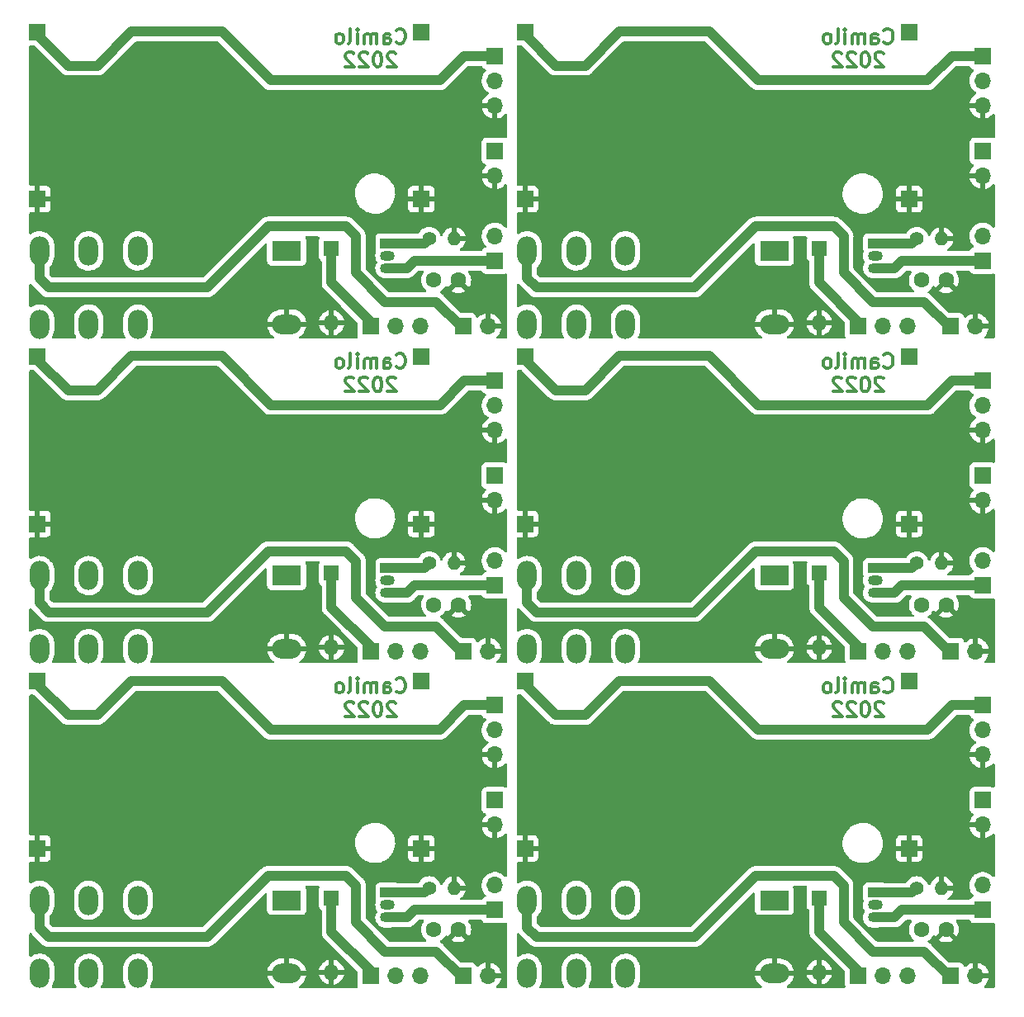
<source format=gbr>
%TF.GenerationSoftware,KiCad,Pcbnew,(6.0.1)*%
%TF.CreationDate,2022-02-17T17:48:37+01:00*%
%TF.ProjectId,365modPanel,3336356d-6f64-4506-916e-656c2e6b6963,rev?*%
%TF.SameCoordinates,Original*%
%TF.FileFunction,Copper,L2,Bot*%
%TF.FilePolarity,Positive*%
%FSLAX46Y46*%
G04 Gerber Fmt 4.6, Leading zero omitted, Abs format (unit mm)*
G04 Created by KiCad (PCBNEW (6.0.1)) date 2022-02-17 17:48:37*
%MOMM*%
%LPD*%
G01*
G04 APERTURE LIST*
%ADD10C,0.300000*%
%TA.AperFunction,NonConductor*%
%ADD11C,0.300000*%
%TD*%
%TA.AperFunction,ComponentPad*%
%ADD12O,2.000000X3.000000*%
%TD*%
%TA.AperFunction,ComponentPad*%
%ADD13R,3.000000X2.000000*%
%TD*%
%TA.AperFunction,ComponentPad*%
%ADD14O,3.000000X2.000000*%
%TD*%
%TA.AperFunction,ComponentPad*%
%ADD15R,1.700000X1.700000*%
%TD*%
%TA.AperFunction,ComponentPad*%
%ADD16O,1.700000X1.700000*%
%TD*%
%TA.AperFunction,ComponentPad*%
%ADD17R,1.600000X1.600000*%
%TD*%
%TA.AperFunction,ComponentPad*%
%ADD18O,1.600000X1.600000*%
%TD*%
%TA.AperFunction,ComponentPad*%
%ADD19C,1.400000*%
%TD*%
%TA.AperFunction,ComponentPad*%
%ADD20O,1.400000X1.400000*%
%TD*%
%TA.AperFunction,ComponentPad*%
%ADD21C,1.600000*%
%TD*%
%TA.AperFunction,ComponentPad*%
%ADD22R,1.500000X1.050000*%
%TD*%
%TA.AperFunction,ComponentPad*%
%ADD23O,1.500000X1.050000*%
%TD*%
%TA.AperFunction,ViaPad*%
%ADD24C,0.800000*%
%TD*%
%TA.AperFunction,Conductor*%
%ADD25C,1.000000*%
%TD*%
G04 APERTURE END LIST*
D10*
D11*
X107892857Y-57578214D02*
X107964285Y-57649642D01*
X108178571Y-57721071D01*
X108321428Y-57721071D01*
X108535714Y-57649642D01*
X108678571Y-57506785D01*
X108750000Y-57363928D01*
X108821428Y-57078214D01*
X108821428Y-56863928D01*
X108750000Y-56578214D01*
X108678571Y-56435357D01*
X108535714Y-56292500D01*
X108321428Y-56221071D01*
X108178571Y-56221071D01*
X107964285Y-56292500D01*
X107892857Y-56363928D01*
X106607142Y-57721071D02*
X106607142Y-56935357D01*
X106678571Y-56792500D01*
X106821428Y-56721071D01*
X107107142Y-56721071D01*
X107250000Y-56792500D01*
X106607142Y-57649642D02*
X106750000Y-57721071D01*
X107107142Y-57721071D01*
X107250000Y-57649642D01*
X107321428Y-57506785D01*
X107321428Y-57363928D01*
X107250000Y-57221071D01*
X107107142Y-57149642D01*
X106750000Y-57149642D01*
X106607142Y-57078214D01*
X105892857Y-57721071D02*
X105892857Y-56721071D01*
X105892857Y-56863928D02*
X105821428Y-56792500D01*
X105678571Y-56721071D01*
X105464285Y-56721071D01*
X105321428Y-56792500D01*
X105250000Y-56935357D01*
X105250000Y-57721071D01*
X105250000Y-56935357D02*
X105178571Y-56792500D01*
X105035714Y-56721071D01*
X104821428Y-56721071D01*
X104678571Y-56792500D01*
X104607142Y-56935357D01*
X104607142Y-57721071D01*
X103892857Y-57721071D02*
X103892857Y-56721071D01*
X103892857Y-56221071D02*
X103964285Y-56292500D01*
X103892857Y-56363928D01*
X103821428Y-56292500D01*
X103892857Y-56221071D01*
X103892857Y-56363928D01*
X102964285Y-57721071D02*
X103107142Y-57649642D01*
X103178571Y-57506785D01*
X103178571Y-56221071D01*
X102178571Y-57721071D02*
X102321428Y-57649642D01*
X102392857Y-57578214D01*
X102464285Y-57435357D01*
X102464285Y-57006785D01*
X102392857Y-56863928D01*
X102321428Y-56792500D01*
X102178571Y-56721071D01*
X101964285Y-56721071D01*
X101821428Y-56792500D01*
X101750000Y-56863928D01*
X101678571Y-57006785D01*
X101678571Y-57435357D01*
X101750000Y-57578214D01*
X101821428Y-57649642D01*
X101964285Y-57721071D01*
X102178571Y-57721071D01*
X107821428Y-58778928D02*
X107750000Y-58707500D01*
X107607142Y-58636071D01*
X107250000Y-58636071D01*
X107107142Y-58707500D01*
X107035714Y-58778928D01*
X106964285Y-58921785D01*
X106964285Y-59064642D01*
X107035714Y-59278928D01*
X107892857Y-60136071D01*
X106964285Y-60136071D01*
X106035714Y-58636071D02*
X105892857Y-58636071D01*
X105750000Y-58707500D01*
X105678571Y-58778928D01*
X105607142Y-58921785D01*
X105535714Y-59207500D01*
X105535714Y-59564642D01*
X105607142Y-59850357D01*
X105678571Y-59993214D01*
X105750000Y-60064642D01*
X105892857Y-60136071D01*
X106035714Y-60136071D01*
X106178571Y-60064642D01*
X106250000Y-59993214D01*
X106321428Y-59850357D01*
X106392857Y-59564642D01*
X106392857Y-59207500D01*
X106321428Y-58921785D01*
X106250000Y-58778928D01*
X106178571Y-58707500D01*
X106035714Y-58636071D01*
X104964285Y-58778928D02*
X104892857Y-58707500D01*
X104750000Y-58636071D01*
X104392857Y-58636071D01*
X104250000Y-58707500D01*
X104178571Y-58778928D01*
X104107142Y-58921785D01*
X104107142Y-59064642D01*
X104178571Y-59278928D01*
X105035714Y-60136071D01*
X104107142Y-60136071D01*
X103535714Y-58778928D02*
X103464285Y-58707500D01*
X103321428Y-58636071D01*
X102964285Y-58636071D01*
X102821428Y-58707500D01*
X102750000Y-58778928D01*
X102678571Y-58921785D01*
X102678571Y-59064642D01*
X102750000Y-59278928D01*
X103607142Y-60136071D01*
X102678571Y-60136071D01*
D10*
D11*
X107892857Y-90878214D02*
X107964285Y-90949642D01*
X108178571Y-91021071D01*
X108321428Y-91021071D01*
X108535714Y-90949642D01*
X108678571Y-90806785D01*
X108750000Y-90663928D01*
X108821428Y-90378214D01*
X108821428Y-90163928D01*
X108750000Y-89878214D01*
X108678571Y-89735357D01*
X108535714Y-89592500D01*
X108321428Y-89521071D01*
X108178571Y-89521071D01*
X107964285Y-89592500D01*
X107892857Y-89663928D01*
X106607142Y-91021071D02*
X106607142Y-90235357D01*
X106678571Y-90092500D01*
X106821428Y-90021071D01*
X107107142Y-90021071D01*
X107250000Y-90092500D01*
X106607142Y-90949642D02*
X106750000Y-91021071D01*
X107107142Y-91021071D01*
X107250000Y-90949642D01*
X107321428Y-90806785D01*
X107321428Y-90663928D01*
X107250000Y-90521071D01*
X107107142Y-90449642D01*
X106750000Y-90449642D01*
X106607142Y-90378214D01*
X105892857Y-91021071D02*
X105892857Y-90021071D01*
X105892857Y-90163928D02*
X105821428Y-90092500D01*
X105678571Y-90021071D01*
X105464285Y-90021071D01*
X105321428Y-90092500D01*
X105250000Y-90235357D01*
X105250000Y-91021071D01*
X105250000Y-90235357D02*
X105178571Y-90092500D01*
X105035714Y-90021071D01*
X104821428Y-90021071D01*
X104678571Y-90092500D01*
X104607142Y-90235357D01*
X104607142Y-91021071D01*
X103892857Y-91021071D02*
X103892857Y-90021071D01*
X103892857Y-89521071D02*
X103964285Y-89592500D01*
X103892857Y-89663928D01*
X103821428Y-89592500D01*
X103892857Y-89521071D01*
X103892857Y-89663928D01*
X102964285Y-91021071D02*
X103107142Y-90949642D01*
X103178571Y-90806785D01*
X103178571Y-89521071D01*
X102178571Y-91021071D02*
X102321428Y-90949642D01*
X102392857Y-90878214D01*
X102464285Y-90735357D01*
X102464285Y-90306785D01*
X102392857Y-90163928D01*
X102321428Y-90092500D01*
X102178571Y-90021071D01*
X101964285Y-90021071D01*
X101821428Y-90092500D01*
X101750000Y-90163928D01*
X101678571Y-90306785D01*
X101678571Y-90735357D01*
X101750000Y-90878214D01*
X101821428Y-90949642D01*
X101964285Y-91021071D01*
X102178571Y-91021071D01*
X107821428Y-92078928D02*
X107750000Y-92007500D01*
X107607142Y-91936071D01*
X107250000Y-91936071D01*
X107107142Y-92007500D01*
X107035714Y-92078928D01*
X106964285Y-92221785D01*
X106964285Y-92364642D01*
X107035714Y-92578928D01*
X107892857Y-93436071D01*
X106964285Y-93436071D01*
X106035714Y-91936071D02*
X105892857Y-91936071D01*
X105750000Y-92007500D01*
X105678571Y-92078928D01*
X105607142Y-92221785D01*
X105535714Y-92507500D01*
X105535714Y-92864642D01*
X105607142Y-93150357D01*
X105678571Y-93293214D01*
X105750000Y-93364642D01*
X105892857Y-93436071D01*
X106035714Y-93436071D01*
X106178571Y-93364642D01*
X106250000Y-93293214D01*
X106321428Y-93150357D01*
X106392857Y-92864642D01*
X106392857Y-92507500D01*
X106321428Y-92221785D01*
X106250000Y-92078928D01*
X106178571Y-92007500D01*
X106035714Y-91936071D01*
X104964285Y-92078928D02*
X104892857Y-92007500D01*
X104750000Y-91936071D01*
X104392857Y-91936071D01*
X104250000Y-92007500D01*
X104178571Y-92078928D01*
X104107142Y-92221785D01*
X104107142Y-92364642D01*
X104178571Y-92578928D01*
X105035714Y-93436071D01*
X104107142Y-93436071D01*
X103535714Y-92078928D02*
X103464285Y-92007500D01*
X103321428Y-91936071D01*
X102964285Y-91936071D01*
X102821428Y-92007500D01*
X102750000Y-92078928D01*
X102678571Y-92221785D01*
X102678571Y-92364642D01*
X102750000Y-92578928D01*
X103607142Y-93436071D01*
X102678571Y-93436071D01*
D10*
D11*
X157892857Y-57578214D02*
X157964285Y-57649642D01*
X158178571Y-57721071D01*
X158321428Y-57721071D01*
X158535714Y-57649642D01*
X158678571Y-57506785D01*
X158750000Y-57363928D01*
X158821428Y-57078214D01*
X158821428Y-56863928D01*
X158750000Y-56578214D01*
X158678571Y-56435357D01*
X158535714Y-56292500D01*
X158321428Y-56221071D01*
X158178571Y-56221071D01*
X157964285Y-56292500D01*
X157892857Y-56363928D01*
X156607142Y-57721071D02*
X156607142Y-56935357D01*
X156678571Y-56792500D01*
X156821428Y-56721071D01*
X157107142Y-56721071D01*
X157250000Y-56792500D01*
X156607142Y-57649642D02*
X156750000Y-57721071D01*
X157107142Y-57721071D01*
X157250000Y-57649642D01*
X157321428Y-57506785D01*
X157321428Y-57363928D01*
X157250000Y-57221071D01*
X157107142Y-57149642D01*
X156750000Y-57149642D01*
X156607142Y-57078214D01*
X155892857Y-57721071D02*
X155892857Y-56721071D01*
X155892857Y-56863928D02*
X155821428Y-56792500D01*
X155678571Y-56721071D01*
X155464285Y-56721071D01*
X155321428Y-56792500D01*
X155250000Y-56935357D01*
X155250000Y-57721071D01*
X155250000Y-56935357D02*
X155178571Y-56792500D01*
X155035714Y-56721071D01*
X154821428Y-56721071D01*
X154678571Y-56792500D01*
X154607142Y-56935357D01*
X154607142Y-57721071D01*
X153892857Y-57721071D02*
X153892857Y-56721071D01*
X153892857Y-56221071D02*
X153964285Y-56292500D01*
X153892857Y-56363928D01*
X153821428Y-56292500D01*
X153892857Y-56221071D01*
X153892857Y-56363928D01*
X152964285Y-57721071D02*
X153107142Y-57649642D01*
X153178571Y-57506785D01*
X153178571Y-56221071D01*
X152178571Y-57721071D02*
X152321428Y-57649642D01*
X152392857Y-57578214D01*
X152464285Y-57435357D01*
X152464285Y-57006785D01*
X152392857Y-56863928D01*
X152321428Y-56792500D01*
X152178571Y-56721071D01*
X151964285Y-56721071D01*
X151821428Y-56792500D01*
X151750000Y-56863928D01*
X151678571Y-57006785D01*
X151678571Y-57435357D01*
X151750000Y-57578214D01*
X151821428Y-57649642D01*
X151964285Y-57721071D01*
X152178571Y-57721071D01*
X157821428Y-58778928D02*
X157750000Y-58707500D01*
X157607142Y-58636071D01*
X157250000Y-58636071D01*
X157107142Y-58707500D01*
X157035714Y-58778928D01*
X156964285Y-58921785D01*
X156964285Y-59064642D01*
X157035714Y-59278928D01*
X157892857Y-60136071D01*
X156964285Y-60136071D01*
X156035714Y-58636071D02*
X155892857Y-58636071D01*
X155750000Y-58707500D01*
X155678571Y-58778928D01*
X155607142Y-58921785D01*
X155535714Y-59207500D01*
X155535714Y-59564642D01*
X155607142Y-59850357D01*
X155678571Y-59993214D01*
X155750000Y-60064642D01*
X155892857Y-60136071D01*
X156035714Y-60136071D01*
X156178571Y-60064642D01*
X156250000Y-59993214D01*
X156321428Y-59850357D01*
X156392857Y-59564642D01*
X156392857Y-59207500D01*
X156321428Y-58921785D01*
X156250000Y-58778928D01*
X156178571Y-58707500D01*
X156035714Y-58636071D01*
X154964285Y-58778928D02*
X154892857Y-58707500D01*
X154750000Y-58636071D01*
X154392857Y-58636071D01*
X154250000Y-58707500D01*
X154178571Y-58778928D01*
X154107142Y-58921785D01*
X154107142Y-59064642D01*
X154178571Y-59278928D01*
X155035714Y-60136071D01*
X154107142Y-60136071D01*
X153535714Y-58778928D02*
X153464285Y-58707500D01*
X153321428Y-58636071D01*
X152964285Y-58636071D01*
X152821428Y-58707500D01*
X152750000Y-58778928D01*
X152678571Y-58921785D01*
X152678571Y-59064642D01*
X152750000Y-59278928D01*
X153607142Y-60136071D01*
X152678571Y-60136071D01*
D10*
D11*
X157892857Y-124178214D02*
X157964285Y-124249642D01*
X158178571Y-124321071D01*
X158321428Y-124321071D01*
X158535714Y-124249642D01*
X158678571Y-124106785D01*
X158750000Y-123963928D01*
X158821428Y-123678214D01*
X158821428Y-123463928D01*
X158750000Y-123178214D01*
X158678571Y-123035357D01*
X158535714Y-122892500D01*
X158321428Y-122821071D01*
X158178571Y-122821071D01*
X157964285Y-122892500D01*
X157892857Y-122963928D01*
X156607142Y-124321071D02*
X156607142Y-123535357D01*
X156678571Y-123392500D01*
X156821428Y-123321071D01*
X157107142Y-123321071D01*
X157250000Y-123392500D01*
X156607142Y-124249642D02*
X156750000Y-124321071D01*
X157107142Y-124321071D01*
X157250000Y-124249642D01*
X157321428Y-124106785D01*
X157321428Y-123963928D01*
X157250000Y-123821071D01*
X157107142Y-123749642D01*
X156750000Y-123749642D01*
X156607142Y-123678214D01*
X155892857Y-124321071D02*
X155892857Y-123321071D01*
X155892857Y-123463928D02*
X155821428Y-123392500D01*
X155678571Y-123321071D01*
X155464285Y-123321071D01*
X155321428Y-123392500D01*
X155250000Y-123535357D01*
X155250000Y-124321071D01*
X155250000Y-123535357D02*
X155178571Y-123392500D01*
X155035714Y-123321071D01*
X154821428Y-123321071D01*
X154678571Y-123392500D01*
X154607142Y-123535357D01*
X154607142Y-124321071D01*
X153892857Y-124321071D02*
X153892857Y-123321071D01*
X153892857Y-122821071D02*
X153964285Y-122892500D01*
X153892857Y-122963928D01*
X153821428Y-122892500D01*
X153892857Y-122821071D01*
X153892857Y-122963928D01*
X152964285Y-124321071D02*
X153107142Y-124249642D01*
X153178571Y-124106785D01*
X153178571Y-122821071D01*
X152178571Y-124321071D02*
X152321428Y-124249642D01*
X152392857Y-124178214D01*
X152464285Y-124035357D01*
X152464285Y-123606785D01*
X152392857Y-123463928D01*
X152321428Y-123392500D01*
X152178571Y-123321071D01*
X151964285Y-123321071D01*
X151821428Y-123392500D01*
X151750000Y-123463928D01*
X151678571Y-123606785D01*
X151678571Y-124035357D01*
X151750000Y-124178214D01*
X151821428Y-124249642D01*
X151964285Y-124321071D01*
X152178571Y-124321071D01*
X157821428Y-125378928D02*
X157750000Y-125307500D01*
X157607142Y-125236071D01*
X157250000Y-125236071D01*
X157107142Y-125307500D01*
X157035714Y-125378928D01*
X156964285Y-125521785D01*
X156964285Y-125664642D01*
X157035714Y-125878928D01*
X157892857Y-126736071D01*
X156964285Y-126736071D01*
X156035714Y-125236071D02*
X155892857Y-125236071D01*
X155750000Y-125307500D01*
X155678571Y-125378928D01*
X155607142Y-125521785D01*
X155535714Y-125807500D01*
X155535714Y-126164642D01*
X155607142Y-126450357D01*
X155678571Y-126593214D01*
X155750000Y-126664642D01*
X155892857Y-126736071D01*
X156035714Y-126736071D01*
X156178571Y-126664642D01*
X156250000Y-126593214D01*
X156321428Y-126450357D01*
X156392857Y-126164642D01*
X156392857Y-125807500D01*
X156321428Y-125521785D01*
X156250000Y-125378928D01*
X156178571Y-125307500D01*
X156035714Y-125236071D01*
X154964285Y-125378928D02*
X154892857Y-125307500D01*
X154750000Y-125236071D01*
X154392857Y-125236071D01*
X154250000Y-125307500D01*
X154178571Y-125378928D01*
X154107142Y-125521785D01*
X154107142Y-125664642D01*
X154178571Y-125878928D01*
X155035714Y-126736071D01*
X154107142Y-126736071D01*
X153535714Y-125378928D02*
X153464285Y-125307500D01*
X153321428Y-125236071D01*
X152964285Y-125236071D01*
X152821428Y-125307500D01*
X152750000Y-125378928D01*
X152678571Y-125521785D01*
X152678571Y-125664642D01*
X152750000Y-125878928D01*
X153607142Y-126736071D01*
X152678571Y-126736071D01*
D10*
D11*
X157892857Y-90878214D02*
X157964285Y-90949642D01*
X158178571Y-91021071D01*
X158321428Y-91021071D01*
X158535714Y-90949642D01*
X158678571Y-90806785D01*
X158750000Y-90663928D01*
X158821428Y-90378214D01*
X158821428Y-90163928D01*
X158750000Y-89878214D01*
X158678571Y-89735357D01*
X158535714Y-89592500D01*
X158321428Y-89521071D01*
X158178571Y-89521071D01*
X157964285Y-89592500D01*
X157892857Y-89663928D01*
X156607142Y-91021071D02*
X156607142Y-90235357D01*
X156678571Y-90092500D01*
X156821428Y-90021071D01*
X157107142Y-90021071D01*
X157250000Y-90092500D01*
X156607142Y-90949642D02*
X156750000Y-91021071D01*
X157107142Y-91021071D01*
X157250000Y-90949642D01*
X157321428Y-90806785D01*
X157321428Y-90663928D01*
X157250000Y-90521071D01*
X157107142Y-90449642D01*
X156750000Y-90449642D01*
X156607142Y-90378214D01*
X155892857Y-91021071D02*
X155892857Y-90021071D01*
X155892857Y-90163928D02*
X155821428Y-90092500D01*
X155678571Y-90021071D01*
X155464285Y-90021071D01*
X155321428Y-90092500D01*
X155250000Y-90235357D01*
X155250000Y-91021071D01*
X155250000Y-90235357D02*
X155178571Y-90092500D01*
X155035714Y-90021071D01*
X154821428Y-90021071D01*
X154678571Y-90092500D01*
X154607142Y-90235357D01*
X154607142Y-91021071D01*
X153892857Y-91021071D02*
X153892857Y-90021071D01*
X153892857Y-89521071D02*
X153964285Y-89592500D01*
X153892857Y-89663928D01*
X153821428Y-89592500D01*
X153892857Y-89521071D01*
X153892857Y-89663928D01*
X152964285Y-91021071D02*
X153107142Y-90949642D01*
X153178571Y-90806785D01*
X153178571Y-89521071D01*
X152178571Y-91021071D02*
X152321428Y-90949642D01*
X152392857Y-90878214D01*
X152464285Y-90735357D01*
X152464285Y-90306785D01*
X152392857Y-90163928D01*
X152321428Y-90092500D01*
X152178571Y-90021071D01*
X151964285Y-90021071D01*
X151821428Y-90092500D01*
X151750000Y-90163928D01*
X151678571Y-90306785D01*
X151678571Y-90735357D01*
X151750000Y-90878214D01*
X151821428Y-90949642D01*
X151964285Y-91021071D01*
X152178571Y-91021071D01*
X157821428Y-92078928D02*
X157750000Y-92007500D01*
X157607142Y-91936071D01*
X157250000Y-91936071D01*
X157107142Y-92007500D01*
X157035714Y-92078928D01*
X156964285Y-92221785D01*
X156964285Y-92364642D01*
X157035714Y-92578928D01*
X157892857Y-93436071D01*
X156964285Y-93436071D01*
X156035714Y-91936071D02*
X155892857Y-91936071D01*
X155750000Y-92007500D01*
X155678571Y-92078928D01*
X155607142Y-92221785D01*
X155535714Y-92507500D01*
X155535714Y-92864642D01*
X155607142Y-93150357D01*
X155678571Y-93293214D01*
X155750000Y-93364642D01*
X155892857Y-93436071D01*
X156035714Y-93436071D01*
X156178571Y-93364642D01*
X156250000Y-93293214D01*
X156321428Y-93150357D01*
X156392857Y-92864642D01*
X156392857Y-92507500D01*
X156321428Y-92221785D01*
X156250000Y-92078928D01*
X156178571Y-92007500D01*
X156035714Y-91936071D01*
X154964285Y-92078928D02*
X154892857Y-92007500D01*
X154750000Y-91936071D01*
X154392857Y-91936071D01*
X154250000Y-92007500D01*
X154178571Y-92078928D01*
X154107142Y-92221785D01*
X154107142Y-92364642D01*
X154178571Y-92578928D01*
X155035714Y-93436071D01*
X154107142Y-93436071D01*
X153535714Y-92078928D02*
X153464285Y-92007500D01*
X153321428Y-91936071D01*
X152964285Y-91936071D01*
X152821428Y-92007500D01*
X152750000Y-92078928D01*
X152678571Y-92221785D01*
X152678571Y-92364642D01*
X152750000Y-92578928D01*
X153607142Y-93436071D01*
X152678571Y-93436071D01*
D10*
D11*
X107892857Y-124178214D02*
X107964285Y-124249642D01*
X108178571Y-124321071D01*
X108321428Y-124321071D01*
X108535714Y-124249642D01*
X108678571Y-124106785D01*
X108750000Y-123963928D01*
X108821428Y-123678214D01*
X108821428Y-123463928D01*
X108750000Y-123178214D01*
X108678571Y-123035357D01*
X108535714Y-122892500D01*
X108321428Y-122821071D01*
X108178571Y-122821071D01*
X107964285Y-122892500D01*
X107892857Y-122963928D01*
X106607142Y-124321071D02*
X106607142Y-123535357D01*
X106678571Y-123392500D01*
X106821428Y-123321071D01*
X107107142Y-123321071D01*
X107250000Y-123392500D01*
X106607142Y-124249642D02*
X106750000Y-124321071D01*
X107107142Y-124321071D01*
X107250000Y-124249642D01*
X107321428Y-124106785D01*
X107321428Y-123963928D01*
X107250000Y-123821071D01*
X107107142Y-123749642D01*
X106750000Y-123749642D01*
X106607142Y-123678214D01*
X105892857Y-124321071D02*
X105892857Y-123321071D01*
X105892857Y-123463928D02*
X105821428Y-123392500D01*
X105678571Y-123321071D01*
X105464285Y-123321071D01*
X105321428Y-123392500D01*
X105250000Y-123535357D01*
X105250000Y-124321071D01*
X105250000Y-123535357D02*
X105178571Y-123392500D01*
X105035714Y-123321071D01*
X104821428Y-123321071D01*
X104678571Y-123392500D01*
X104607142Y-123535357D01*
X104607142Y-124321071D01*
X103892857Y-124321071D02*
X103892857Y-123321071D01*
X103892857Y-122821071D02*
X103964285Y-122892500D01*
X103892857Y-122963928D01*
X103821428Y-122892500D01*
X103892857Y-122821071D01*
X103892857Y-122963928D01*
X102964285Y-124321071D02*
X103107142Y-124249642D01*
X103178571Y-124106785D01*
X103178571Y-122821071D01*
X102178571Y-124321071D02*
X102321428Y-124249642D01*
X102392857Y-124178214D01*
X102464285Y-124035357D01*
X102464285Y-123606785D01*
X102392857Y-123463928D01*
X102321428Y-123392500D01*
X102178571Y-123321071D01*
X101964285Y-123321071D01*
X101821428Y-123392500D01*
X101750000Y-123463928D01*
X101678571Y-123606785D01*
X101678571Y-124035357D01*
X101750000Y-124178214D01*
X101821428Y-124249642D01*
X101964285Y-124321071D01*
X102178571Y-124321071D01*
X107821428Y-125378928D02*
X107750000Y-125307500D01*
X107607142Y-125236071D01*
X107250000Y-125236071D01*
X107107142Y-125307500D01*
X107035714Y-125378928D01*
X106964285Y-125521785D01*
X106964285Y-125664642D01*
X107035714Y-125878928D01*
X107892857Y-126736071D01*
X106964285Y-126736071D01*
X106035714Y-125236071D02*
X105892857Y-125236071D01*
X105750000Y-125307500D01*
X105678571Y-125378928D01*
X105607142Y-125521785D01*
X105535714Y-125807500D01*
X105535714Y-126164642D01*
X105607142Y-126450357D01*
X105678571Y-126593214D01*
X105750000Y-126664642D01*
X105892857Y-126736071D01*
X106035714Y-126736071D01*
X106178571Y-126664642D01*
X106250000Y-126593214D01*
X106321428Y-126450357D01*
X106392857Y-126164642D01*
X106392857Y-125807500D01*
X106321428Y-125521785D01*
X106250000Y-125378928D01*
X106178571Y-125307500D01*
X106035714Y-125236071D01*
X104964285Y-125378928D02*
X104892857Y-125307500D01*
X104750000Y-125236071D01*
X104392857Y-125236071D01*
X104250000Y-125307500D01*
X104178571Y-125378928D01*
X104107142Y-125521785D01*
X104107142Y-125664642D01*
X104178571Y-125878928D01*
X105035714Y-126736071D01*
X104107142Y-126736071D01*
X103535714Y-125378928D02*
X103464285Y-125307500D01*
X103321428Y-125236071D01*
X102964285Y-125236071D01*
X102821428Y-125307500D01*
X102750000Y-125378928D01*
X102678571Y-125521785D01*
X102678571Y-125664642D01*
X102750000Y-125878928D01*
X103607142Y-126736071D01*
X102678571Y-126736071D01*
D12*
%TO.P,K1,11*%
%TO.N,/bat_on*%
X76350000Y-86500000D03*
X76350000Y-79000000D03*
%TO.P,K1,12*%
%TO.N,unconnected-(K1-Pad12)*%
X81390000Y-86500000D03*
X81390000Y-79000000D03*
%TO.P,K1,14*%
%TO.N,+BATT*%
X71310000Y-79000000D03*
X71310000Y-86500000D03*
D13*
%TO.P,K1,A1*%
%TO.N,/12v signal*%
X96650000Y-79000000D03*
D14*
%TO.P,K1,A2*%
%TO.N,GND*%
X96650000Y-86500000D03*
%TD*%
D15*
%TO.P,J17,1,Pin_1*%
%TO.N,+BATT*%
X164750000Y-120050000D03*
D16*
%TO.P,J17,2,Pin_2*%
%TO.N,GND*%
X167290000Y-120050000D03*
%TD*%
D15*
%TO.P,J7,1,Pin_1*%
%TO.N,+BATT*%
X164750000Y-86750000D03*
D16*
%TO.P,J7,2,Pin_2*%
%TO.N,GND*%
X167290000Y-86750000D03*
%TD*%
D17*
%TO.P,D4,1,K*%
%TO.N,/12v signal*%
X151250000Y-112050000D03*
D18*
%TO.P,D4,2,A*%
%TO.N,GND*%
X151250000Y-119670000D03*
%TD*%
D15*
%TO.P,J22,1,Pin_1*%
%TO.N,+BATT*%
X114750000Y-153350000D03*
D16*
%TO.P,J22,2,Pin_2*%
%TO.N,GND*%
X117290000Y-153350000D03*
%TD*%
D12*
%TO.P,K5,11*%
%TO.N,/bat_on*%
X76350000Y-145600000D03*
X76350000Y-153100000D03*
%TO.P,K5,12*%
%TO.N,unconnected-(K1-Pad12)*%
X81390000Y-145600000D03*
X81390000Y-153100000D03*
%TO.P,K5,14*%
%TO.N,+BATT*%
X71310000Y-153100000D03*
X71310000Y-145600000D03*
D13*
%TO.P,K5,A1*%
%TO.N,/12v signal*%
X96650000Y-145600000D03*
D14*
%TO.P,K5,A2*%
%TO.N,GND*%
X96650000Y-153100000D03*
%TD*%
D15*
%TO.P,J4,1,Pin_1*%
%TO.N,Net-(J4-Pad1)*%
X118000000Y-80000000D03*
D16*
%TO.P,J4,2,Pin_2*%
%TO.N,+12V*%
X118000000Y-77460000D03*
%TD*%
D15*
%TO.P,J6,1,Pin_1*%
%TO.N,/12v signal*%
X155250000Y-86750000D03*
D16*
%TO.P,J6,2,Pin_2*%
%TO.N,GND*%
X157790000Y-86750000D03*
%TO.P,J6,3,Pin_3*%
%TO.N,/tail*%
X160330000Y-86750000D03*
%TD*%
D15*
%TO.P,J15,1,Pin_1*%
%TO.N,+12V*%
X118000000Y-102050000D03*
D16*
%TO.P,J15,2,Pin_2*%
%TO.N,GND*%
X118000000Y-104590000D03*
%TD*%
D17*
%TO.P,D6,1,K*%
%TO.N,/12v signal*%
X151250000Y-145350000D03*
D18*
%TO.P,D6,2,A*%
%TO.N,GND*%
X151250000Y-152970000D03*
%TD*%
D15*
%TO.P,U1,1,Pin_1*%
%TO.N,/bat_on*%
X71100000Y-56550000D03*
%TO.P,U1,2,Pin_2*%
%TO.N,GND*%
X71100000Y-73695000D03*
%TO.P,U1,3,Pin_3*%
X110470000Y-73695000D03*
%TO.P,U1,4,Pin_4*%
%TO.N,+12V*%
X110470000Y-56550000D03*
%TD*%
%TO.P,J25,1,Pin_1*%
%TO.N,+12V*%
X118000000Y-135350000D03*
D16*
%TO.P,J25,2,Pin_2*%
%TO.N,GND*%
X118000000Y-137890000D03*
%TD*%
D15*
%TO.P,U4,1,Pin_1*%
%TO.N,/bat_on*%
X121100000Y-89850000D03*
%TO.P,U4,2,Pin_2*%
%TO.N,GND*%
X121100000Y-106995000D03*
%TO.P,U4,3,Pin_3*%
X160470000Y-106995000D03*
%TO.P,U4,4,Pin_4*%
%TO.N,+12V*%
X160470000Y-89850000D03*
%TD*%
%TO.P,J23,1,Pin_1*%
%TO.N,/bat_on*%
X118000000Y-125600000D03*
D16*
%TO.P,J23,2,Pin_2*%
%TO.N,+12V*%
X118000000Y-128140000D03*
%TO.P,J23,3,Pin_3*%
%TO.N,GND*%
X118000000Y-130680000D03*
%TD*%
D19*
%TO.P,R6,1*%
%TO.N,Net-(Q1-Pad1)*%
X161250000Y-144350000D03*
D20*
%TO.P,R6,2*%
%TO.N,GND*%
X163790000Y-144350000D03*
%TD*%
D15*
%TO.P,J30,1,Pin_1*%
%TO.N,+12V*%
X168000000Y-135350000D03*
D16*
%TO.P,J30,2,Pin_2*%
%TO.N,GND*%
X168000000Y-137890000D03*
%TD*%
D21*
%TO.P,C3,1*%
%TO.N,GND*%
X114250000Y-115300000D03*
%TO.P,C3,2*%
%TO.N,/tail*%
X111750000Y-115300000D03*
%TD*%
D22*
%TO.P,Q3,1,E*%
%TO.N,Net-(Q1-Pad1)*%
X107000000Y-111530000D03*
D23*
%TO.P,Q3,2,B*%
%TO.N,/tail*%
X107000000Y-112800000D03*
%TO.P,Q3,3,C*%
%TO.N,Net-(J4-Pad1)*%
X107000000Y-114070000D03*
%TD*%
D15*
%TO.P,J13,1,Pin_1*%
%TO.N,/bat_on*%
X118000000Y-92300000D03*
D16*
%TO.P,J13,2,Pin_2*%
%TO.N,+12V*%
X118000000Y-94840000D03*
%TO.P,J13,3,Pin_3*%
%TO.N,GND*%
X118000000Y-97380000D03*
%TD*%
D15*
%TO.P,J14,1,Pin_1*%
%TO.N,Net-(J4-Pad1)*%
X118000000Y-113300000D03*
D16*
%TO.P,J14,2,Pin_2*%
%TO.N,+12V*%
X118000000Y-110760000D03*
%TD*%
D15*
%TO.P,J20,1,Pin_1*%
%TO.N,+12V*%
X168000000Y-102050000D03*
D16*
%TO.P,J20,2,Pin_2*%
%TO.N,GND*%
X168000000Y-104590000D03*
%TD*%
D15*
%TO.P,J5,1,Pin_1*%
%TO.N,+12V*%
X118000000Y-68750000D03*
D16*
%TO.P,J5,2,Pin_2*%
%TO.N,GND*%
X118000000Y-71290000D03*
%TD*%
D12*
%TO.P,K4,11*%
%TO.N,/bat_on*%
X126350000Y-112300000D03*
X126350000Y-119800000D03*
%TO.P,K4,12*%
%TO.N,unconnected-(K1-Pad12)*%
X131390000Y-119800000D03*
X131390000Y-112300000D03*
%TO.P,K4,14*%
%TO.N,+BATT*%
X121310000Y-112300000D03*
X121310000Y-119800000D03*
D13*
%TO.P,K4,A1*%
%TO.N,/12v signal*%
X146650000Y-112300000D03*
D14*
%TO.P,K4,A2*%
%TO.N,GND*%
X146650000Y-119800000D03*
%TD*%
D15*
%TO.P,J26,1,Pin_1*%
%TO.N,/12v signal*%
X155250000Y-153350000D03*
D16*
%TO.P,J26,2,Pin_2*%
%TO.N,GND*%
X157790000Y-153350000D03*
%TO.P,J26,3,Pin_3*%
%TO.N,/tail*%
X160330000Y-153350000D03*
%TD*%
D17*
%TO.P,D2,1,K*%
%TO.N,/12v signal*%
X151250000Y-78750000D03*
D18*
%TO.P,D2,2,A*%
%TO.N,GND*%
X151250000Y-86370000D03*
%TD*%
D22*
%TO.P,Q2,1,E*%
%TO.N,Net-(Q1-Pad1)*%
X157000000Y-78230000D03*
D23*
%TO.P,Q2,2,B*%
%TO.N,/tail*%
X157000000Y-79500000D03*
%TO.P,Q2,3,C*%
%TO.N,Net-(J4-Pad1)*%
X157000000Y-80770000D03*
%TD*%
D17*
%TO.P,D3,1,K*%
%TO.N,/12v signal*%
X101250000Y-112050000D03*
D18*
%TO.P,D3,2,A*%
%TO.N,GND*%
X101250000Y-119670000D03*
%TD*%
D15*
%TO.P,J21,1,Pin_1*%
%TO.N,/12v signal*%
X105250000Y-153350000D03*
D16*
%TO.P,J21,2,Pin_2*%
%TO.N,GND*%
X107790000Y-153350000D03*
%TO.P,J21,3,Pin_3*%
%TO.N,/tail*%
X110330000Y-153350000D03*
%TD*%
D17*
%TO.P,D1,1,K*%
%TO.N,/12v signal*%
X101250000Y-78750000D03*
D18*
%TO.P,D1,2,A*%
%TO.N,GND*%
X101250000Y-86370000D03*
%TD*%
D19*
%TO.P,R2,1*%
%TO.N,Net-(Q1-Pad1)*%
X161250000Y-77750000D03*
D20*
%TO.P,R2,2*%
%TO.N,GND*%
X163790000Y-77750000D03*
%TD*%
D15*
%TO.P,J11,1,Pin_1*%
%TO.N,/12v signal*%
X105250000Y-120050000D03*
D16*
%TO.P,J11,2,Pin_2*%
%TO.N,GND*%
X107790000Y-120050000D03*
%TO.P,J11,3,Pin_3*%
%TO.N,/tail*%
X110330000Y-120050000D03*
%TD*%
D15*
%TO.P,J3,1,Pin_1*%
%TO.N,/bat_on*%
X118000000Y-59000000D03*
D16*
%TO.P,J3,2,Pin_2*%
%TO.N,+12V*%
X118000000Y-61540000D03*
%TO.P,J3,3,Pin_3*%
%TO.N,GND*%
X118000000Y-64080000D03*
%TD*%
D12*
%TO.P,K3,11*%
%TO.N,/bat_on*%
X76350000Y-119800000D03*
X76350000Y-112300000D03*
%TO.P,K3,12*%
%TO.N,unconnected-(K1-Pad12)*%
X81390000Y-112300000D03*
X81390000Y-119800000D03*
%TO.P,K3,14*%
%TO.N,+BATT*%
X71310000Y-112300000D03*
X71310000Y-119800000D03*
D13*
%TO.P,K3,A1*%
%TO.N,/12v signal*%
X96650000Y-112300000D03*
D14*
%TO.P,K3,A2*%
%TO.N,GND*%
X96650000Y-119800000D03*
%TD*%
D15*
%TO.P,J2,1,Pin_1*%
%TO.N,+BATT*%
X114750000Y-86750000D03*
D16*
%TO.P,J2,2,Pin_2*%
%TO.N,GND*%
X117290000Y-86750000D03*
%TD*%
D19*
%TO.P,R1,1*%
%TO.N,Net-(Q1-Pad1)*%
X111250000Y-77750000D03*
D20*
%TO.P,R1,2*%
%TO.N,GND*%
X113790000Y-77750000D03*
%TD*%
D22*
%TO.P,Q5,1,E*%
%TO.N,Net-(Q1-Pad1)*%
X107000000Y-144830000D03*
D23*
%TO.P,Q5,2,B*%
%TO.N,/tail*%
X107000000Y-146100000D03*
%TO.P,Q5,3,C*%
%TO.N,Net-(J4-Pad1)*%
X107000000Y-147370000D03*
%TD*%
D15*
%TO.P,J1,1,Pin_1*%
%TO.N,/12v signal*%
X105250000Y-86750000D03*
D16*
%TO.P,J1,2,Pin_2*%
%TO.N,GND*%
X107790000Y-86750000D03*
%TO.P,J1,3,Pin_3*%
%TO.N,/tail*%
X110330000Y-86750000D03*
%TD*%
D15*
%TO.P,J8,1,Pin_1*%
%TO.N,/bat_on*%
X168000000Y-59000000D03*
D16*
%TO.P,J8,2,Pin_2*%
%TO.N,+12V*%
X168000000Y-61540000D03*
%TO.P,J8,3,Pin_3*%
%TO.N,GND*%
X168000000Y-64080000D03*
%TD*%
D15*
%TO.P,J10,1,Pin_1*%
%TO.N,+12V*%
X168000000Y-68750000D03*
D16*
%TO.P,J10,2,Pin_2*%
%TO.N,GND*%
X168000000Y-71290000D03*
%TD*%
D15*
%TO.P,J9,1,Pin_1*%
%TO.N,Net-(J4-Pad1)*%
X168000000Y-80000000D03*
D16*
%TO.P,J9,2,Pin_2*%
%TO.N,+12V*%
X168000000Y-77460000D03*
%TD*%
D15*
%TO.P,U3,1,Pin_1*%
%TO.N,/bat_on*%
X71100000Y-89850000D03*
%TO.P,U3,2,Pin_2*%
%TO.N,GND*%
X71100000Y-106995000D03*
%TO.P,U3,3,Pin_3*%
X110470000Y-106995000D03*
%TO.P,U3,4,Pin_4*%
%TO.N,+12V*%
X110470000Y-89850000D03*
%TD*%
D21*
%TO.P,C5,1*%
%TO.N,GND*%
X114250000Y-148600000D03*
%TO.P,C5,2*%
%TO.N,/tail*%
X111750000Y-148600000D03*
%TD*%
D12*
%TO.P,K2,11*%
%TO.N,/bat_on*%
X126350000Y-79000000D03*
X126350000Y-86500000D03*
%TO.P,K2,12*%
%TO.N,unconnected-(K1-Pad12)*%
X131390000Y-79000000D03*
X131390000Y-86500000D03*
%TO.P,K2,14*%
%TO.N,+BATT*%
X121310000Y-86500000D03*
X121310000Y-79000000D03*
D13*
%TO.P,K2,A1*%
%TO.N,/12v signal*%
X146650000Y-79000000D03*
D14*
%TO.P,K2,A2*%
%TO.N,GND*%
X146650000Y-86500000D03*
%TD*%
D15*
%TO.P,U2,1,Pin_1*%
%TO.N,/bat_on*%
X121100000Y-56550000D03*
%TO.P,U2,2,Pin_2*%
%TO.N,GND*%
X121100000Y-73695000D03*
%TO.P,U2,3,Pin_3*%
X160470000Y-73695000D03*
%TO.P,U2,4,Pin_4*%
%TO.N,+12V*%
X160470000Y-56550000D03*
%TD*%
D22*
%TO.P,Q1,1,E*%
%TO.N,Net-(Q1-Pad1)*%
X107000000Y-78230000D03*
D23*
%TO.P,Q1,2,B*%
%TO.N,/tail*%
X107000000Y-79500000D03*
%TO.P,Q1,3,C*%
%TO.N,Net-(J4-Pad1)*%
X107000000Y-80770000D03*
%TD*%
D15*
%TO.P,J18,1,Pin_1*%
%TO.N,/bat_on*%
X168000000Y-92300000D03*
D16*
%TO.P,J18,2,Pin_2*%
%TO.N,+12V*%
X168000000Y-94840000D03*
%TO.P,J18,3,Pin_3*%
%TO.N,GND*%
X168000000Y-97380000D03*
%TD*%
D22*
%TO.P,Q4,1,E*%
%TO.N,Net-(Q1-Pad1)*%
X157000000Y-111530000D03*
D23*
%TO.P,Q4,2,B*%
%TO.N,/tail*%
X157000000Y-112800000D03*
%TO.P,Q4,3,C*%
%TO.N,Net-(J4-Pad1)*%
X157000000Y-114070000D03*
%TD*%
D21*
%TO.P,C6,1*%
%TO.N,GND*%
X164250000Y-148600000D03*
%TO.P,C6,2*%
%TO.N,/tail*%
X161750000Y-148600000D03*
%TD*%
D15*
%TO.P,U6,1,Pin_1*%
%TO.N,/bat_on*%
X121100000Y-123150000D03*
%TO.P,U6,2,Pin_2*%
%TO.N,GND*%
X121100000Y-140295000D03*
%TO.P,U6,3,Pin_3*%
X160470000Y-140295000D03*
%TO.P,U6,4,Pin_4*%
%TO.N,+12V*%
X160470000Y-123150000D03*
%TD*%
%TO.P,J19,1,Pin_1*%
%TO.N,Net-(J4-Pad1)*%
X168000000Y-113300000D03*
D16*
%TO.P,J19,2,Pin_2*%
%TO.N,+12V*%
X168000000Y-110760000D03*
%TD*%
D15*
%TO.P,J24,1,Pin_1*%
%TO.N,Net-(J4-Pad1)*%
X118000000Y-146600000D03*
D16*
%TO.P,J24,2,Pin_2*%
%TO.N,+12V*%
X118000000Y-144060000D03*
%TD*%
D15*
%TO.P,J27,1,Pin_1*%
%TO.N,+BATT*%
X164750000Y-153350000D03*
D16*
%TO.P,J27,2,Pin_2*%
%TO.N,GND*%
X167290000Y-153350000D03*
%TD*%
D12*
%TO.P,K6,11*%
%TO.N,/bat_on*%
X126350000Y-145600000D03*
X126350000Y-153100000D03*
%TO.P,K6,12*%
%TO.N,unconnected-(K1-Pad12)*%
X131390000Y-145600000D03*
X131390000Y-153100000D03*
%TO.P,K6,14*%
%TO.N,+BATT*%
X121310000Y-145600000D03*
X121310000Y-153100000D03*
D13*
%TO.P,K6,A1*%
%TO.N,/12v signal*%
X146650000Y-145600000D03*
D14*
%TO.P,K6,A2*%
%TO.N,GND*%
X146650000Y-153100000D03*
%TD*%
D15*
%TO.P,J29,1,Pin_1*%
%TO.N,Net-(J4-Pad1)*%
X168000000Y-146600000D03*
D16*
%TO.P,J29,2,Pin_2*%
%TO.N,+12V*%
X168000000Y-144060000D03*
%TD*%
D21*
%TO.P,C2,1*%
%TO.N,GND*%
X164250000Y-82000000D03*
%TO.P,C2,2*%
%TO.N,/tail*%
X161750000Y-82000000D03*
%TD*%
D19*
%TO.P,R4,1*%
%TO.N,Net-(Q1-Pad1)*%
X161250000Y-111050000D03*
D20*
%TO.P,R4,2*%
%TO.N,GND*%
X163790000Y-111050000D03*
%TD*%
D21*
%TO.P,C4,1*%
%TO.N,GND*%
X164250000Y-115300000D03*
%TO.P,C4,2*%
%TO.N,/tail*%
X161750000Y-115300000D03*
%TD*%
D17*
%TO.P,D5,1,K*%
%TO.N,/12v signal*%
X101250000Y-145350000D03*
D18*
%TO.P,D5,2,A*%
%TO.N,GND*%
X101250000Y-152970000D03*
%TD*%
D19*
%TO.P,R3,1*%
%TO.N,Net-(Q1-Pad1)*%
X111250000Y-111050000D03*
D20*
%TO.P,R3,2*%
%TO.N,GND*%
X113790000Y-111050000D03*
%TD*%
D15*
%TO.P,J28,1,Pin_1*%
%TO.N,/bat_on*%
X168000000Y-125600000D03*
D16*
%TO.P,J28,2,Pin_2*%
%TO.N,+12V*%
X168000000Y-128140000D03*
%TO.P,J28,3,Pin_3*%
%TO.N,GND*%
X168000000Y-130680000D03*
%TD*%
D21*
%TO.P,C1,1*%
%TO.N,GND*%
X114250000Y-82000000D03*
%TO.P,C1,2*%
%TO.N,/tail*%
X111750000Y-82000000D03*
%TD*%
D15*
%TO.P,J16,1,Pin_1*%
%TO.N,/12v signal*%
X155250000Y-120050000D03*
D16*
%TO.P,J16,2,Pin_2*%
%TO.N,GND*%
X157790000Y-120050000D03*
%TO.P,J16,3,Pin_3*%
%TO.N,/tail*%
X160330000Y-120050000D03*
%TD*%
D19*
%TO.P,R5,1*%
%TO.N,Net-(Q1-Pad1)*%
X111250000Y-144350000D03*
D20*
%TO.P,R5,2*%
%TO.N,GND*%
X113790000Y-144350000D03*
%TD*%
D22*
%TO.P,Q6,1,E*%
%TO.N,Net-(Q1-Pad1)*%
X157000000Y-144830000D03*
D23*
%TO.P,Q6,2,B*%
%TO.N,/tail*%
X157000000Y-146100000D03*
%TO.P,Q6,3,C*%
%TO.N,Net-(J4-Pad1)*%
X157000000Y-147370000D03*
%TD*%
D15*
%TO.P,U5,1,Pin_1*%
%TO.N,/bat_on*%
X71100000Y-123150000D03*
%TO.P,U5,2,Pin_2*%
%TO.N,GND*%
X71100000Y-140295000D03*
%TO.P,U5,3,Pin_3*%
X110470000Y-140295000D03*
%TO.P,U5,4,Pin_4*%
%TO.N,+12V*%
X110470000Y-123150000D03*
%TD*%
%TO.P,J12,1,Pin_1*%
%TO.N,+BATT*%
X114750000Y-120050000D03*
D16*
%TO.P,J12,2,Pin_2*%
%TO.N,GND*%
X117290000Y-120050000D03*
%TD*%
D24*
%TO.N,GND*%
X88000000Y-131600000D03*
X84000000Y-92300000D03*
X80000000Y-67000000D03*
X84000000Y-59000000D03*
X82000000Y-127600000D03*
X134000000Y-67000000D03*
X82000000Y-67000000D03*
X86000000Y-63000000D03*
X86000000Y-98300000D03*
X134000000Y-98300000D03*
X80000000Y-133600000D03*
X88000000Y-65000000D03*
X82000000Y-63000000D03*
X132000000Y-61000000D03*
X136000000Y-100300000D03*
X88000000Y-129600000D03*
X84000000Y-94300000D03*
X134000000Y-94300000D03*
X132000000Y-59000000D03*
X132000000Y-63000000D03*
X136000000Y-59000000D03*
X138000000Y-67000000D03*
X130000000Y-96300000D03*
X134000000Y-92300000D03*
X130000000Y-98300000D03*
X134000000Y-129600000D03*
X84000000Y-127600000D03*
X88000000Y-67000000D03*
X86000000Y-67000000D03*
X136000000Y-98300000D03*
X138000000Y-100300000D03*
X88000000Y-59000000D03*
X84000000Y-133600000D03*
X136000000Y-65000000D03*
X130000000Y-127600000D03*
X82000000Y-129600000D03*
X138000000Y-129600000D03*
X134000000Y-125600000D03*
X86000000Y-133600000D03*
X134000000Y-61000000D03*
X82000000Y-125600000D03*
X88000000Y-61000000D03*
X130000000Y-131600000D03*
X132000000Y-127600000D03*
X132000000Y-133600000D03*
X80000000Y-61000000D03*
X138000000Y-63000000D03*
X80000000Y-94300000D03*
X86000000Y-129600000D03*
X86000000Y-92300000D03*
X136000000Y-96300000D03*
X138000000Y-127600000D03*
X138000000Y-94300000D03*
X134000000Y-65000000D03*
X132000000Y-98300000D03*
X134000000Y-127600000D03*
X80000000Y-65000000D03*
X132000000Y-131600000D03*
X84000000Y-125600000D03*
X80000000Y-98300000D03*
X136000000Y-94300000D03*
X84000000Y-67000000D03*
X80000000Y-127600000D03*
X86000000Y-94300000D03*
X86000000Y-65000000D03*
X130000000Y-94300000D03*
X88000000Y-100300000D03*
X84000000Y-129600000D03*
X86000000Y-127600000D03*
X84000000Y-61000000D03*
X84000000Y-100300000D03*
X138000000Y-61000000D03*
X82000000Y-131600000D03*
X84000000Y-131600000D03*
X136000000Y-133600000D03*
X88000000Y-127600000D03*
X80000000Y-129600000D03*
X132000000Y-96300000D03*
X138000000Y-92300000D03*
X130000000Y-67000000D03*
X88000000Y-94300000D03*
X86000000Y-131600000D03*
X80000000Y-63000000D03*
X134000000Y-63000000D03*
X82000000Y-65000000D03*
X82000000Y-98300000D03*
X136000000Y-129600000D03*
X132000000Y-100300000D03*
X134000000Y-96300000D03*
X86000000Y-61000000D03*
X84000000Y-65000000D03*
X82000000Y-94300000D03*
X132000000Y-129600000D03*
X136000000Y-92300000D03*
X82000000Y-133600000D03*
X82000000Y-61000000D03*
X86000000Y-100300000D03*
X132000000Y-125600000D03*
X88000000Y-125600000D03*
X82000000Y-96300000D03*
X80000000Y-131600000D03*
X138000000Y-96300000D03*
X82000000Y-92300000D03*
X82000000Y-59000000D03*
X134000000Y-131600000D03*
X130000000Y-65000000D03*
X132000000Y-65000000D03*
X88000000Y-98300000D03*
X86000000Y-96300000D03*
X80000000Y-96300000D03*
X130000000Y-100300000D03*
X136000000Y-125600000D03*
X138000000Y-65000000D03*
X134000000Y-59000000D03*
X130000000Y-129600000D03*
X88000000Y-92300000D03*
X136000000Y-61000000D03*
X84000000Y-96300000D03*
X138000000Y-133600000D03*
X138000000Y-98300000D03*
X82000000Y-100300000D03*
X134000000Y-133600000D03*
X134000000Y-100300000D03*
X130000000Y-61000000D03*
X136000000Y-131600000D03*
X130000000Y-63000000D03*
X86000000Y-59000000D03*
X136000000Y-127600000D03*
X88000000Y-96300000D03*
X132000000Y-67000000D03*
X138000000Y-131600000D03*
X80000000Y-100300000D03*
X84000000Y-63000000D03*
X88000000Y-63000000D03*
X88000000Y-133600000D03*
X138000000Y-125600000D03*
X130000000Y-133600000D03*
X136000000Y-67000000D03*
X132000000Y-94300000D03*
X132000000Y-92300000D03*
X136000000Y-63000000D03*
X86000000Y-125600000D03*
X84000000Y-98300000D03*
X138000000Y-59000000D03*
%TD*%
D25*
%TO.N,/12v signal*%
X101250000Y-148850000D02*
X101250000Y-145350000D01*
X105250000Y-119550000D02*
X101250000Y-115550000D01*
X105250000Y-86750000D02*
X105250000Y-86250000D01*
X105250000Y-153350000D02*
X105250000Y-152850000D01*
X105250000Y-86250000D02*
X101250000Y-82250000D01*
X155250000Y-119550000D02*
X151250000Y-115550000D01*
X155250000Y-152850000D02*
X151250000Y-148850000D01*
X151250000Y-82250000D02*
X151250000Y-78750000D01*
X101250000Y-82250000D02*
X101250000Y-78750000D01*
X105250000Y-120050000D02*
X105250000Y-119550000D01*
X155250000Y-120050000D02*
X155250000Y-119550000D01*
X151250000Y-115550000D02*
X151250000Y-112050000D01*
X155250000Y-86750000D02*
X155250000Y-86250000D01*
X155250000Y-153350000D02*
X155250000Y-152850000D01*
X155250000Y-86250000D02*
X151250000Y-82250000D01*
X105250000Y-152850000D02*
X101250000Y-148850000D01*
X101250000Y-115550000D02*
X101250000Y-112050000D01*
X151250000Y-148850000D02*
X151250000Y-145350000D01*
%TO.N,+BATT*%
X106750000Y-150850000D02*
X103750000Y-147850000D01*
X122250000Y-116050000D02*
X121310000Y-115110000D01*
X121310000Y-81810000D02*
X121310000Y-79000000D01*
X114750000Y-153350000D02*
X114500000Y-153350000D01*
X114500000Y-153350000D02*
X112000000Y-150850000D01*
X71310000Y-148410000D02*
X71310000Y-145600000D01*
X103750000Y-77500000D02*
X102750000Y-76500000D01*
X153750000Y-114550000D02*
X153750000Y-110800000D01*
X162000000Y-84250000D02*
X156750000Y-84250000D01*
X162000000Y-117550000D02*
X156750000Y-117550000D01*
X156750000Y-117550000D02*
X153750000Y-114550000D01*
X114750000Y-86750000D02*
X114500000Y-86750000D01*
X88500000Y-82750000D02*
X72250000Y-82750000D01*
X102750000Y-109800000D02*
X94750000Y-109800000D01*
X164750000Y-153350000D02*
X164500000Y-153350000D01*
X144750000Y-76500000D02*
X138500000Y-82750000D01*
X153750000Y-77500000D02*
X152750000Y-76500000D01*
X153750000Y-144100000D02*
X152750000Y-143100000D01*
X94750000Y-109800000D02*
X88500000Y-116050000D01*
X94750000Y-76500000D02*
X88500000Y-82750000D01*
X121310000Y-148410000D02*
X121310000Y-145600000D01*
X162000000Y-150850000D02*
X156750000Y-150850000D01*
X138500000Y-149350000D02*
X122250000Y-149350000D01*
X156750000Y-150850000D02*
X153750000Y-147850000D01*
X152750000Y-109800000D02*
X144750000Y-109800000D01*
X72250000Y-116050000D02*
X71310000Y-115110000D01*
X164500000Y-86750000D02*
X162000000Y-84250000D01*
X94750000Y-143100000D02*
X88500000Y-149350000D01*
X153750000Y-147850000D02*
X153750000Y-144100000D01*
X103750000Y-81250000D02*
X103750000Y-77500000D01*
X88500000Y-116050000D02*
X72250000Y-116050000D01*
X144750000Y-143100000D02*
X138500000Y-149350000D01*
X112000000Y-117550000D02*
X106750000Y-117550000D01*
X164750000Y-86750000D02*
X164500000Y-86750000D01*
X103750000Y-144100000D02*
X102750000Y-143100000D01*
X152750000Y-76500000D02*
X144750000Y-76500000D01*
X72250000Y-82750000D02*
X71310000Y-81810000D01*
X114500000Y-86750000D02*
X112000000Y-84250000D01*
X164500000Y-153350000D02*
X162000000Y-150850000D01*
X102750000Y-143100000D02*
X94750000Y-143100000D01*
X144750000Y-109800000D02*
X138500000Y-116050000D01*
X112000000Y-84250000D02*
X106750000Y-84250000D01*
X88500000Y-149350000D02*
X72250000Y-149350000D01*
X164750000Y-120050000D02*
X164500000Y-120050000D01*
X103750000Y-110800000D02*
X102750000Y-109800000D01*
X122250000Y-149350000D02*
X121310000Y-148410000D01*
X106750000Y-117550000D02*
X103750000Y-114550000D01*
X71310000Y-115110000D02*
X71310000Y-112300000D01*
X152750000Y-143100000D02*
X144750000Y-143100000D01*
X114500000Y-120050000D02*
X112000000Y-117550000D01*
X102750000Y-76500000D02*
X94750000Y-76500000D01*
X121310000Y-115110000D02*
X121310000Y-112300000D01*
X122250000Y-82750000D02*
X121310000Y-81810000D01*
X153750000Y-110800000D02*
X152750000Y-109800000D01*
X138500000Y-82750000D02*
X122250000Y-82750000D01*
X72250000Y-149350000D02*
X71310000Y-148410000D01*
X71310000Y-81810000D02*
X71310000Y-79000000D01*
X103750000Y-114550000D02*
X103750000Y-110800000D01*
X114750000Y-120050000D02*
X114500000Y-120050000D01*
X106750000Y-84250000D02*
X103750000Y-81250000D01*
X153750000Y-81250000D02*
X153750000Y-77500000D01*
X164500000Y-120050000D02*
X162000000Y-117550000D01*
X103750000Y-147850000D02*
X103750000Y-144100000D01*
X138500000Y-116050000D02*
X122250000Y-116050000D01*
X112000000Y-150850000D02*
X106750000Y-150850000D01*
X156750000Y-84250000D02*
X153750000Y-81250000D01*
%TO.N,/bat_on*%
X164850000Y-59000000D02*
X162350000Y-61500000D01*
X74250000Y-126600000D02*
X71100000Y-123450000D01*
X124250000Y-93300000D02*
X121100000Y-90150000D01*
X168000000Y-125600000D02*
X164850000Y-125600000D01*
X114850000Y-125600000D02*
X112350000Y-128100000D01*
X124250000Y-60000000D02*
X121100000Y-56850000D01*
X121065000Y-123145000D02*
X121110000Y-123100000D01*
X118000000Y-92300000D02*
X114850000Y-92300000D01*
X121100000Y-90150000D02*
X121100000Y-89850000D01*
X71100000Y-90150000D02*
X71100000Y-89850000D01*
X164850000Y-125600000D02*
X162350000Y-128100000D01*
X80750000Y-89800000D02*
X77250000Y-93300000D01*
X145000000Y-61500000D02*
X140000000Y-56500000D01*
X80750000Y-123100000D02*
X77250000Y-126600000D01*
X90000000Y-123100000D02*
X80750000Y-123100000D01*
X90000000Y-89800000D02*
X80750000Y-89800000D01*
X71100000Y-123450000D02*
X71100000Y-123150000D01*
X112350000Y-61500000D02*
X95000000Y-61500000D01*
X95000000Y-128100000D02*
X90000000Y-123100000D01*
X95000000Y-94800000D02*
X90000000Y-89800000D01*
X74250000Y-93300000D02*
X71100000Y-90150000D01*
X112350000Y-94800000D02*
X95000000Y-94800000D01*
X71065000Y-56545000D02*
X71110000Y-56500000D01*
X127250000Y-93300000D02*
X124250000Y-93300000D01*
X140000000Y-123100000D02*
X130750000Y-123100000D01*
X145000000Y-94800000D02*
X140000000Y-89800000D01*
X114850000Y-92300000D02*
X112350000Y-94800000D01*
X130750000Y-56500000D02*
X127250000Y-60000000D01*
X121065000Y-56545000D02*
X121110000Y-56500000D01*
X121065000Y-89845000D02*
X121110000Y-89800000D01*
X164850000Y-92300000D02*
X162350000Y-94800000D01*
X112350000Y-128100000D02*
X95000000Y-128100000D01*
X168000000Y-92300000D02*
X164850000Y-92300000D01*
X162350000Y-128100000D02*
X145000000Y-128100000D01*
X130750000Y-89800000D02*
X127250000Y-93300000D01*
X140000000Y-56500000D02*
X130750000Y-56500000D01*
X95000000Y-61500000D02*
X90000000Y-56500000D01*
X127250000Y-60000000D02*
X124250000Y-60000000D01*
X145000000Y-128100000D02*
X140000000Y-123100000D01*
X118000000Y-125600000D02*
X114850000Y-125600000D01*
X121100000Y-56850000D02*
X121100000Y-56550000D01*
X77250000Y-93300000D02*
X74250000Y-93300000D01*
X114850000Y-59000000D02*
X112350000Y-61500000D01*
X127250000Y-126600000D02*
X124250000Y-126600000D01*
X71065000Y-89845000D02*
X71110000Y-89800000D01*
X77250000Y-60000000D02*
X74250000Y-60000000D01*
X71065000Y-123145000D02*
X71110000Y-123100000D01*
X74250000Y-60000000D02*
X71100000Y-56850000D01*
X140000000Y-89800000D02*
X130750000Y-89800000D01*
X130750000Y-123100000D02*
X127250000Y-126600000D01*
X124250000Y-126600000D02*
X121100000Y-123450000D01*
X80750000Y-56500000D02*
X77250000Y-60000000D01*
X90000000Y-56500000D02*
X80750000Y-56500000D01*
X162350000Y-94800000D02*
X145000000Y-94800000D01*
X168000000Y-59000000D02*
X164850000Y-59000000D01*
X77250000Y-126600000D02*
X74250000Y-126600000D01*
X121100000Y-123450000D02*
X121100000Y-123150000D01*
X118000000Y-59000000D02*
X114850000Y-59000000D01*
X162350000Y-61500000D02*
X145000000Y-61500000D01*
X71100000Y-56850000D02*
X71100000Y-56550000D01*
%TO.N,Net-(J4-Pad1)*%
X158980000Y-147370000D02*
X157000000Y-147370000D01*
X109750000Y-113300000D02*
X108980000Y-114070000D01*
X158980000Y-114070000D02*
X157000000Y-114070000D01*
X168000000Y-113300000D02*
X159750000Y-113300000D01*
X109750000Y-80000000D02*
X108980000Y-80770000D01*
X109750000Y-146600000D02*
X108980000Y-147370000D01*
X118000000Y-113300000D02*
X109750000Y-113300000D01*
X108980000Y-80770000D02*
X107000000Y-80770000D01*
X159750000Y-146600000D02*
X158980000Y-147370000D01*
X108980000Y-147370000D02*
X107000000Y-147370000D01*
X168000000Y-146600000D02*
X159750000Y-146600000D01*
X168000000Y-80000000D02*
X159750000Y-80000000D01*
X159750000Y-80000000D02*
X158980000Y-80770000D01*
X118000000Y-146600000D02*
X109750000Y-146600000D01*
X108980000Y-114070000D02*
X107000000Y-114070000D01*
X158980000Y-80770000D02*
X157000000Y-80770000D01*
X118000000Y-80000000D02*
X109750000Y-80000000D01*
X159750000Y-113300000D02*
X158980000Y-114070000D01*
%TO.N,Net-(Q1-Pad1)*%
X157000000Y-78230000D02*
X160770000Y-78230000D01*
X160770000Y-144830000D02*
X161250000Y-144350000D01*
X157000000Y-111530000D02*
X160770000Y-111530000D01*
X110770000Y-144830000D02*
X111250000Y-144350000D01*
X157000000Y-144830000D02*
X160770000Y-144830000D01*
X107000000Y-144830000D02*
X110770000Y-144830000D01*
X160770000Y-78230000D02*
X161250000Y-77750000D01*
X110770000Y-111530000D02*
X111250000Y-111050000D01*
X107000000Y-111530000D02*
X110770000Y-111530000D01*
X160770000Y-111530000D02*
X161250000Y-111050000D01*
X110770000Y-78230000D02*
X111250000Y-77750000D01*
X107000000Y-78230000D02*
X110770000Y-78230000D01*
%TD*%
%TA.AperFunction,Conductor*%
%TO.N,GND*%
G36*
X99962973Y-110828502D02*
G01*
X100009466Y-110882158D01*
X100019570Y-110952432D01*
X100005372Y-110995008D01*
X100004766Y-110996116D01*
X99999385Y-111003295D01*
X99948255Y-111139684D01*
X99941500Y-111201866D01*
X99941500Y-112898134D01*
X99948255Y-112960316D01*
X99999385Y-113096705D01*
X100086739Y-113213261D01*
X100093919Y-113218642D01*
X100191065Y-113291449D01*
X100233580Y-113348308D01*
X100241500Y-113392275D01*
X100241500Y-115488157D01*
X100240763Y-115501764D01*
X100237904Y-115528087D01*
X100236676Y-115539388D01*
X100237213Y-115545523D01*
X100241050Y-115589388D01*
X100241379Y-115594214D01*
X100241500Y-115596686D01*
X100241500Y-115599769D01*
X100241801Y-115602837D01*
X100245690Y-115642506D01*
X100245812Y-115643819D01*
X100247997Y-115668790D01*
X100253913Y-115736413D01*
X100255400Y-115741532D01*
X100255920Y-115746833D01*
X100282791Y-115835834D01*
X100283126Y-115836967D01*
X100301579Y-115900479D01*
X100309091Y-115926336D01*
X100311544Y-115931068D01*
X100313084Y-115936169D01*
X100315978Y-115941612D01*
X100356731Y-116018260D01*
X100357343Y-116019426D01*
X100400108Y-116101926D01*
X100403431Y-116106089D01*
X100405934Y-116110796D01*
X100464755Y-116182918D01*
X100465446Y-116183774D01*
X100496738Y-116222973D01*
X100499242Y-116225477D01*
X100499884Y-116226195D01*
X100503585Y-116230528D01*
X100530935Y-116264062D01*
X100535682Y-116267989D01*
X100535684Y-116267991D01*
X100566262Y-116293287D01*
X100575042Y-116301277D01*
X102226806Y-117953040D01*
X103854595Y-119580829D01*
X103888621Y-119643141D01*
X103891500Y-119669924D01*
X103891500Y-120948134D01*
X103898255Y-121010316D01*
X103901027Y-121017712D01*
X103901029Y-121017718D01*
X103940037Y-121121771D01*
X103945220Y-121192578D01*
X103911299Y-121254947D01*
X103849043Y-121289076D01*
X103822055Y-121292000D01*
X98047268Y-121292000D01*
X97979147Y-121271998D01*
X97932654Y-121218342D01*
X97922550Y-121148068D01*
X97952044Y-121083488D01*
X97980125Y-121059380D01*
X98051987Y-121014126D01*
X98060060Y-121008086D01*
X98234500Y-120854297D01*
X98241504Y-120847044D01*
X98389110Y-120667346D01*
X98394866Y-120659064D01*
X98511841Y-120458081D01*
X98516203Y-120448976D01*
X98599537Y-120231885D01*
X98602388Y-120222196D01*
X98633821Y-120071736D01*
X98632698Y-120057675D01*
X98622590Y-120054000D01*
X94679410Y-120054000D01*
X94665324Y-120058136D01*
X94663275Y-120071114D01*
X94665325Y-120088830D01*
X94667285Y-120098727D01*
X94730604Y-120322494D01*
X94734116Y-120331938D01*
X94832399Y-120542705D01*
X94837378Y-120551471D01*
X94968087Y-120743802D01*
X94974419Y-120751677D01*
X95134186Y-120920626D01*
X95141695Y-120927387D01*
X95322868Y-121065904D01*
X95364836Y-121123169D01*
X95369181Y-121194032D01*
X95334525Y-121255996D01*
X95271871Y-121289386D01*
X95246339Y-121292000D01*
X82780331Y-121292000D01*
X82712210Y-121271998D01*
X82665717Y-121218342D01*
X82655613Y-121148068D01*
X82669286Y-121106462D01*
X82776831Y-120905891D01*
X82855862Y-120676369D01*
X82876607Y-120556267D01*
X82896504Y-120441074D01*
X82896505Y-120441068D01*
X82897179Y-120437164D01*
X82898500Y-120408075D01*
X82898500Y-119936522D01*
X99967273Y-119936522D01*
X100014764Y-120113761D01*
X100018510Y-120124053D01*
X100110586Y-120321511D01*
X100116069Y-120331007D01*
X100241028Y-120509467D01*
X100248084Y-120517875D01*
X100402125Y-120671916D01*
X100410533Y-120678972D01*
X100588993Y-120803931D01*
X100598489Y-120809414D01*
X100795947Y-120901490D01*
X100806239Y-120905236D01*
X100978503Y-120951394D01*
X100992599Y-120951058D01*
X100996000Y-120943116D01*
X100996000Y-120937967D01*
X101504000Y-120937967D01*
X101507973Y-120951498D01*
X101516522Y-120952727D01*
X101693761Y-120905236D01*
X101704053Y-120901490D01*
X101901511Y-120809414D01*
X101911007Y-120803931D01*
X102089467Y-120678972D01*
X102097875Y-120671916D01*
X102251916Y-120517875D01*
X102258972Y-120509467D01*
X102383931Y-120331007D01*
X102389414Y-120321511D01*
X102481490Y-120124053D01*
X102485236Y-120113761D01*
X102531394Y-119941497D01*
X102531058Y-119927401D01*
X102523116Y-119924000D01*
X101522115Y-119924000D01*
X101506876Y-119928475D01*
X101505671Y-119929865D01*
X101504000Y-119937548D01*
X101504000Y-120937967D01*
X100996000Y-120937967D01*
X100996000Y-119942115D01*
X100991525Y-119926876D01*
X100990135Y-119925671D01*
X100982452Y-119924000D01*
X99982033Y-119924000D01*
X99968502Y-119927973D01*
X99967273Y-119936522D01*
X82898500Y-119936522D01*
X82898500Y-119528264D01*
X94666179Y-119528264D01*
X94667302Y-119542325D01*
X94677410Y-119546000D01*
X96377885Y-119546000D01*
X96393124Y-119541525D01*
X96394329Y-119540135D01*
X96396000Y-119532452D01*
X96396000Y-119527885D01*
X96904000Y-119527885D01*
X96908475Y-119543124D01*
X96909865Y-119544329D01*
X96917548Y-119546000D01*
X98620590Y-119546000D01*
X98634676Y-119541864D01*
X98636725Y-119528886D01*
X98634675Y-119511170D01*
X98632715Y-119501273D01*
X98603634Y-119398503D01*
X99968606Y-119398503D01*
X99968942Y-119412599D01*
X99976884Y-119416000D01*
X100977885Y-119416000D01*
X100993124Y-119411525D01*
X100994329Y-119410135D01*
X100996000Y-119402452D01*
X100996000Y-119397885D01*
X101504000Y-119397885D01*
X101508475Y-119413124D01*
X101509865Y-119414329D01*
X101517548Y-119416000D01*
X102517967Y-119416000D01*
X102531498Y-119412027D01*
X102532727Y-119403478D01*
X102485236Y-119226239D01*
X102481490Y-119215947D01*
X102389414Y-119018489D01*
X102383931Y-119008993D01*
X102258972Y-118830533D01*
X102251916Y-118822125D01*
X102097875Y-118668084D01*
X102089467Y-118661028D01*
X101911007Y-118536069D01*
X101901511Y-118530586D01*
X101704053Y-118438510D01*
X101693761Y-118434764D01*
X101521497Y-118388606D01*
X101507401Y-118388942D01*
X101504000Y-118396884D01*
X101504000Y-119397885D01*
X100996000Y-119397885D01*
X100996000Y-118402033D01*
X100992027Y-118388502D01*
X100983478Y-118387273D01*
X100806239Y-118434764D01*
X100795947Y-118438510D01*
X100598489Y-118530586D01*
X100588993Y-118536069D01*
X100410533Y-118661028D01*
X100402125Y-118668084D01*
X100248084Y-118822125D01*
X100241028Y-118830533D01*
X100116069Y-119008993D01*
X100110586Y-119018489D01*
X100018510Y-119215947D01*
X100014764Y-119226239D01*
X99968606Y-119398503D01*
X98603634Y-119398503D01*
X98569396Y-119277506D01*
X98565884Y-119268062D01*
X98467601Y-119057295D01*
X98462622Y-119048529D01*
X98331913Y-118856198D01*
X98325581Y-118848323D01*
X98165814Y-118679374D01*
X98158305Y-118672613D01*
X97973574Y-118531375D01*
X97965095Y-118525911D01*
X97760153Y-118416022D01*
X97750901Y-118411980D01*
X97531029Y-118336273D01*
X97521257Y-118333764D01*
X97291029Y-118293996D01*
X97283157Y-118293141D01*
X97259449Y-118292064D01*
X97256616Y-118292000D01*
X96922115Y-118292000D01*
X96906876Y-118296475D01*
X96905671Y-118297865D01*
X96904000Y-118305548D01*
X96904000Y-119527885D01*
X96396000Y-119527885D01*
X96396000Y-118310115D01*
X96391525Y-118294876D01*
X96390135Y-118293671D01*
X96382452Y-118292000D01*
X96091544Y-118292000D01*
X96086512Y-118292202D01*
X95913157Y-118306150D01*
X95903204Y-118307762D01*
X95677367Y-118363233D01*
X95667797Y-118366416D01*
X95453735Y-118457280D01*
X95444793Y-118461955D01*
X95248013Y-118585874D01*
X95239940Y-118591914D01*
X95065500Y-118745703D01*
X95058496Y-118752956D01*
X94910890Y-118932654D01*
X94905134Y-118940936D01*
X94788159Y-119141919D01*
X94783797Y-119151024D01*
X94700463Y-119368115D01*
X94697612Y-119377804D01*
X94666179Y-119528264D01*
X82898500Y-119528264D01*
X82898500Y-119238999D01*
X82898298Y-119236486D01*
X82884346Y-119063076D01*
X82884345Y-119063071D01*
X82883940Y-119058035D01*
X82876540Y-119027905D01*
X82827244Y-118827208D01*
X82826037Y-118822294D01*
X82820649Y-118809599D01*
X82745329Y-118632158D01*
X82731188Y-118598844D01*
X82659771Y-118485437D01*
X82604528Y-118397712D01*
X82604526Y-118397709D01*
X82601833Y-118393433D01*
X82528379Y-118310115D01*
X82444650Y-118215142D01*
X82444647Y-118215139D01*
X82441302Y-118211345D01*
X82334993Y-118124022D01*
X82257628Y-118060474D01*
X82257625Y-118060472D01*
X82253722Y-118057266D01*
X82043922Y-117935159D01*
X81909725Y-117883646D01*
X81822022Y-117849980D01*
X81822018Y-117849979D01*
X81817298Y-117848167D01*
X81812348Y-117847133D01*
X81812345Y-117847132D01*
X81584631Y-117799560D01*
X81584627Y-117799560D01*
X81579680Y-117798526D01*
X81337183Y-117787514D01*
X81332163Y-117788095D01*
X81332159Y-117788095D01*
X81101071Y-117814833D01*
X81101067Y-117814834D01*
X81096044Y-117815415D01*
X81091180Y-117816791D01*
X81091177Y-117816792D01*
X80983958Y-117847132D01*
X80862468Y-117881510D01*
X80857892Y-117883644D01*
X80857886Y-117883646D01*
X80647046Y-117981962D01*
X80647042Y-117981964D01*
X80642464Y-117984099D01*
X80441693Y-118120544D01*
X80265319Y-118287332D01*
X80262241Y-118291358D01*
X80262240Y-118291359D01*
X80120953Y-118476154D01*
X80120950Y-118476158D01*
X80117880Y-118480174D01*
X80115490Y-118484632D01*
X80115489Y-118484633D01*
X80056547Y-118594560D01*
X80003169Y-118694109D01*
X79924138Y-118923631D01*
X79919014Y-118953295D01*
X79884716Y-119151866D01*
X79882821Y-119162836D01*
X79881500Y-119191925D01*
X79881500Y-120361001D01*
X79881702Y-120363509D01*
X79881702Y-120363514D01*
X79894122Y-120517875D01*
X79896060Y-120541965D01*
X79897266Y-120546873D01*
X79897266Y-120546876D01*
X79947570Y-120751677D01*
X79953963Y-120777706D01*
X80048812Y-121001156D01*
X80056980Y-121014126D01*
X80110338Y-121098857D01*
X80129713Y-121167159D01*
X80109085Y-121235093D01*
X80055004Y-121281090D01*
X80003718Y-121292000D01*
X77740331Y-121292000D01*
X77672210Y-121271998D01*
X77625717Y-121218342D01*
X77615613Y-121148068D01*
X77629286Y-121106462D01*
X77736831Y-120905891D01*
X77815862Y-120676369D01*
X77836607Y-120556267D01*
X77856504Y-120441074D01*
X77856505Y-120441068D01*
X77857179Y-120437164D01*
X77858500Y-120408075D01*
X77858500Y-119238999D01*
X77858298Y-119236486D01*
X77844346Y-119063076D01*
X77844345Y-119063071D01*
X77843940Y-119058035D01*
X77836540Y-119027905D01*
X77787244Y-118827208D01*
X77786037Y-118822294D01*
X77780649Y-118809599D01*
X77705329Y-118632158D01*
X77691188Y-118598844D01*
X77619771Y-118485437D01*
X77564528Y-118397712D01*
X77564526Y-118397709D01*
X77561833Y-118393433D01*
X77488379Y-118310115D01*
X77404650Y-118215142D01*
X77404647Y-118215139D01*
X77401302Y-118211345D01*
X77294993Y-118124022D01*
X77217628Y-118060474D01*
X77217625Y-118060472D01*
X77213722Y-118057266D01*
X77003922Y-117935159D01*
X76869725Y-117883646D01*
X76782022Y-117849980D01*
X76782018Y-117849979D01*
X76777298Y-117848167D01*
X76772348Y-117847133D01*
X76772345Y-117847132D01*
X76544631Y-117799560D01*
X76544627Y-117799560D01*
X76539680Y-117798526D01*
X76297183Y-117787514D01*
X76292163Y-117788095D01*
X76292159Y-117788095D01*
X76061071Y-117814833D01*
X76061067Y-117814834D01*
X76056044Y-117815415D01*
X76051180Y-117816791D01*
X76051177Y-117816792D01*
X75943958Y-117847132D01*
X75822468Y-117881510D01*
X75817892Y-117883644D01*
X75817886Y-117883646D01*
X75607046Y-117981962D01*
X75607042Y-117981964D01*
X75602464Y-117984099D01*
X75401693Y-118120544D01*
X75225319Y-118287332D01*
X75222241Y-118291358D01*
X75222240Y-118291359D01*
X75080953Y-118476154D01*
X75080950Y-118476158D01*
X75077880Y-118480174D01*
X75075490Y-118484632D01*
X75075489Y-118484633D01*
X75016547Y-118594560D01*
X74963169Y-118694109D01*
X74884138Y-118923631D01*
X74879014Y-118953295D01*
X74844716Y-119151866D01*
X74842821Y-119162836D01*
X74841500Y-119191925D01*
X74841500Y-120361001D01*
X74841702Y-120363509D01*
X74841702Y-120363514D01*
X74854122Y-120517875D01*
X74856060Y-120541965D01*
X74857266Y-120546873D01*
X74857266Y-120546876D01*
X74907570Y-120751677D01*
X74913963Y-120777706D01*
X75008812Y-121001156D01*
X75016980Y-121014126D01*
X75070338Y-121098857D01*
X75089713Y-121167159D01*
X75069085Y-121235093D01*
X75015004Y-121281090D01*
X74963718Y-121292000D01*
X72700331Y-121292000D01*
X72632210Y-121271998D01*
X72585717Y-121218342D01*
X72575613Y-121148068D01*
X72589286Y-121106462D01*
X72696831Y-120905891D01*
X72775862Y-120676369D01*
X72796607Y-120556267D01*
X72816504Y-120441074D01*
X72816505Y-120441068D01*
X72817179Y-120437164D01*
X72818500Y-120408075D01*
X72818500Y-119238999D01*
X72818298Y-119236486D01*
X72804346Y-119063076D01*
X72804345Y-119063071D01*
X72803940Y-119058035D01*
X72796540Y-119027905D01*
X72747244Y-118827208D01*
X72746037Y-118822294D01*
X72740649Y-118809599D01*
X72665329Y-118632158D01*
X72651188Y-118598844D01*
X72579771Y-118485437D01*
X72524528Y-118397712D01*
X72524526Y-118397709D01*
X72521833Y-118393433D01*
X72448379Y-118310115D01*
X72364650Y-118215142D01*
X72364647Y-118215139D01*
X72361302Y-118211345D01*
X72254993Y-118124022D01*
X72177628Y-118060474D01*
X72177625Y-118060472D01*
X72173722Y-118057266D01*
X71963922Y-117935159D01*
X71829725Y-117883646D01*
X71742022Y-117849980D01*
X71742018Y-117849979D01*
X71737298Y-117848167D01*
X71732348Y-117847133D01*
X71732345Y-117847132D01*
X71504631Y-117799560D01*
X71504627Y-117799560D01*
X71499680Y-117798526D01*
X71257183Y-117787514D01*
X71252163Y-117788095D01*
X71252159Y-117788095D01*
X71021071Y-117814833D01*
X71021067Y-117814834D01*
X71016044Y-117815415D01*
X71011180Y-117816791D01*
X71011177Y-117816792D01*
X70903958Y-117847132D01*
X70782468Y-117881510D01*
X70777892Y-117883644D01*
X70777886Y-117883646D01*
X70567046Y-117981962D01*
X70567042Y-117981964D01*
X70562464Y-117984099D01*
X70558283Y-117986940D01*
X70558282Y-117986941D01*
X70454823Y-118057252D01*
X70387239Y-118078998D01*
X70318626Y-118060754D01*
X70270770Y-118008311D01*
X70258000Y-117953040D01*
X70258000Y-115769693D01*
X70278002Y-115701572D01*
X70331658Y-115655079D01*
X70401932Y-115644975D01*
X70466512Y-115674469D01*
X70481642Y-115690056D01*
X70524755Y-115742918D01*
X70525436Y-115743761D01*
X70556738Y-115782973D01*
X70559242Y-115785477D01*
X70559884Y-115786195D01*
X70563585Y-115790528D01*
X70590935Y-115824062D01*
X70626267Y-115853291D01*
X70635037Y-115861272D01*
X71493149Y-116719383D01*
X71502251Y-116729527D01*
X71525968Y-116759025D01*
X71530696Y-116762992D01*
X71564421Y-116791291D01*
X71568069Y-116794472D01*
X71569881Y-116796115D01*
X71572075Y-116798309D01*
X71605349Y-116825642D01*
X71606147Y-116826304D01*
X71677474Y-116886154D01*
X71682144Y-116888722D01*
X71686261Y-116892103D01*
X71768120Y-116935995D01*
X71769280Y-116936624D01*
X71845389Y-116978466D01*
X71845394Y-116978468D01*
X71850787Y-116981433D01*
X71855865Y-116983044D01*
X71860563Y-116985563D01*
X71949498Y-117012753D01*
X71950702Y-117013128D01*
X72039306Y-117041235D01*
X72044597Y-117041828D01*
X72049698Y-117043388D01*
X72142311Y-117052795D01*
X72143431Y-117052915D01*
X72193227Y-117058500D01*
X72196756Y-117058500D01*
X72197739Y-117058555D01*
X72203426Y-117059003D01*
X72223683Y-117061060D01*
X72240336Y-117062752D01*
X72240339Y-117062752D01*
X72246463Y-117063374D01*
X72292112Y-117059059D01*
X72303969Y-117058500D01*
X88438157Y-117058500D01*
X88451764Y-117059237D01*
X88483262Y-117062659D01*
X88483267Y-117062659D01*
X88489388Y-117063324D01*
X88515638Y-117061027D01*
X88539388Y-117058950D01*
X88544214Y-117058621D01*
X88546686Y-117058500D01*
X88549769Y-117058500D01*
X88561738Y-117057326D01*
X88592506Y-117054310D01*
X88593819Y-117054188D01*
X88638084Y-117050315D01*
X88686413Y-117046087D01*
X88691532Y-117044600D01*
X88696833Y-117044080D01*
X88785834Y-117017209D01*
X88786967Y-117016874D01*
X88870414Y-116992630D01*
X88870418Y-116992628D01*
X88876336Y-116990909D01*
X88881068Y-116988456D01*
X88886169Y-116986916D01*
X88902062Y-116978466D01*
X88968260Y-116943269D01*
X88969426Y-116942657D01*
X89046453Y-116902729D01*
X89051926Y-116899892D01*
X89056089Y-116896569D01*
X89060796Y-116894066D01*
X89132918Y-116835245D01*
X89133774Y-116834554D01*
X89172973Y-116803262D01*
X89175477Y-116800758D01*
X89176195Y-116800116D01*
X89180528Y-116796415D01*
X89214062Y-116769065D01*
X89243288Y-116733737D01*
X89251277Y-116724958D01*
X91813936Y-114162299D01*
X94426405Y-111549829D01*
X94488717Y-111515803D01*
X94559532Y-111520868D01*
X94616368Y-111563415D01*
X94641179Y-111629935D01*
X94641500Y-111638924D01*
X94641500Y-113348134D01*
X94648255Y-113410316D01*
X94699385Y-113546705D01*
X94786739Y-113663261D01*
X94903295Y-113750615D01*
X95039684Y-113801745D01*
X95101866Y-113808500D01*
X98198134Y-113808500D01*
X98260316Y-113801745D01*
X98396705Y-113750615D01*
X98513261Y-113663261D01*
X98600615Y-113546705D01*
X98651745Y-113410316D01*
X98658500Y-113348134D01*
X98658500Y-111251866D01*
X98651745Y-111189684D01*
X98600615Y-111053295D01*
X98568216Y-111010065D01*
X98543368Y-110943558D01*
X98558421Y-110874176D01*
X98608595Y-110823946D01*
X98669042Y-110808500D01*
X99894852Y-110808500D01*
X99962973Y-110828502D01*
G37*
%TD.AperFunction*%
%TA.AperFunction,Conductor*%
G36*
X116647112Y-114328502D02*
G01*
X116693605Y-114382158D01*
X116695903Y-114387694D01*
X116696232Y-114388296D01*
X116699385Y-114396705D01*
X116786739Y-114513261D01*
X116903295Y-114600615D01*
X117039684Y-114651745D01*
X117101866Y-114658500D01*
X118898134Y-114658500D01*
X118960316Y-114651745D01*
X118967712Y-114648973D01*
X118967718Y-114648971D01*
X119071771Y-114609963D01*
X119142578Y-114604780D01*
X119204947Y-114638701D01*
X119239076Y-114700957D01*
X119242000Y-114727945D01*
X119242000Y-121166000D01*
X119221998Y-121234121D01*
X119168342Y-121280614D01*
X119116000Y-121292000D01*
X118272565Y-121292000D01*
X118204444Y-121271998D01*
X118157951Y-121218342D01*
X118147847Y-121148068D01*
X118177341Y-121083488D01*
X118183625Y-121076750D01*
X118324052Y-120936812D01*
X118330730Y-120928965D01*
X118455003Y-120756020D01*
X118460313Y-120747183D01*
X118554670Y-120556267D01*
X118558469Y-120546672D01*
X118620377Y-120342910D01*
X118622555Y-120332837D01*
X118623986Y-120321962D01*
X118621775Y-120307778D01*
X118608617Y-120304000D01*
X117162000Y-120304000D01*
X117093879Y-120283998D01*
X117047386Y-120230342D01*
X117036000Y-120178000D01*
X117036000Y-119777885D01*
X117544000Y-119777885D01*
X117548475Y-119793124D01*
X117549865Y-119794329D01*
X117557548Y-119796000D01*
X118608344Y-119796000D01*
X118621875Y-119792027D01*
X118623180Y-119782947D01*
X118581214Y-119615875D01*
X118577894Y-119606124D01*
X118492972Y-119410814D01*
X118488105Y-119401739D01*
X118372426Y-119222926D01*
X118366136Y-119214757D01*
X118222806Y-119057240D01*
X118215273Y-119050215D01*
X118048139Y-118918222D01*
X118039552Y-118912517D01*
X117853117Y-118809599D01*
X117843705Y-118805369D01*
X117642959Y-118734280D01*
X117632988Y-118731646D01*
X117561837Y-118718972D01*
X117548540Y-118720432D01*
X117544000Y-118734989D01*
X117544000Y-119777885D01*
X117036000Y-119777885D01*
X117036000Y-118733102D01*
X117032082Y-118719758D01*
X117017806Y-118717771D01*
X116979324Y-118723660D01*
X116969288Y-118726051D01*
X116766868Y-118792212D01*
X116757359Y-118796209D01*
X116568463Y-118894542D01*
X116559738Y-118900036D01*
X116389433Y-119027905D01*
X116381726Y-119034748D01*
X116304478Y-119115584D01*
X116242954Y-119151014D01*
X116172042Y-119147557D01*
X116114255Y-119106311D01*
X116095402Y-119072763D01*
X116053767Y-118961703D01*
X116050615Y-118953295D01*
X115963261Y-118836739D01*
X115846705Y-118749385D01*
X115710316Y-118698255D01*
X115648134Y-118691500D01*
X114619925Y-118691500D01*
X114551804Y-118671498D01*
X114530830Y-118654595D01*
X112756855Y-116880621D01*
X112747753Y-116870478D01*
X112727897Y-116845782D01*
X112724032Y-116840975D01*
X112685578Y-116808708D01*
X112681931Y-116805528D01*
X112680119Y-116803885D01*
X112677925Y-116801691D01*
X112644651Y-116774358D01*
X112643853Y-116773696D01*
X112572526Y-116713846D01*
X112567856Y-116711278D01*
X112563739Y-116707897D01*
X112481914Y-116664023D01*
X112480755Y-116663394D01*
X112435985Y-116638782D01*
X112385926Y-116588437D01*
X112371032Y-116519020D01*
X112396032Y-116452571D01*
X112424414Y-116425154D01*
X112480243Y-116386062D01*
X113528493Y-116386062D01*
X113537789Y-116398077D01*
X113588994Y-116433931D01*
X113598489Y-116439414D01*
X113795947Y-116531490D01*
X113806239Y-116535236D01*
X114016688Y-116591625D01*
X114027481Y-116593528D01*
X114244525Y-116612517D01*
X114255475Y-116612517D01*
X114472519Y-116593528D01*
X114483312Y-116591625D01*
X114693761Y-116535236D01*
X114704053Y-116531490D01*
X114901511Y-116439414D01*
X114911006Y-116433931D01*
X114963048Y-116397491D01*
X114971424Y-116387012D01*
X114964356Y-116373566D01*
X114262812Y-115672022D01*
X114248868Y-115664408D01*
X114247035Y-115664539D01*
X114240420Y-115668790D01*
X113534923Y-116374287D01*
X113528493Y-116386062D01*
X112480243Y-116386062D01*
X112589789Y-116309357D01*
X112589792Y-116309355D01*
X112594300Y-116306198D01*
X112756198Y-116144300D01*
X112779237Y-116111398D01*
X112884369Y-115961253D01*
X112887523Y-115956749D01*
X112889847Y-115951765D01*
X112891171Y-115949472D01*
X112942553Y-115900479D01*
X113012267Y-115887043D01*
X113078178Y-115913429D01*
X113109409Y-115949472D01*
X113116066Y-115961002D01*
X113152509Y-116013048D01*
X113162988Y-116021424D01*
X113176434Y-116014356D01*
X114160905Y-115029885D01*
X114223217Y-114995859D01*
X114294032Y-115000924D01*
X114339095Y-115029885D01*
X115324287Y-116015077D01*
X115336062Y-116021507D01*
X115348077Y-116012211D01*
X115383931Y-115961006D01*
X115389414Y-115951511D01*
X115481490Y-115754053D01*
X115485236Y-115743761D01*
X115541625Y-115533312D01*
X115543528Y-115522519D01*
X115562517Y-115305475D01*
X115562517Y-115294525D01*
X115543528Y-115077481D01*
X115541625Y-115066688D01*
X115485236Y-114856239D01*
X115481490Y-114845947D01*
X115389414Y-114648489D01*
X115383931Y-114638993D01*
X115291348Y-114506771D01*
X115268660Y-114439497D01*
X115285945Y-114370636D01*
X115337715Y-114322052D01*
X115394561Y-114308500D01*
X116578991Y-114308500D01*
X116647112Y-114328502D01*
G37*
%TD.AperFunction*%
%TA.AperFunction,Conductor*%
G36*
X89598196Y-90828502D02*
G01*
X89619170Y-90845405D01*
X94243145Y-95469379D01*
X94252247Y-95479522D01*
X94275968Y-95509025D01*
X94280696Y-95512992D01*
X94314421Y-95541291D01*
X94318069Y-95544472D01*
X94319881Y-95546115D01*
X94322075Y-95548309D01*
X94355349Y-95575642D01*
X94356147Y-95576304D01*
X94427474Y-95636154D01*
X94432144Y-95638722D01*
X94436261Y-95642103D01*
X94518120Y-95685995D01*
X94519280Y-95686624D01*
X94595389Y-95728466D01*
X94595394Y-95728468D01*
X94600787Y-95731433D01*
X94605865Y-95733044D01*
X94610563Y-95735563D01*
X94699498Y-95762753D01*
X94700702Y-95763128D01*
X94789306Y-95791235D01*
X94794597Y-95791828D01*
X94799698Y-95793388D01*
X94805830Y-95794011D01*
X94805836Y-95794012D01*
X94866338Y-95800157D01*
X94892263Y-95802790D01*
X94893450Y-95802916D01*
X94922838Y-95806213D01*
X94939730Y-95808108D01*
X94939735Y-95808108D01*
X94943227Y-95808500D01*
X94946752Y-95808500D01*
X94947737Y-95808555D01*
X94953432Y-95809003D01*
X94963550Y-95810031D01*
X94990334Y-95812752D01*
X94990339Y-95812752D01*
X94996462Y-95813374D01*
X95042108Y-95809059D01*
X95053967Y-95808500D01*
X112288157Y-95808500D01*
X112301764Y-95809237D01*
X112333262Y-95812659D01*
X112333267Y-95812659D01*
X112339388Y-95813324D01*
X112365638Y-95811027D01*
X112389388Y-95808950D01*
X112394214Y-95808621D01*
X112396686Y-95808500D01*
X112399769Y-95808500D01*
X112411738Y-95807326D01*
X112442506Y-95804310D01*
X112443819Y-95804188D01*
X112488084Y-95800315D01*
X112536413Y-95796087D01*
X112541532Y-95794600D01*
X112546833Y-95794080D01*
X112635834Y-95767209D01*
X112636967Y-95766874D01*
X112720414Y-95742630D01*
X112720418Y-95742628D01*
X112726336Y-95740909D01*
X112731068Y-95738456D01*
X112736169Y-95736916D01*
X112761422Y-95723489D01*
X112818260Y-95693269D01*
X112819426Y-95692657D01*
X112896453Y-95652729D01*
X112901926Y-95649892D01*
X112906089Y-95646569D01*
X112910796Y-95644066D01*
X112982918Y-95585245D01*
X112983774Y-95584554D01*
X113022973Y-95553262D01*
X113025477Y-95550758D01*
X113026195Y-95550116D01*
X113030528Y-95546415D01*
X113064062Y-95519065D01*
X113093288Y-95483737D01*
X113101277Y-95474958D01*
X115230829Y-93345405D01*
X115293141Y-93311380D01*
X115319924Y-93308500D01*
X116578991Y-93308500D01*
X116647112Y-93328502D01*
X116693605Y-93382158D01*
X116695903Y-93387694D01*
X116696232Y-93388296D01*
X116699385Y-93396705D01*
X116786739Y-93513261D01*
X116903295Y-93600615D01*
X116911704Y-93603767D01*
X116911705Y-93603768D01*
X117020451Y-93644535D01*
X117077216Y-93687176D01*
X117101916Y-93753738D01*
X117086709Y-93823087D01*
X117067316Y-93849568D01*
X116965770Y-93955830D01*
X116940629Y-93982138D01*
X116937715Y-93986410D01*
X116937714Y-93986411D01*
X116890611Y-94055462D01*
X116814743Y-94166680D01*
X116782827Y-94235437D01*
X116748571Y-94309237D01*
X116720688Y-94369305D01*
X116660989Y-94584570D01*
X116637251Y-94806695D01*
X116650110Y-95029715D01*
X116651247Y-95034761D01*
X116651248Y-95034767D01*
X116675304Y-95141508D01*
X116699222Y-95247639D01*
X116783266Y-95454616D01*
X116801112Y-95483738D01*
X116863347Y-95585296D01*
X116899987Y-95645088D01*
X117046250Y-95813938D01*
X117218126Y-95956632D01*
X117291955Y-95999774D01*
X117340679Y-96051412D01*
X117353750Y-96121195D01*
X117327019Y-96186967D01*
X117286562Y-96220327D01*
X117278457Y-96224546D01*
X117269738Y-96230036D01*
X117099433Y-96357905D01*
X117091726Y-96364748D01*
X116944590Y-96518717D01*
X116938104Y-96526727D01*
X116818098Y-96702649D01*
X116813000Y-96711623D01*
X116723338Y-96904783D01*
X116719775Y-96914470D01*
X116664389Y-97114183D01*
X116665912Y-97122607D01*
X116678292Y-97126000D01*
X118128000Y-97126000D01*
X118196121Y-97146002D01*
X118242614Y-97199658D01*
X118254000Y-97252000D01*
X118254000Y-98698517D01*
X118258064Y-98712359D01*
X118271478Y-98714393D01*
X118278184Y-98713534D01*
X118288262Y-98711392D01*
X118492255Y-98650191D01*
X118501842Y-98646433D01*
X118693095Y-98552739D01*
X118701945Y-98547464D01*
X118875328Y-98423792D01*
X118883200Y-98417139D01*
X119027060Y-98273779D01*
X119089431Y-98239862D01*
X119160238Y-98245050D01*
X119217000Y-98287696D01*
X119241694Y-98354259D01*
X119242000Y-98363029D01*
X119242000Y-100622055D01*
X119221998Y-100690176D01*
X119168342Y-100736669D01*
X119098068Y-100746773D01*
X119071771Y-100740037D01*
X118967718Y-100701029D01*
X118967712Y-100701027D01*
X118960316Y-100698255D01*
X118898134Y-100691500D01*
X117101866Y-100691500D01*
X117039684Y-100698255D01*
X116903295Y-100749385D01*
X116786739Y-100836739D01*
X116699385Y-100953295D01*
X116648255Y-101089684D01*
X116641500Y-101151866D01*
X116641500Y-102948134D01*
X116648255Y-103010316D01*
X116699385Y-103146705D01*
X116786739Y-103263261D01*
X116903295Y-103350615D01*
X116911704Y-103353767D01*
X116911705Y-103353768D01*
X117020960Y-103394726D01*
X117077725Y-103437367D01*
X117102425Y-103503929D01*
X117087218Y-103573278D01*
X117067825Y-103599759D01*
X116944590Y-103728717D01*
X116938104Y-103736727D01*
X116818098Y-103912649D01*
X116813000Y-103921623D01*
X116723338Y-104114783D01*
X116719775Y-104124470D01*
X116664389Y-104324183D01*
X116665912Y-104332607D01*
X116678292Y-104336000D01*
X118128000Y-104336000D01*
X118196121Y-104356002D01*
X118242614Y-104409658D01*
X118254000Y-104462000D01*
X118254000Y-105908517D01*
X118258064Y-105922359D01*
X118271478Y-105924393D01*
X118278184Y-105923534D01*
X118288262Y-105921392D01*
X118492255Y-105860191D01*
X118501842Y-105856433D01*
X118693095Y-105762739D01*
X118701945Y-105757464D01*
X118875328Y-105633792D01*
X118883200Y-105627139D01*
X119027060Y-105483779D01*
X119089431Y-105449862D01*
X119160238Y-105455050D01*
X119217000Y-105497696D01*
X119241694Y-105564259D01*
X119242000Y-105573029D01*
X119242000Y-109780606D01*
X119221998Y-109848727D01*
X119168342Y-109895220D01*
X119098068Y-109905324D01*
X119033488Y-109875830D01*
X119022807Y-109865406D01*
X118933152Y-109766876D01*
X118933142Y-109766867D01*
X118929670Y-109763051D01*
X118925619Y-109759852D01*
X118925615Y-109759848D01*
X118758414Y-109627800D01*
X118758410Y-109627798D01*
X118754359Y-109624598D01*
X118558789Y-109516638D01*
X118553920Y-109514914D01*
X118553916Y-109514912D01*
X118353087Y-109443795D01*
X118353083Y-109443794D01*
X118348212Y-109442069D01*
X118343119Y-109441162D01*
X118343116Y-109441161D01*
X118133373Y-109403800D01*
X118133367Y-109403799D01*
X118128284Y-109402894D01*
X118054452Y-109401992D01*
X117910081Y-109400228D01*
X117910079Y-109400228D01*
X117904911Y-109400165D01*
X117684091Y-109433955D01*
X117471756Y-109503357D01*
X117273607Y-109606507D01*
X117269474Y-109609610D01*
X117269471Y-109609612D01*
X117245247Y-109627800D01*
X117094965Y-109740635D01*
X117056768Y-109780606D01*
X116965770Y-109875830D01*
X116940629Y-109902138D01*
X116937715Y-109906410D01*
X116937714Y-109906411D01*
X116875563Y-109997521D01*
X116814743Y-110086680D01*
X116796014Y-110127028D01*
X116727451Y-110274736D01*
X116720688Y-110289305D01*
X116660989Y-110504570D01*
X116637251Y-110726695D01*
X116637548Y-110731848D01*
X116637548Y-110731851D01*
X116646003Y-110878493D01*
X116650110Y-110949715D01*
X116651247Y-110954761D01*
X116651248Y-110954767D01*
X116673453Y-111053295D01*
X116699222Y-111167639D01*
X116783266Y-111374616D01*
X116899987Y-111565088D01*
X117046250Y-111733938D01*
X117050230Y-111737242D01*
X117054981Y-111741187D01*
X117094616Y-111800090D01*
X117096113Y-111871071D01*
X117058997Y-111931593D01*
X117018724Y-111956112D01*
X116903295Y-111999385D01*
X116786739Y-112086739D01*
X116699385Y-112203295D01*
X116696233Y-112211704D01*
X116691923Y-112219575D01*
X116690259Y-112218664D01*
X116654337Y-112266490D01*
X116587776Y-112291193D01*
X116578991Y-112291500D01*
X114522659Y-112291500D01*
X114454538Y-112271498D01*
X114408045Y-112217842D01*
X114397941Y-112147568D01*
X114427435Y-112082988D01*
X114450388Y-112062287D01*
X114564942Y-111982075D01*
X114573350Y-111975019D01*
X114715019Y-111833350D01*
X114722075Y-111824942D01*
X114837002Y-111660811D01*
X114842479Y-111651323D01*
X114927158Y-111469727D01*
X114930908Y-111459423D01*
X114967866Y-111321497D01*
X114967530Y-111307401D01*
X114959588Y-111304000D01*
X113662000Y-111304000D01*
X113593879Y-111283998D01*
X113547386Y-111230342D01*
X113536000Y-111178000D01*
X113536000Y-110777885D01*
X114044000Y-110777885D01*
X114048475Y-110793124D01*
X114049865Y-110794329D01*
X114057548Y-110796000D01*
X114954439Y-110796000D01*
X114967970Y-110792027D01*
X114969199Y-110783478D01*
X114930908Y-110640577D01*
X114927158Y-110630273D01*
X114842479Y-110448677D01*
X114837002Y-110439189D01*
X114722075Y-110275058D01*
X114715019Y-110266650D01*
X114573350Y-110124981D01*
X114564942Y-110117925D01*
X114400811Y-110002998D01*
X114391323Y-109997521D01*
X114209727Y-109912842D01*
X114199423Y-109909092D01*
X114061497Y-109872134D01*
X114047401Y-109872470D01*
X114044000Y-109880412D01*
X114044000Y-110777885D01*
X113536000Y-110777885D01*
X113536000Y-109885561D01*
X113532027Y-109872030D01*
X113523478Y-109870801D01*
X113380577Y-109909092D01*
X113370273Y-109912842D01*
X113188677Y-109997521D01*
X113179189Y-110002998D01*
X113015058Y-110117925D01*
X113006650Y-110124981D01*
X112864981Y-110266650D01*
X112857925Y-110275058D01*
X112742998Y-110439189D01*
X112737521Y-110448677D01*
X112652841Y-110630277D01*
X112649092Y-110640574D01*
X112641966Y-110667170D01*
X112605014Y-110727793D01*
X112541154Y-110758814D01*
X112470659Y-110750386D01*
X112415912Y-110705183D01*
X112398553Y-110667171D01*
X112391382Y-110640408D01*
X112391378Y-110640397D01*
X112389956Y-110635090D01*
X112379929Y-110613587D01*
X112302912Y-110448423D01*
X112302910Y-110448420D01*
X112300589Y-110443442D01*
X112179301Y-110270224D01*
X112029776Y-110120699D01*
X111856558Y-109999411D01*
X111851580Y-109997090D01*
X111851577Y-109997088D01*
X111669892Y-109912367D01*
X111669891Y-109912366D01*
X111664910Y-109910044D01*
X111659602Y-109908622D01*
X111659600Y-109908621D01*
X111465970Y-109856738D01*
X111465968Y-109856738D01*
X111460655Y-109855314D01*
X111250000Y-109836884D01*
X111039345Y-109855314D01*
X111034032Y-109856738D01*
X111034030Y-109856738D01*
X110840400Y-109908621D01*
X110840398Y-109908622D01*
X110835090Y-109910044D01*
X110830109Y-109912366D01*
X110830108Y-109912367D01*
X110648423Y-109997088D01*
X110648420Y-109997090D01*
X110643442Y-109999411D01*
X110470224Y-110120699D01*
X110320699Y-110270224D01*
X110199411Y-110443442D01*
X110197089Y-110448421D01*
X110197087Y-110448425D01*
X110196937Y-110448747D01*
X110196833Y-110448865D01*
X110194333Y-110453195D01*
X110193463Y-110452693D01*
X110150021Y-110502033D01*
X110082741Y-110521500D01*
X107931826Y-110521500D01*
X107887596Y-110513482D01*
X107860316Y-110503255D01*
X107798134Y-110496500D01*
X106201866Y-110496500D01*
X106139684Y-110503255D01*
X106003295Y-110554385D01*
X105886739Y-110641739D01*
X105799385Y-110758295D01*
X105748255Y-110894684D01*
X105741500Y-110956866D01*
X105741500Y-112103134D01*
X105748255Y-112165316D01*
X105751029Y-112172715D01*
X105796232Y-112293296D01*
X105796234Y-112293299D01*
X105799385Y-112301705D01*
X105804773Y-112308894D01*
X105804906Y-112309137D01*
X105820076Y-112378494D01*
X105814752Y-112406907D01*
X105757710Y-112591180D01*
X105736524Y-112792750D01*
X105737083Y-112798890D01*
X105752448Y-112967715D01*
X105754894Y-112994596D01*
X105756632Y-113000502D01*
X105756633Y-113000506D01*
X105774585Y-113061500D01*
X105812119Y-113189029D01*
X105905923Y-113368460D01*
X105905923Y-113368462D01*
X105906019Y-113368645D01*
X105905984Y-113368663D01*
X105925889Y-113434441D01*
X105910729Y-113495409D01*
X105817644Y-113667565D01*
X105793603Y-113745229D01*
X105773974Y-113808641D01*
X105757710Y-113861180D01*
X105736524Y-114062750D01*
X105737083Y-114068890D01*
X105753827Y-114252868D01*
X105754894Y-114264596D01*
X105756632Y-114270502D01*
X105756633Y-114270506D01*
X105791124Y-114387694D01*
X105812119Y-114459029D01*
X105814972Y-114464486D01*
X105814973Y-114464489D01*
X105859069Y-114548837D01*
X105906019Y-114638645D01*
X105909879Y-114643445D01*
X105909879Y-114643446D01*
X105921686Y-114658131D01*
X106033019Y-114796601D01*
X106188281Y-114926881D01*
X106193673Y-114929845D01*
X106193677Y-114929848D01*
X106360494Y-115021556D01*
X106365891Y-115024523D01*
X106371764Y-115026386D01*
X106551257Y-115083324D01*
X106559084Y-115085807D01*
X106565201Y-115086493D01*
X106565205Y-115086494D01*
X106639348Y-115094810D01*
X106716817Y-115103500D01*
X107276004Y-115103500D01*
X107426713Y-115088723D01*
X107442762Y-115083878D01*
X107479178Y-115078500D01*
X108918157Y-115078500D01*
X108931764Y-115079237D01*
X108963262Y-115082659D01*
X108963267Y-115082659D01*
X108969388Y-115083324D01*
X108995638Y-115081027D01*
X109019388Y-115078950D01*
X109024214Y-115078621D01*
X109026686Y-115078500D01*
X109029769Y-115078500D01*
X109041738Y-115077326D01*
X109072506Y-115074310D01*
X109073819Y-115074188D01*
X109118084Y-115070315D01*
X109166413Y-115066087D01*
X109171532Y-115064600D01*
X109176833Y-115064080D01*
X109265834Y-115037209D01*
X109266967Y-115036874D01*
X109350414Y-115012630D01*
X109350418Y-115012628D01*
X109356336Y-115010909D01*
X109361068Y-115008456D01*
X109366169Y-115006916D01*
X109386965Y-114995859D01*
X109448260Y-114963269D01*
X109449426Y-114962657D01*
X109526453Y-114922729D01*
X109531926Y-114919892D01*
X109536089Y-114916569D01*
X109540796Y-114914066D01*
X109612918Y-114855245D01*
X109613774Y-114854554D01*
X109652973Y-114823262D01*
X109655477Y-114820758D01*
X109656195Y-114820116D01*
X109660528Y-114816415D01*
X109694062Y-114789065D01*
X109723288Y-114753737D01*
X109731277Y-114744958D01*
X110130830Y-114345405D01*
X110193142Y-114311379D01*
X110219925Y-114308500D01*
X110604829Y-114308500D01*
X110672950Y-114328502D01*
X110719443Y-114382158D01*
X110729547Y-114452432D01*
X110708043Y-114506770D01*
X110612477Y-114643251D01*
X110610154Y-114648233D01*
X110610151Y-114648238D01*
X110544483Y-114789065D01*
X110515716Y-114850757D01*
X110514294Y-114856065D01*
X110514293Y-114856067D01*
X110458401Y-115064657D01*
X110456457Y-115071913D01*
X110436502Y-115300000D01*
X110456457Y-115528087D01*
X110457881Y-115533400D01*
X110457881Y-115533402D01*
X110502943Y-115701572D01*
X110515716Y-115749243D01*
X110518039Y-115754224D01*
X110518039Y-115754225D01*
X110610151Y-115951762D01*
X110610154Y-115951767D01*
X110612477Y-115956749D01*
X110615634Y-115961257D01*
X110720764Y-116111398D01*
X110743802Y-116144300D01*
X110905700Y-116306198D01*
X110910208Y-116309355D01*
X110910211Y-116309357D01*
X110914396Y-116312287D01*
X110958724Y-116367744D01*
X110966033Y-116438363D01*
X110934002Y-116501724D01*
X110872801Y-116537709D01*
X110842125Y-116541500D01*
X107219924Y-116541500D01*
X107151803Y-116521498D01*
X107130829Y-116504595D01*
X104795405Y-114169171D01*
X104761379Y-114106859D01*
X104758500Y-114080076D01*
X104758500Y-110861850D01*
X104759237Y-110848242D01*
X104759300Y-110847662D01*
X104763325Y-110810612D01*
X104758947Y-110760570D01*
X104758621Y-110755788D01*
X104758500Y-110753310D01*
X104758500Y-110750231D01*
X104758201Y-110747177D01*
X104758200Y-110747166D01*
X104754313Y-110707529D01*
X104754191Y-110706215D01*
X104747000Y-110624022D01*
X104746087Y-110613587D01*
X104744600Y-110608468D01*
X104744080Y-110603167D01*
X104717209Y-110514166D01*
X104716874Y-110513033D01*
X104692630Y-110429586D01*
X104692628Y-110429582D01*
X104690909Y-110423664D01*
X104688456Y-110418932D01*
X104686916Y-110413831D01*
X104669731Y-110381510D01*
X104643269Y-110331740D01*
X104642657Y-110330574D01*
X104602729Y-110253547D01*
X104599892Y-110248074D01*
X104596569Y-110243911D01*
X104594066Y-110239204D01*
X104569693Y-110209319D01*
X104535261Y-110167102D01*
X104534433Y-110166075D01*
X104505469Y-110129792D01*
X104505464Y-110129787D01*
X104503262Y-110127028D01*
X104500761Y-110124527D01*
X104500119Y-110123809D01*
X104496406Y-110119461D01*
X104473499Y-110091375D01*
X104469065Y-110085938D01*
X104464323Y-110082015D01*
X104464321Y-110082013D01*
X104433727Y-110056703D01*
X104424947Y-110048713D01*
X103506855Y-109130621D01*
X103497753Y-109120478D01*
X103477897Y-109095782D01*
X103474032Y-109090975D01*
X103435578Y-109058708D01*
X103431931Y-109055528D01*
X103430119Y-109053885D01*
X103427925Y-109051691D01*
X103394651Y-109024358D01*
X103393853Y-109023696D01*
X103322526Y-108963846D01*
X103317856Y-108961278D01*
X103313739Y-108957897D01*
X103231914Y-108914023D01*
X103230755Y-108913394D01*
X103154619Y-108871538D01*
X103154611Y-108871535D01*
X103149213Y-108868567D01*
X103144131Y-108866955D01*
X103139437Y-108864438D01*
X103050469Y-108837238D01*
X103049441Y-108836918D01*
X102960694Y-108808765D01*
X102955398Y-108808171D01*
X102950302Y-108806613D01*
X102857743Y-108797210D01*
X102856607Y-108797089D01*
X102822992Y-108793319D01*
X102810270Y-108791892D01*
X102810266Y-108791892D01*
X102806773Y-108791500D01*
X102803246Y-108791500D01*
X102802261Y-108791445D01*
X102796581Y-108790998D01*
X102767175Y-108788011D01*
X102759663Y-108787248D01*
X102759661Y-108787248D01*
X102753538Y-108786626D01*
X102711259Y-108790623D01*
X102707891Y-108790941D01*
X102696033Y-108791500D01*
X94811843Y-108791500D01*
X94798236Y-108790763D01*
X94766738Y-108787341D01*
X94766733Y-108787341D01*
X94760612Y-108786676D01*
X94734362Y-108788973D01*
X94710612Y-108791050D01*
X94705786Y-108791379D01*
X94703314Y-108791500D01*
X94700231Y-108791500D01*
X94688262Y-108792674D01*
X94657494Y-108795690D01*
X94656181Y-108795812D01*
X94611916Y-108799685D01*
X94563587Y-108803913D01*
X94558468Y-108805400D01*
X94553167Y-108805920D01*
X94464166Y-108832791D01*
X94463033Y-108833126D01*
X94379586Y-108857370D01*
X94379582Y-108857372D01*
X94373664Y-108859091D01*
X94368932Y-108861544D01*
X94363831Y-108863084D01*
X94358388Y-108865978D01*
X94281740Y-108906731D01*
X94280574Y-108907343D01*
X94203547Y-108947271D01*
X94198074Y-108950108D01*
X94193911Y-108953431D01*
X94189204Y-108955934D01*
X94184429Y-108959828D01*
X94184428Y-108959829D01*
X94117102Y-109014739D01*
X94116075Y-109015567D01*
X94079792Y-109044531D01*
X94079787Y-109044536D01*
X94077028Y-109046738D01*
X94074527Y-109049239D01*
X94073809Y-109049881D01*
X94069461Y-109053594D01*
X94035938Y-109080935D01*
X94032015Y-109085677D01*
X94032013Y-109085679D01*
X94006703Y-109116273D01*
X93998713Y-109125053D01*
X88119171Y-115004595D01*
X88056859Y-115038621D01*
X88030076Y-115041500D01*
X72719924Y-115041500D01*
X72651803Y-115021498D01*
X72630829Y-115004595D01*
X72355405Y-114729171D01*
X72321379Y-114666859D01*
X72318500Y-114640076D01*
X72318500Y-113976799D01*
X72338502Y-113908678D01*
X72357927Y-113885251D01*
X72430999Y-113816150D01*
X72431001Y-113816148D01*
X72434681Y-113812668D01*
X72445153Y-113798971D01*
X72579047Y-113623846D01*
X72579050Y-113623842D01*
X72582120Y-113619826D01*
X72625836Y-113538297D01*
X72694439Y-113410352D01*
X72696831Y-113405891D01*
X72775862Y-113176369D01*
X72799948Y-113036924D01*
X72816504Y-112941074D01*
X72816505Y-112941068D01*
X72817179Y-112937164D01*
X72818500Y-112908075D01*
X72818500Y-112861001D01*
X74841500Y-112861001D01*
X74841702Y-112863509D01*
X74841702Y-112863514D01*
X74852249Y-112994596D01*
X74856060Y-113041965D01*
X74857266Y-113046873D01*
X74857266Y-113046876D01*
X74887846Y-113171377D01*
X74913963Y-113277706D01*
X74915938Y-113282358D01*
X74915939Y-113282362D01*
X74943858Y-113348134D01*
X75008812Y-113501156D01*
X75011510Y-113505440D01*
X75110896Y-113663261D01*
X75138167Y-113706567D01*
X75141512Y-113710361D01*
X75295350Y-113884858D01*
X75295353Y-113884861D01*
X75298698Y-113888655D01*
X75302606Y-113891865D01*
X75302607Y-113891866D01*
X75409242Y-113979456D01*
X75486278Y-114042734D01*
X75696078Y-114164841D01*
X75700801Y-114166654D01*
X75917978Y-114250020D01*
X75917982Y-114250021D01*
X75922702Y-114251833D01*
X75927652Y-114252867D01*
X75927655Y-114252868D01*
X76155369Y-114300440D01*
X76155373Y-114300440D01*
X76160320Y-114301474D01*
X76402817Y-114312486D01*
X76407837Y-114311905D01*
X76407841Y-114311905D01*
X76638929Y-114285167D01*
X76638933Y-114285166D01*
X76643956Y-114284585D01*
X76648820Y-114283209D01*
X76648823Y-114283208D01*
X76872669Y-114219866D01*
X76872668Y-114219866D01*
X76877532Y-114218490D01*
X76882108Y-114216356D01*
X76882114Y-114216354D01*
X77092954Y-114118038D01*
X77092958Y-114118036D01*
X77097536Y-114115901D01*
X77298307Y-113979456D01*
X77474681Y-113812668D01*
X77485153Y-113798971D01*
X77619047Y-113623846D01*
X77619050Y-113623842D01*
X77622120Y-113619826D01*
X77665836Y-113538297D01*
X77734439Y-113410352D01*
X77736831Y-113405891D01*
X77815862Y-113176369D01*
X77839948Y-113036924D01*
X77856504Y-112941074D01*
X77856505Y-112941068D01*
X77857179Y-112937164D01*
X77858500Y-112908075D01*
X77858500Y-112861001D01*
X79881500Y-112861001D01*
X79881702Y-112863509D01*
X79881702Y-112863514D01*
X79892249Y-112994596D01*
X79896060Y-113041965D01*
X79897266Y-113046873D01*
X79897266Y-113046876D01*
X79927846Y-113171377D01*
X79953963Y-113277706D01*
X79955938Y-113282358D01*
X79955939Y-113282362D01*
X79983858Y-113348134D01*
X80048812Y-113501156D01*
X80051510Y-113505440D01*
X80150896Y-113663261D01*
X80178167Y-113706567D01*
X80181512Y-113710361D01*
X80335350Y-113884858D01*
X80335353Y-113884861D01*
X80338698Y-113888655D01*
X80342606Y-113891865D01*
X80342607Y-113891866D01*
X80449242Y-113979456D01*
X80526278Y-114042734D01*
X80736078Y-114164841D01*
X80740801Y-114166654D01*
X80957978Y-114250020D01*
X80957982Y-114250021D01*
X80962702Y-114251833D01*
X80967652Y-114252867D01*
X80967655Y-114252868D01*
X81195369Y-114300440D01*
X81195373Y-114300440D01*
X81200320Y-114301474D01*
X81442817Y-114312486D01*
X81447837Y-114311905D01*
X81447841Y-114311905D01*
X81678929Y-114285167D01*
X81678933Y-114285166D01*
X81683956Y-114284585D01*
X81688820Y-114283209D01*
X81688823Y-114283208D01*
X81912669Y-114219866D01*
X81912668Y-114219866D01*
X81917532Y-114218490D01*
X81922108Y-114216356D01*
X81922114Y-114216354D01*
X82132954Y-114118038D01*
X82132958Y-114118036D01*
X82137536Y-114115901D01*
X82338307Y-113979456D01*
X82514681Y-113812668D01*
X82525153Y-113798971D01*
X82659047Y-113623846D01*
X82659050Y-113623842D01*
X82662120Y-113619826D01*
X82705836Y-113538297D01*
X82774439Y-113410352D01*
X82776831Y-113405891D01*
X82855862Y-113176369D01*
X82879948Y-113036924D01*
X82896504Y-112941074D01*
X82896505Y-112941068D01*
X82897179Y-112937164D01*
X82898500Y-112908075D01*
X82898500Y-111738999D01*
X82898093Y-111733938D01*
X82884346Y-111563076D01*
X82884345Y-111563071D01*
X82883940Y-111558035D01*
X82881925Y-111549829D01*
X82827244Y-111327208D01*
X82826037Y-111322294D01*
X82822205Y-111313265D01*
X82751858Y-111147540D01*
X82731188Y-111098844D01*
X82641779Y-110956866D01*
X82604528Y-110897712D01*
X82604526Y-110897709D01*
X82601833Y-110893433D01*
X82544589Y-110828502D01*
X82444650Y-110715142D01*
X82444647Y-110715139D01*
X82441302Y-110711345D01*
X82436656Y-110707529D01*
X82257628Y-110560474D01*
X82257625Y-110560472D01*
X82253722Y-110557266D01*
X82074645Y-110453040D01*
X82048290Y-110437701D01*
X82048288Y-110437700D01*
X82043922Y-110435159D01*
X82029404Y-110429586D01*
X81822022Y-110349980D01*
X81822018Y-110349979D01*
X81817298Y-110348167D01*
X81812348Y-110347133D01*
X81812345Y-110347132D01*
X81584631Y-110299560D01*
X81584627Y-110299560D01*
X81579680Y-110298526D01*
X81337183Y-110287514D01*
X81332163Y-110288095D01*
X81332159Y-110288095D01*
X81101071Y-110314833D01*
X81101067Y-110314834D01*
X81096044Y-110315415D01*
X81091180Y-110316791D01*
X81091177Y-110316792D01*
X81040363Y-110331171D01*
X80862468Y-110381510D01*
X80857892Y-110383644D01*
X80857886Y-110383646D01*
X80647046Y-110481962D01*
X80647042Y-110481964D01*
X80642464Y-110484099D01*
X80441693Y-110620544D01*
X80303624Y-110751109D01*
X80269395Y-110783478D01*
X80265319Y-110787332D01*
X80262241Y-110791358D01*
X80262240Y-110791359D01*
X80120953Y-110976154D01*
X80120950Y-110976158D01*
X80117880Y-110980174D01*
X80115490Y-110984632D01*
X80115489Y-110984633D01*
X80056547Y-111094560D01*
X80003169Y-111194109D01*
X79924138Y-111423631D01*
X79917008Y-111464910D01*
X79884766Y-111651577D01*
X79882821Y-111662836D01*
X79881500Y-111691925D01*
X79881500Y-112861001D01*
X77858500Y-112861001D01*
X77858500Y-111738999D01*
X77858093Y-111733938D01*
X77844346Y-111563076D01*
X77844345Y-111563071D01*
X77843940Y-111558035D01*
X77841925Y-111549829D01*
X77787244Y-111327208D01*
X77786037Y-111322294D01*
X77782205Y-111313265D01*
X77711858Y-111147540D01*
X77691188Y-111098844D01*
X77601779Y-110956866D01*
X77564528Y-110897712D01*
X77564526Y-110897709D01*
X77561833Y-110893433D01*
X77504589Y-110828502D01*
X77404650Y-110715142D01*
X77404647Y-110715139D01*
X77401302Y-110711345D01*
X77396656Y-110707529D01*
X77217628Y-110560474D01*
X77217625Y-110560472D01*
X77213722Y-110557266D01*
X77034645Y-110453040D01*
X77008290Y-110437701D01*
X77008288Y-110437700D01*
X77003922Y-110435159D01*
X76989404Y-110429586D01*
X76782022Y-110349980D01*
X76782018Y-110349979D01*
X76777298Y-110348167D01*
X76772348Y-110347133D01*
X76772345Y-110347132D01*
X76544631Y-110299560D01*
X76544627Y-110299560D01*
X76539680Y-110298526D01*
X76297183Y-110287514D01*
X76292163Y-110288095D01*
X76292159Y-110288095D01*
X76061071Y-110314833D01*
X76061067Y-110314834D01*
X76056044Y-110315415D01*
X76051180Y-110316791D01*
X76051177Y-110316792D01*
X76000363Y-110331171D01*
X75822468Y-110381510D01*
X75817892Y-110383644D01*
X75817886Y-110383646D01*
X75607046Y-110481962D01*
X75607042Y-110481964D01*
X75602464Y-110484099D01*
X75401693Y-110620544D01*
X75263624Y-110751109D01*
X75229395Y-110783478D01*
X75225319Y-110787332D01*
X75222241Y-110791358D01*
X75222240Y-110791359D01*
X75080953Y-110976154D01*
X75080950Y-110976158D01*
X75077880Y-110980174D01*
X75075490Y-110984632D01*
X75075489Y-110984633D01*
X75016547Y-111094560D01*
X74963169Y-111194109D01*
X74884138Y-111423631D01*
X74877008Y-111464910D01*
X74844766Y-111651577D01*
X74842821Y-111662836D01*
X74841500Y-111691925D01*
X74841500Y-112861001D01*
X72818500Y-112861001D01*
X72818500Y-111738999D01*
X72818093Y-111733938D01*
X72804346Y-111563076D01*
X72804345Y-111563071D01*
X72803940Y-111558035D01*
X72801925Y-111549829D01*
X72747244Y-111327208D01*
X72746037Y-111322294D01*
X72742205Y-111313265D01*
X72671858Y-111147540D01*
X72651188Y-111098844D01*
X72561779Y-110956866D01*
X72524528Y-110897712D01*
X72524526Y-110897709D01*
X72521833Y-110893433D01*
X72464589Y-110828502D01*
X72364650Y-110715142D01*
X72364647Y-110715139D01*
X72361302Y-110711345D01*
X72356656Y-110707529D01*
X72177628Y-110560474D01*
X72177625Y-110560472D01*
X72173722Y-110557266D01*
X71994645Y-110453040D01*
X71968290Y-110437701D01*
X71968288Y-110437700D01*
X71963922Y-110435159D01*
X71949404Y-110429586D01*
X71742022Y-110349980D01*
X71742018Y-110349979D01*
X71737298Y-110348167D01*
X71732348Y-110347133D01*
X71732345Y-110347132D01*
X71504631Y-110299560D01*
X71504627Y-110299560D01*
X71499680Y-110298526D01*
X71257183Y-110287514D01*
X71252163Y-110288095D01*
X71252159Y-110288095D01*
X71021071Y-110314833D01*
X71021067Y-110314834D01*
X71016044Y-110315415D01*
X71011180Y-110316791D01*
X71011177Y-110316792D01*
X70960363Y-110331171D01*
X70782468Y-110381510D01*
X70777892Y-110383644D01*
X70777886Y-110383646D01*
X70567046Y-110481962D01*
X70567042Y-110481964D01*
X70562464Y-110484099D01*
X70558283Y-110486940D01*
X70558282Y-110486941D01*
X70454823Y-110557252D01*
X70387239Y-110578998D01*
X70318626Y-110560754D01*
X70270770Y-110508311D01*
X70258000Y-110453040D01*
X70258000Y-108479000D01*
X70278002Y-108410879D01*
X70331658Y-108364386D01*
X70384000Y-108353000D01*
X70827885Y-108353000D01*
X70843124Y-108348525D01*
X70844329Y-108347135D01*
X70846000Y-108339452D01*
X70846000Y-108334884D01*
X71354000Y-108334884D01*
X71358475Y-108350123D01*
X71359865Y-108351328D01*
X71367548Y-108352999D01*
X71994669Y-108352999D01*
X72001490Y-108352629D01*
X72052352Y-108347105D01*
X72067604Y-108343479D01*
X72188054Y-108298324D01*
X72203649Y-108289786D01*
X72305724Y-108213285D01*
X72318285Y-108200724D01*
X72394786Y-108098649D01*
X72403324Y-108083054D01*
X72448478Y-107962606D01*
X72452105Y-107947351D01*
X72457631Y-107896486D01*
X72458000Y-107889672D01*
X72458000Y-107267115D01*
X72453525Y-107251876D01*
X72452135Y-107250671D01*
X72444452Y-107249000D01*
X71372115Y-107249000D01*
X71356876Y-107253475D01*
X71355671Y-107254865D01*
X71354000Y-107262548D01*
X71354000Y-108334884D01*
X70846000Y-108334884D01*
X70846000Y-106722885D01*
X71354000Y-106722885D01*
X71358475Y-106738124D01*
X71359865Y-106739329D01*
X71367548Y-106741000D01*
X72439884Y-106741000D01*
X72455123Y-106736525D01*
X72456328Y-106735135D01*
X72457999Y-106727452D01*
X72457999Y-106352984D01*
X103647730Y-106352984D01*
X103647883Y-106357372D01*
X103647883Y-106357378D01*
X103652760Y-106497016D01*
X103657777Y-106640697D01*
X103707769Y-106924212D01*
X103796731Y-107198011D01*
X103798659Y-107201964D01*
X103798661Y-107201969D01*
X103828208Y-107262548D01*
X103922933Y-107456763D01*
X103925388Y-107460402D01*
X103925391Y-107460408D01*
X104081459Y-107691788D01*
X104081464Y-107691795D01*
X104083919Y-107695434D01*
X104086863Y-107698703D01*
X104086864Y-107698705D01*
X104273606Y-107906103D01*
X104276554Y-107909377D01*
X104497089Y-108094428D01*
X104741233Y-108246986D01*
X104886437Y-108311635D01*
X104979344Y-108353000D01*
X105004232Y-108364081D01*
X105280969Y-108443434D01*
X105285316Y-108444045D01*
X105285321Y-108444046D01*
X105423512Y-108463467D01*
X105566056Y-108483500D01*
X105781890Y-108483500D01*
X105784076Y-108483347D01*
X105784080Y-108483347D01*
X105992802Y-108468752D01*
X105992807Y-108468751D01*
X105997187Y-108468445D01*
X106278785Y-108408589D01*
X106282914Y-108407086D01*
X106282918Y-108407085D01*
X106545167Y-108311635D01*
X106545171Y-108311633D01*
X106549312Y-108310126D01*
X106803503Y-108174970D01*
X106911150Y-108096760D01*
X107032847Y-108008342D01*
X107032850Y-108008340D01*
X107036410Y-108005753D01*
X107136210Y-107909377D01*
X107156618Y-107889669D01*
X109112001Y-107889669D01*
X109112371Y-107896490D01*
X109117895Y-107947352D01*
X109121521Y-107962604D01*
X109166676Y-108083054D01*
X109175214Y-108098649D01*
X109251715Y-108200724D01*
X109264276Y-108213285D01*
X109366351Y-108289786D01*
X109381946Y-108298324D01*
X109502394Y-108343478D01*
X109517649Y-108347105D01*
X109568514Y-108352631D01*
X109575328Y-108353000D01*
X110197885Y-108353000D01*
X110213124Y-108348525D01*
X110214329Y-108347135D01*
X110216000Y-108339452D01*
X110216000Y-108334884D01*
X110724000Y-108334884D01*
X110728475Y-108350123D01*
X110729865Y-108351328D01*
X110737548Y-108352999D01*
X111364669Y-108352999D01*
X111371490Y-108352629D01*
X111422352Y-108347105D01*
X111437604Y-108343479D01*
X111558054Y-108298324D01*
X111573649Y-108289786D01*
X111675724Y-108213285D01*
X111688285Y-108200724D01*
X111764786Y-108098649D01*
X111773324Y-108083054D01*
X111818478Y-107962606D01*
X111822105Y-107947351D01*
X111827631Y-107896486D01*
X111828000Y-107889672D01*
X111828000Y-107267115D01*
X111823525Y-107251876D01*
X111822135Y-107250671D01*
X111814452Y-107249000D01*
X110742115Y-107249000D01*
X110726876Y-107253475D01*
X110725671Y-107254865D01*
X110724000Y-107262548D01*
X110724000Y-108334884D01*
X110216000Y-108334884D01*
X110216000Y-107267115D01*
X110211525Y-107251876D01*
X110210135Y-107250671D01*
X110202452Y-107249000D01*
X109130116Y-107249000D01*
X109114877Y-107253475D01*
X109113672Y-107254865D01*
X109112001Y-107262548D01*
X109112001Y-107889669D01*
X107156618Y-107889669D01*
X107240337Y-107808823D01*
X107240340Y-107808819D01*
X107243499Y-107805769D01*
X107329703Y-107695434D01*
X107418033Y-107582376D01*
X107420741Y-107578910D01*
X107564686Y-107329591D01*
X107566336Y-107325507D01*
X107566339Y-107325501D01*
X107670882Y-107066746D01*
X107672531Y-107062665D01*
X107742177Y-106783328D01*
X107747097Y-106736525D01*
X107748531Y-106722885D01*
X109112000Y-106722885D01*
X109116475Y-106738124D01*
X109117865Y-106739329D01*
X109125548Y-106741000D01*
X110197885Y-106741000D01*
X110213124Y-106736525D01*
X110214329Y-106735135D01*
X110216000Y-106727452D01*
X110216000Y-106722885D01*
X110724000Y-106722885D01*
X110728475Y-106738124D01*
X110729865Y-106739329D01*
X110737548Y-106741000D01*
X111809884Y-106741000D01*
X111825123Y-106736525D01*
X111826328Y-106735135D01*
X111827999Y-106727452D01*
X111827999Y-106100331D01*
X111827629Y-106093510D01*
X111822105Y-106042648D01*
X111818479Y-106027396D01*
X111773324Y-105906946D01*
X111764786Y-105891351D01*
X111688285Y-105789276D01*
X111675724Y-105776715D01*
X111573649Y-105700214D01*
X111558054Y-105691676D01*
X111437606Y-105646522D01*
X111422351Y-105642895D01*
X111371486Y-105637369D01*
X111364672Y-105637000D01*
X110742115Y-105637000D01*
X110726876Y-105641475D01*
X110725671Y-105642865D01*
X110724000Y-105650548D01*
X110724000Y-106722885D01*
X110216000Y-106722885D01*
X110216000Y-105655116D01*
X110211525Y-105639877D01*
X110210135Y-105638672D01*
X110202452Y-105637001D01*
X109575331Y-105637001D01*
X109568510Y-105637371D01*
X109517648Y-105642895D01*
X109502396Y-105646521D01*
X109381946Y-105691676D01*
X109366351Y-105700214D01*
X109264276Y-105776715D01*
X109251715Y-105789276D01*
X109175214Y-105891351D01*
X109166676Y-105906946D01*
X109121522Y-106027394D01*
X109117895Y-106042649D01*
X109112369Y-106093514D01*
X109112000Y-106100328D01*
X109112000Y-106722885D01*
X107748531Y-106722885D01*
X107771811Y-106501385D01*
X107771811Y-106501382D01*
X107772270Y-106497016D01*
X107767394Y-106357378D01*
X107762377Y-106213700D01*
X107762376Y-106213694D01*
X107762223Y-106209303D01*
X107712231Y-105925788D01*
X107623269Y-105651989D01*
X107620603Y-105646521D01*
X107524685Y-105449862D01*
X107497067Y-105393237D01*
X107494612Y-105389598D01*
X107494609Y-105389592D01*
X107338541Y-105158212D01*
X107338536Y-105158205D01*
X107336081Y-105154566D01*
X107143446Y-104940623D01*
X107044939Y-104857966D01*
X116668257Y-104857966D01*
X116698565Y-104992446D01*
X116701645Y-105002275D01*
X116781770Y-105199603D01*
X116786413Y-105208794D01*
X116897694Y-105390388D01*
X116903777Y-105398699D01*
X117043213Y-105559667D01*
X117050580Y-105566883D01*
X117214434Y-105702916D01*
X117222881Y-105708831D01*
X117406756Y-105816279D01*
X117416042Y-105820729D01*
X117615001Y-105896703D01*
X117624899Y-105899579D01*
X117728250Y-105920606D01*
X117742299Y-105919410D01*
X117746000Y-105909065D01*
X117746000Y-104862115D01*
X117741525Y-104846876D01*
X117740135Y-104845671D01*
X117732452Y-104844000D01*
X116683225Y-104844000D01*
X116669694Y-104847973D01*
X116668257Y-104857966D01*
X107044939Y-104857966D01*
X106922911Y-104755572D01*
X106678767Y-104603014D01*
X106415768Y-104485919D01*
X106139031Y-104406566D01*
X106134684Y-104405955D01*
X106134679Y-104405954D01*
X105967563Y-104382468D01*
X105853944Y-104366500D01*
X105638110Y-104366500D01*
X105635924Y-104366653D01*
X105635920Y-104366653D01*
X105427198Y-104381248D01*
X105427193Y-104381249D01*
X105422813Y-104381555D01*
X105141215Y-104441411D01*
X105137086Y-104442914D01*
X105137082Y-104442915D01*
X104874833Y-104538365D01*
X104874829Y-104538367D01*
X104870688Y-104539874D01*
X104616497Y-104675030D01*
X104612938Y-104677616D01*
X104612936Y-104677617D01*
X104505641Y-104755572D01*
X104383590Y-104844247D01*
X104380426Y-104847303D01*
X104380423Y-104847305D01*
X104179663Y-105041177D01*
X104179660Y-105041181D01*
X104176501Y-105044231D01*
X104173795Y-105047695D01*
X104173791Y-105047699D01*
X104087449Y-105158212D01*
X103999259Y-105271090D01*
X103930842Y-105389592D01*
X103860746Y-105511001D01*
X103855314Y-105520409D01*
X103853664Y-105524493D01*
X103853661Y-105524499D01*
X103805826Y-105642895D01*
X103747469Y-105787335D01*
X103746405Y-105791604D01*
X103746404Y-105791606D01*
X103739143Y-105820729D01*
X103677823Y-106066672D01*
X103677364Y-106071042D01*
X103677363Y-106071046D01*
X103648189Y-106348615D01*
X103647730Y-106352984D01*
X72457999Y-106352984D01*
X72457999Y-106100331D01*
X72457629Y-106093510D01*
X72452105Y-106042648D01*
X72448479Y-106027396D01*
X72403324Y-105906946D01*
X72394786Y-105891351D01*
X72318285Y-105789276D01*
X72305724Y-105776715D01*
X72203649Y-105700214D01*
X72188054Y-105691676D01*
X72067606Y-105646522D01*
X72052351Y-105642895D01*
X72001486Y-105637369D01*
X71994672Y-105637000D01*
X71372115Y-105637000D01*
X71356876Y-105641475D01*
X71355671Y-105642865D01*
X71354000Y-105650548D01*
X71354000Y-106722885D01*
X70846000Y-106722885D01*
X70846000Y-105655116D01*
X70841525Y-105639877D01*
X70840135Y-105638672D01*
X70832452Y-105637001D01*
X70384000Y-105637001D01*
X70315879Y-105616999D01*
X70269386Y-105563343D01*
X70258000Y-105511001D01*
X70258000Y-97647966D01*
X116668257Y-97647966D01*
X116698565Y-97782446D01*
X116701645Y-97792275D01*
X116781770Y-97989603D01*
X116786413Y-97998794D01*
X116897694Y-98180388D01*
X116903777Y-98188699D01*
X117043213Y-98349667D01*
X117050580Y-98356883D01*
X117214434Y-98492916D01*
X117222881Y-98498831D01*
X117406756Y-98606279D01*
X117416042Y-98610729D01*
X117615001Y-98686703D01*
X117624899Y-98689579D01*
X117728250Y-98710606D01*
X117742299Y-98709410D01*
X117746000Y-98699065D01*
X117746000Y-97652115D01*
X117741525Y-97636876D01*
X117740135Y-97635671D01*
X117732452Y-97634000D01*
X116683225Y-97634000D01*
X116669694Y-97637973D01*
X116668257Y-97647966D01*
X70258000Y-97647966D01*
X70258000Y-91334500D01*
X70278002Y-91266379D01*
X70331658Y-91219886D01*
X70384000Y-91208500D01*
X70680075Y-91208500D01*
X70748196Y-91228502D01*
X70769170Y-91245405D01*
X73493145Y-93969379D01*
X73502247Y-93979522D01*
X73525968Y-94009025D01*
X73530696Y-94012992D01*
X73564421Y-94041291D01*
X73568069Y-94044472D01*
X73569881Y-94046115D01*
X73572075Y-94048309D01*
X73605349Y-94075642D01*
X73606147Y-94076304D01*
X73677474Y-94136154D01*
X73682144Y-94138722D01*
X73686261Y-94142103D01*
X73768120Y-94185995D01*
X73769250Y-94186608D01*
X73790643Y-94198369D01*
X73845389Y-94228466D01*
X73845394Y-94228468D01*
X73850787Y-94231433D01*
X73855865Y-94233044D01*
X73860563Y-94235563D01*
X73949498Y-94262753D01*
X73950702Y-94263128D01*
X74039306Y-94291235D01*
X74044597Y-94291828D01*
X74049698Y-94293388D01*
X74142311Y-94302795D01*
X74143431Y-94302915D01*
X74193227Y-94308500D01*
X74196756Y-94308500D01*
X74197739Y-94308555D01*
X74203426Y-94309003D01*
X74223683Y-94311060D01*
X74240336Y-94312752D01*
X74240339Y-94312752D01*
X74246463Y-94313374D01*
X74292112Y-94309059D01*
X74303969Y-94308500D01*
X77188157Y-94308500D01*
X77201764Y-94309237D01*
X77233262Y-94312659D01*
X77233267Y-94312659D01*
X77239388Y-94313324D01*
X77265638Y-94311027D01*
X77289388Y-94308950D01*
X77294214Y-94308621D01*
X77296686Y-94308500D01*
X77299769Y-94308500D01*
X77311738Y-94307326D01*
X77342506Y-94304310D01*
X77343819Y-94304188D01*
X77388084Y-94300315D01*
X77436413Y-94296087D01*
X77441532Y-94294600D01*
X77446833Y-94294080D01*
X77535834Y-94267209D01*
X77536967Y-94266874D01*
X77620414Y-94242630D01*
X77620418Y-94242628D01*
X77626336Y-94240909D01*
X77631068Y-94238456D01*
X77636169Y-94236916D01*
X77713424Y-94195840D01*
X77718260Y-94193269D01*
X77719426Y-94192657D01*
X77796453Y-94152729D01*
X77801926Y-94149892D01*
X77806089Y-94146569D01*
X77810796Y-94144066D01*
X77882918Y-94085245D01*
X77883774Y-94084554D01*
X77922973Y-94053262D01*
X77925477Y-94050758D01*
X77926195Y-94050116D01*
X77930528Y-94046415D01*
X77964062Y-94019065D01*
X77993288Y-93983737D01*
X78001277Y-93974958D01*
X81130830Y-90845405D01*
X81193142Y-90811379D01*
X81219925Y-90808500D01*
X89530075Y-90808500D01*
X89598196Y-90828502D01*
G37*
%TD.AperFunction*%
%TD*%
%TA.AperFunction,Conductor*%
%TO.N,GND*%
G36*
X116647112Y-81028502D02*
G01*
X116693605Y-81082158D01*
X116695903Y-81087694D01*
X116696232Y-81088296D01*
X116699385Y-81096705D01*
X116786739Y-81213261D01*
X116903295Y-81300615D01*
X117039684Y-81351745D01*
X117101866Y-81358500D01*
X118898134Y-81358500D01*
X118960316Y-81351745D01*
X118967712Y-81348973D01*
X118967718Y-81348971D01*
X119071771Y-81309963D01*
X119142578Y-81304780D01*
X119204947Y-81338701D01*
X119239076Y-81400957D01*
X119242000Y-81427945D01*
X119242000Y-87866000D01*
X119221998Y-87934121D01*
X119168342Y-87980614D01*
X119116000Y-87992000D01*
X118272565Y-87992000D01*
X118204444Y-87971998D01*
X118157951Y-87918342D01*
X118147847Y-87848068D01*
X118177341Y-87783488D01*
X118183625Y-87776750D01*
X118324052Y-87636812D01*
X118330730Y-87628965D01*
X118455003Y-87456020D01*
X118460313Y-87447183D01*
X118554670Y-87256267D01*
X118558469Y-87246672D01*
X118620377Y-87042910D01*
X118622555Y-87032837D01*
X118623986Y-87021962D01*
X118621775Y-87007778D01*
X118608617Y-87004000D01*
X117162000Y-87004000D01*
X117093879Y-86983998D01*
X117047386Y-86930342D01*
X117036000Y-86878000D01*
X117036000Y-86477885D01*
X117544000Y-86477885D01*
X117548475Y-86493124D01*
X117549865Y-86494329D01*
X117557548Y-86496000D01*
X118608344Y-86496000D01*
X118621875Y-86492027D01*
X118623180Y-86482947D01*
X118581214Y-86315875D01*
X118577894Y-86306124D01*
X118492972Y-86110814D01*
X118488105Y-86101739D01*
X118372426Y-85922926D01*
X118366136Y-85914757D01*
X118222806Y-85757240D01*
X118215273Y-85750215D01*
X118048139Y-85618222D01*
X118039552Y-85612517D01*
X117853117Y-85509599D01*
X117843705Y-85505369D01*
X117642959Y-85434280D01*
X117632988Y-85431646D01*
X117561837Y-85418972D01*
X117548540Y-85420432D01*
X117544000Y-85434989D01*
X117544000Y-86477885D01*
X117036000Y-86477885D01*
X117036000Y-85433102D01*
X117032082Y-85419758D01*
X117017806Y-85417771D01*
X116979324Y-85423660D01*
X116969288Y-85426051D01*
X116766868Y-85492212D01*
X116757359Y-85496209D01*
X116568463Y-85594542D01*
X116559738Y-85600036D01*
X116389433Y-85727905D01*
X116381726Y-85734748D01*
X116304478Y-85815584D01*
X116242954Y-85851014D01*
X116172042Y-85847557D01*
X116114255Y-85806311D01*
X116095402Y-85772763D01*
X116053767Y-85661703D01*
X116050615Y-85653295D01*
X115963261Y-85536739D01*
X115846705Y-85449385D01*
X115710316Y-85398255D01*
X115648134Y-85391500D01*
X114619925Y-85391500D01*
X114551804Y-85371498D01*
X114530830Y-85354595D01*
X112756855Y-83580621D01*
X112747753Y-83570478D01*
X112727897Y-83545782D01*
X112724032Y-83540975D01*
X112685578Y-83508708D01*
X112681931Y-83505528D01*
X112680119Y-83503885D01*
X112677925Y-83501691D01*
X112644651Y-83474358D01*
X112643853Y-83473696D01*
X112572526Y-83413846D01*
X112567856Y-83411278D01*
X112563739Y-83407897D01*
X112481914Y-83364023D01*
X112480755Y-83363394D01*
X112435985Y-83338782D01*
X112385926Y-83288437D01*
X112371032Y-83219020D01*
X112396032Y-83152571D01*
X112424414Y-83125154D01*
X112480243Y-83086062D01*
X113528493Y-83086062D01*
X113537789Y-83098077D01*
X113588994Y-83133931D01*
X113598489Y-83139414D01*
X113795947Y-83231490D01*
X113806239Y-83235236D01*
X114016688Y-83291625D01*
X114027481Y-83293528D01*
X114244525Y-83312517D01*
X114255475Y-83312517D01*
X114472519Y-83293528D01*
X114483312Y-83291625D01*
X114693761Y-83235236D01*
X114704053Y-83231490D01*
X114901511Y-83139414D01*
X114911006Y-83133931D01*
X114963048Y-83097491D01*
X114971424Y-83087012D01*
X114964356Y-83073566D01*
X114262812Y-82372022D01*
X114248868Y-82364408D01*
X114247035Y-82364539D01*
X114240420Y-82368790D01*
X113534923Y-83074287D01*
X113528493Y-83086062D01*
X112480243Y-83086062D01*
X112589789Y-83009357D01*
X112589792Y-83009355D01*
X112594300Y-83006198D01*
X112756198Y-82844300D01*
X112779237Y-82811398D01*
X112884369Y-82661253D01*
X112887523Y-82656749D01*
X112889847Y-82651765D01*
X112891171Y-82649472D01*
X112942553Y-82600479D01*
X113012267Y-82587043D01*
X113078178Y-82613429D01*
X113109409Y-82649472D01*
X113116066Y-82661002D01*
X113152509Y-82713048D01*
X113162988Y-82721424D01*
X113176434Y-82714356D01*
X114160905Y-81729885D01*
X114223217Y-81695859D01*
X114294032Y-81700924D01*
X114339095Y-81729885D01*
X115324287Y-82715077D01*
X115336062Y-82721507D01*
X115348077Y-82712211D01*
X115383931Y-82661006D01*
X115389414Y-82651511D01*
X115481490Y-82454053D01*
X115485236Y-82443761D01*
X115541625Y-82233312D01*
X115543528Y-82222519D01*
X115562517Y-82005475D01*
X115562517Y-81994525D01*
X115543528Y-81777481D01*
X115541625Y-81766688D01*
X115485236Y-81556239D01*
X115481490Y-81545947D01*
X115389414Y-81348489D01*
X115383931Y-81338993D01*
X115291348Y-81206771D01*
X115268660Y-81139497D01*
X115285945Y-81070636D01*
X115337715Y-81022052D01*
X115394561Y-81008500D01*
X116578991Y-81008500D01*
X116647112Y-81028502D01*
G37*
%TD.AperFunction*%
%TA.AperFunction,Conductor*%
G36*
X99962973Y-77528502D02*
G01*
X100009466Y-77582158D01*
X100019570Y-77652432D01*
X100005372Y-77695008D01*
X100004766Y-77696116D01*
X99999385Y-77703295D01*
X99948255Y-77839684D01*
X99941500Y-77901866D01*
X99941500Y-79598134D01*
X99948255Y-79660316D01*
X99999385Y-79796705D01*
X100086739Y-79913261D01*
X100093919Y-79918642D01*
X100191065Y-79991449D01*
X100233580Y-80048308D01*
X100241500Y-80092275D01*
X100241500Y-82188157D01*
X100240763Y-82201764D01*
X100237904Y-82228087D01*
X100236676Y-82239388D01*
X100237213Y-82245523D01*
X100241050Y-82289388D01*
X100241379Y-82294214D01*
X100241500Y-82296686D01*
X100241500Y-82299769D01*
X100241801Y-82302837D01*
X100245690Y-82342506D01*
X100245812Y-82343819D01*
X100247997Y-82368790D01*
X100253913Y-82436413D01*
X100255400Y-82441532D01*
X100255920Y-82446833D01*
X100282791Y-82535834D01*
X100283126Y-82536967D01*
X100301579Y-82600479D01*
X100309091Y-82626336D01*
X100311544Y-82631068D01*
X100313084Y-82636169D01*
X100315978Y-82641612D01*
X100356731Y-82718260D01*
X100357343Y-82719426D01*
X100400108Y-82801926D01*
X100403431Y-82806089D01*
X100405934Y-82810796D01*
X100464755Y-82882918D01*
X100465446Y-82883774D01*
X100496738Y-82922973D01*
X100499242Y-82925477D01*
X100499884Y-82926195D01*
X100503585Y-82930528D01*
X100530935Y-82964062D01*
X100535682Y-82967989D01*
X100535684Y-82967991D01*
X100566262Y-82993287D01*
X100575042Y-83001277D01*
X102226806Y-84653040D01*
X103854595Y-86280829D01*
X103888621Y-86343141D01*
X103891500Y-86369924D01*
X103891500Y-87648134D01*
X103898255Y-87710316D01*
X103901027Y-87717712D01*
X103901029Y-87717718D01*
X103940037Y-87821771D01*
X103945220Y-87892578D01*
X103911299Y-87954947D01*
X103849043Y-87989076D01*
X103822055Y-87992000D01*
X98047268Y-87992000D01*
X97979147Y-87971998D01*
X97932654Y-87918342D01*
X97922550Y-87848068D01*
X97952044Y-87783488D01*
X97980125Y-87759380D01*
X98051987Y-87714126D01*
X98060060Y-87708086D01*
X98234500Y-87554297D01*
X98241504Y-87547044D01*
X98389110Y-87367346D01*
X98394866Y-87359064D01*
X98511841Y-87158081D01*
X98516203Y-87148976D01*
X98599537Y-86931885D01*
X98602388Y-86922196D01*
X98633821Y-86771736D01*
X98632698Y-86757675D01*
X98622590Y-86754000D01*
X94679410Y-86754000D01*
X94665324Y-86758136D01*
X94663275Y-86771114D01*
X94665325Y-86788830D01*
X94667285Y-86798727D01*
X94730604Y-87022494D01*
X94734116Y-87031938D01*
X94832399Y-87242705D01*
X94837378Y-87251471D01*
X94968087Y-87443802D01*
X94974419Y-87451677D01*
X95134186Y-87620626D01*
X95141695Y-87627387D01*
X95322868Y-87765904D01*
X95364836Y-87823169D01*
X95369181Y-87894032D01*
X95334525Y-87955996D01*
X95271871Y-87989386D01*
X95246339Y-87992000D01*
X82780331Y-87992000D01*
X82712210Y-87971998D01*
X82665717Y-87918342D01*
X82655613Y-87848068D01*
X82669286Y-87806462D01*
X82776831Y-87605891D01*
X82855862Y-87376369D01*
X82876607Y-87256267D01*
X82896504Y-87141074D01*
X82896505Y-87141068D01*
X82897179Y-87137164D01*
X82898500Y-87108075D01*
X82898500Y-86636522D01*
X99967273Y-86636522D01*
X100014764Y-86813761D01*
X100018510Y-86824053D01*
X100110586Y-87021511D01*
X100116069Y-87031007D01*
X100241028Y-87209467D01*
X100248084Y-87217875D01*
X100402125Y-87371916D01*
X100410533Y-87378972D01*
X100588993Y-87503931D01*
X100598489Y-87509414D01*
X100795947Y-87601490D01*
X100806239Y-87605236D01*
X100978503Y-87651394D01*
X100992599Y-87651058D01*
X100996000Y-87643116D01*
X100996000Y-87637967D01*
X101504000Y-87637967D01*
X101507973Y-87651498D01*
X101516522Y-87652727D01*
X101693761Y-87605236D01*
X101704053Y-87601490D01*
X101901511Y-87509414D01*
X101911007Y-87503931D01*
X102089467Y-87378972D01*
X102097875Y-87371916D01*
X102251916Y-87217875D01*
X102258972Y-87209467D01*
X102383931Y-87031007D01*
X102389414Y-87021511D01*
X102481490Y-86824053D01*
X102485236Y-86813761D01*
X102531394Y-86641497D01*
X102531058Y-86627401D01*
X102523116Y-86624000D01*
X101522115Y-86624000D01*
X101506876Y-86628475D01*
X101505671Y-86629865D01*
X101504000Y-86637548D01*
X101504000Y-87637967D01*
X100996000Y-87637967D01*
X100996000Y-86642115D01*
X100991525Y-86626876D01*
X100990135Y-86625671D01*
X100982452Y-86624000D01*
X99982033Y-86624000D01*
X99968502Y-86627973D01*
X99967273Y-86636522D01*
X82898500Y-86636522D01*
X82898500Y-86228264D01*
X94666179Y-86228264D01*
X94667302Y-86242325D01*
X94677410Y-86246000D01*
X96377885Y-86246000D01*
X96393124Y-86241525D01*
X96394329Y-86240135D01*
X96396000Y-86232452D01*
X96396000Y-86227885D01*
X96904000Y-86227885D01*
X96908475Y-86243124D01*
X96909865Y-86244329D01*
X96917548Y-86246000D01*
X98620590Y-86246000D01*
X98634676Y-86241864D01*
X98636725Y-86228886D01*
X98634675Y-86211170D01*
X98632715Y-86201273D01*
X98603634Y-86098503D01*
X99968606Y-86098503D01*
X99968942Y-86112599D01*
X99976884Y-86116000D01*
X100977885Y-86116000D01*
X100993124Y-86111525D01*
X100994329Y-86110135D01*
X100996000Y-86102452D01*
X100996000Y-86097885D01*
X101504000Y-86097885D01*
X101508475Y-86113124D01*
X101509865Y-86114329D01*
X101517548Y-86116000D01*
X102517967Y-86116000D01*
X102531498Y-86112027D01*
X102532727Y-86103478D01*
X102485236Y-85926239D01*
X102481490Y-85915947D01*
X102389414Y-85718489D01*
X102383931Y-85708993D01*
X102258972Y-85530533D01*
X102251916Y-85522125D01*
X102097875Y-85368084D01*
X102089467Y-85361028D01*
X101911007Y-85236069D01*
X101901511Y-85230586D01*
X101704053Y-85138510D01*
X101693761Y-85134764D01*
X101521497Y-85088606D01*
X101507401Y-85088942D01*
X101504000Y-85096884D01*
X101504000Y-86097885D01*
X100996000Y-86097885D01*
X100996000Y-85102033D01*
X100992027Y-85088502D01*
X100983478Y-85087273D01*
X100806239Y-85134764D01*
X100795947Y-85138510D01*
X100598489Y-85230586D01*
X100588993Y-85236069D01*
X100410533Y-85361028D01*
X100402125Y-85368084D01*
X100248084Y-85522125D01*
X100241028Y-85530533D01*
X100116069Y-85708993D01*
X100110586Y-85718489D01*
X100018510Y-85915947D01*
X100014764Y-85926239D01*
X99968606Y-86098503D01*
X98603634Y-86098503D01*
X98569396Y-85977506D01*
X98565884Y-85968062D01*
X98467601Y-85757295D01*
X98462622Y-85748529D01*
X98331913Y-85556198D01*
X98325581Y-85548323D01*
X98165814Y-85379374D01*
X98158305Y-85372613D01*
X97973574Y-85231375D01*
X97965095Y-85225911D01*
X97760153Y-85116022D01*
X97750901Y-85111980D01*
X97531029Y-85036273D01*
X97521257Y-85033764D01*
X97291029Y-84993996D01*
X97283157Y-84993141D01*
X97259449Y-84992064D01*
X97256616Y-84992000D01*
X96922115Y-84992000D01*
X96906876Y-84996475D01*
X96905671Y-84997865D01*
X96904000Y-85005548D01*
X96904000Y-86227885D01*
X96396000Y-86227885D01*
X96396000Y-85010115D01*
X96391525Y-84994876D01*
X96390135Y-84993671D01*
X96382452Y-84992000D01*
X96091544Y-84992000D01*
X96086512Y-84992202D01*
X95913157Y-85006150D01*
X95903204Y-85007762D01*
X95677367Y-85063233D01*
X95667797Y-85066416D01*
X95453735Y-85157280D01*
X95444793Y-85161955D01*
X95248013Y-85285874D01*
X95239940Y-85291914D01*
X95065500Y-85445703D01*
X95058496Y-85452956D01*
X94910890Y-85632654D01*
X94905134Y-85640936D01*
X94788159Y-85841919D01*
X94783797Y-85851024D01*
X94700463Y-86068115D01*
X94697612Y-86077804D01*
X94666179Y-86228264D01*
X82898500Y-86228264D01*
X82898500Y-85938999D01*
X82898298Y-85936486D01*
X82884346Y-85763076D01*
X82884345Y-85763071D01*
X82883940Y-85758035D01*
X82876540Y-85727905D01*
X82827244Y-85527208D01*
X82826037Y-85522294D01*
X82820649Y-85509599D01*
X82745329Y-85332158D01*
X82731188Y-85298844D01*
X82659771Y-85185437D01*
X82604528Y-85097712D01*
X82604526Y-85097709D01*
X82601833Y-85093433D01*
X82528379Y-85010115D01*
X82444650Y-84915142D01*
X82444647Y-84915139D01*
X82441302Y-84911345D01*
X82334993Y-84824022D01*
X82257628Y-84760474D01*
X82257625Y-84760472D01*
X82253722Y-84757266D01*
X82043922Y-84635159D01*
X81909725Y-84583646D01*
X81822022Y-84549980D01*
X81822018Y-84549979D01*
X81817298Y-84548167D01*
X81812348Y-84547133D01*
X81812345Y-84547132D01*
X81584631Y-84499560D01*
X81584627Y-84499560D01*
X81579680Y-84498526D01*
X81337183Y-84487514D01*
X81332163Y-84488095D01*
X81332159Y-84488095D01*
X81101071Y-84514833D01*
X81101067Y-84514834D01*
X81096044Y-84515415D01*
X81091180Y-84516791D01*
X81091177Y-84516792D01*
X80983958Y-84547132D01*
X80862468Y-84581510D01*
X80857892Y-84583644D01*
X80857886Y-84583646D01*
X80647046Y-84681962D01*
X80647042Y-84681964D01*
X80642464Y-84684099D01*
X80441693Y-84820544D01*
X80265319Y-84987332D01*
X80262241Y-84991358D01*
X80262240Y-84991359D01*
X80120953Y-85176154D01*
X80120950Y-85176158D01*
X80117880Y-85180174D01*
X80115490Y-85184632D01*
X80115489Y-85184633D01*
X80056547Y-85294560D01*
X80003169Y-85394109D01*
X79924138Y-85623631D01*
X79919014Y-85653295D01*
X79884716Y-85851866D01*
X79882821Y-85862836D01*
X79881500Y-85891925D01*
X79881500Y-87061001D01*
X79881702Y-87063509D01*
X79881702Y-87063514D01*
X79894122Y-87217875D01*
X79896060Y-87241965D01*
X79897266Y-87246873D01*
X79897266Y-87246876D01*
X79947570Y-87451677D01*
X79953963Y-87477706D01*
X80048812Y-87701156D01*
X80056980Y-87714126D01*
X80110338Y-87798857D01*
X80129713Y-87867159D01*
X80109085Y-87935093D01*
X80055004Y-87981090D01*
X80003718Y-87992000D01*
X77740331Y-87992000D01*
X77672210Y-87971998D01*
X77625717Y-87918342D01*
X77615613Y-87848068D01*
X77629286Y-87806462D01*
X77736831Y-87605891D01*
X77815862Y-87376369D01*
X77836607Y-87256267D01*
X77856504Y-87141074D01*
X77856505Y-87141068D01*
X77857179Y-87137164D01*
X77858500Y-87108075D01*
X77858500Y-85938999D01*
X77858298Y-85936486D01*
X77844346Y-85763076D01*
X77844345Y-85763071D01*
X77843940Y-85758035D01*
X77836540Y-85727905D01*
X77787244Y-85527208D01*
X77786037Y-85522294D01*
X77780649Y-85509599D01*
X77705329Y-85332158D01*
X77691188Y-85298844D01*
X77619771Y-85185437D01*
X77564528Y-85097712D01*
X77564526Y-85097709D01*
X77561833Y-85093433D01*
X77488379Y-85010115D01*
X77404650Y-84915142D01*
X77404647Y-84915139D01*
X77401302Y-84911345D01*
X77294993Y-84824022D01*
X77217628Y-84760474D01*
X77217625Y-84760472D01*
X77213722Y-84757266D01*
X77003922Y-84635159D01*
X76869725Y-84583646D01*
X76782022Y-84549980D01*
X76782018Y-84549979D01*
X76777298Y-84548167D01*
X76772348Y-84547133D01*
X76772345Y-84547132D01*
X76544631Y-84499560D01*
X76544627Y-84499560D01*
X76539680Y-84498526D01*
X76297183Y-84487514D01*
X76292163Y-84488095D01*
X76292159Y-84488095D01*
X76061071Y-84514833D01*
X76061067Y-84514834D01*
X76056044Y-84515415D01*
X76051180Y-84516791D01*
X76051177Y-84516792D01*
X75943958Y-84547132D01*
X75822468Y-84581510D01*
X75817892Y-84583644D01*
X75817886Y-84583646D01*
X75607046Y-84681962D01*
X75607042Y-84681964D01*
X75602464Y-84684099D01*
X75401693Y-84820544D01*
X75225319Y-84987332D01*
X75222241Y-84991358D01*
X75222240Y-84991359D01*
X75080953Y-85176154D01*
X75080950Y-85176158D01*
X75077880Y-85180174D01*
X75075490Y-85184632D01*
X75075489Y-85184633D01*
X75016547Y-85294560D01*
X74963169Y-85394109D01*
X74884138Y-85623631D01*
X74879014Y-85653295D01*
X74844716Y-85851866D01*
X74842821Y-85862836D01*
X74841500Y-85891925D01*
X74841500Y-87061001D01*
X74841702Y-87063509D01*
X74841702Y-87063514D01*
X74854122Y-87217875D01*
X74856060Y-87241965D01*
X74857266Y-87246873D01*
X74857266Y-87246876D01*
X74907570Y-87451677D01*
X74913963Y-87477706D01*
X75008812Y-87701156D01*
X75016980Y-87714126D01*
X75070338Y-87798857D01*
X75089713Y-87867159D01*
X75069085Y-87935093D01*
X75015004Y-87981090D01*
X74963718Y-87992000D01*
X72700331Y-87992000D01*
X72632210Y-87971998D01*
X72585717Y-87918342D01*
X72575613Y-87848068D01*
X72589286Y-87806462D01*
X72696831Y-87605891D01*
X72775862Y-87376369D01*
X72796607Y-87256267D01*
X72816504Y-87141074D01*
X72816505Y-87141068D01*
X72817179Y-87137164D01*
X72818500Y-87108075D01*
X72818500Y-85938999D01*
X72818298Y-85936486D01*
X72804346Y-85763076D01*
X72804345Y-85763071D01*
X72803940Y-85758035D01*
X72796540Y-85727905D01*
X72747244Y-85527208D01*
X72746037Y-85522294D01*
X72740649Y-85509599D01*
X72665329Y-85332158D01*
X72651188Y-85298844D01*
X72579771Y-85185437D01*
X72524528Y-85097712D01*
X72524526Y-85097709D01*
X72521833Y-85093433D01*
X72448379Y-85010115D01*
X72364650Y-84915142D01*
X72364647Y-84915139D01*
X72361302Y-84911345D01*
X72254993Y-84824022D01*
X72177628Y-84760474D01*
X72177625Y-84760472D01*
X72173722Y-84757266D01*
X71963922Y-84635159D01*
X71829725Y-84583646D01*
X71742022Y-84549980D01*
X71742018Y-84549979D01*
X71737298Y-84548167D01*
X71732348Y-84547133D01*
X71732345Y-84547132D01*
X71504631Y-84499560D01*
X71504627Y-84499560D01*
X71499680Y-84498526D01*
X71257183Y-84487514D01*
X71252163Y-84488095D01*
X71252159Y-84488095D01*
X71021071Y-84514833D01*
X71021067Y-84514834D01*
X71016044Y-84515415D01*
X71011180Y-84516791D01*
X71011177Y-84516792D01*
X70903958Y-84547132D01*
X70782468Y-84581510D01*
X70777892Y-84583644D01*
X70777886Y-84583646D01*
X70567046Y-84681962D01*
X70567042Y-84681964D01*
X70562464Y-84684099D01*
X70558283Y-84686940D01*
X70558282Y-84686941D01*
X70454823Y-84757252D01*
X70387239Y-84778998D01*
X70318626Y-84760754D01*
X70270770Y-84708311D01*
X70258000Y-84653040D01*
X70258000Y-82469693D01*
X70278002Y-82401572D01*
X70331658Y-82355079D01*
X70401932Y-82344975D01*
X70466512Y-82374469D01*
X70481642Y-82390056D01*
X70524755Y-82442918D01*
X70525436Y-82443761D01*
X70556738Y-82482973D01*
X70559242Y-82485477D01*
X70559884Y-82486195D01*
X70563585Y-82490528D01*
X70590935Y-82524062D01*
X70626267Y-82553291D01*
X70635037Y-82561272D01*
X71493149Y-83419383D01*
X71502251Y-83429527D01*
X71525968Y-83459025D01*
X71530696Y-83462992D01*
X71564421Y-83491291D01*
X71568069Y-83494472D01*
X71569881Y-83496115D01*
X71572075Y-83498309D01*
X71605349Y-83525642D01*
X71606147Y-83526304D01*
X71677474Y-83586154D01*
X71682144Y-83588722D01*
X71686261Y-83592103D01*
X71768120Y-83635995D01*
X71769280Y-83636624D01*
X71845389Y-83678466D01*
X71845394Y-83678468D01*
X71850787Y-83681433D01*
X71855865Y-83683044D01*
X71860563Y-83685563D01*
X71949498Y-83712753D01*
X71950702Y-83713128D01*
X72039306Y-83741235D01*
X72044597Y-83741828D01*
X72049698Y-83743388D01*
X72142311Y-83752795D01*
X72143431Y-83752915D01*
X72193227Y-83758500D01*
X72196756Y-83758500D01*
X72197739Y-83758555D01*
X72203426Y-83759003D01*
X72223683Y-83761060D01*
X72240336Y-83762752D01*
X72240339Y-83762752D01*
X72246463Y-83763374D01*
X72292112Y-83759059D01*
X72303969Y-83758500D01*
X88438157Y-83758500D01*
X88451764Y-83759237D01*
X88483262Y-83762659D01*
X88483267Y-83762659D01*
X88489388Y-83763324D01*
X88515638Y-83761027D01*
X88539388Y-83758950D01*
X88544214Y-83758621D01*
X88546686Y-83758500D01*
X88549769Y-83758500D01*
X88561738Y-83757326D01*
X88592506Y-83754310D01*
X88593819Y-83754188D01*
X88638084Y-83750315D01*
X88686413Y-83746087D01*
X88691532Y-83744600D01*
X88696833Y-83744080D01*
X88785834Y-83717209D01*
X88786967Y-83716874D01*
X88870414Y-83692630D01*
X88870418Y-83692628D01*
X88876336Y-83690909D01*
X88881068Y-83688456D01*
X88886169Y-83686916D01*
X88902062Y-83678466D01*
X88968260Y-83643269D01*
X88969426Y-83642657D01*
X89046453Y-83602729D01*
X89051926Y-83599892D01*
X89056089Y-83596569D01*
X89060796Y-83594066D01*
X89132918Y-83535245D01*
X89133774Y-83534554D01*
X89172973Y-83503262D01*
X89175477Y-83500758D01*
X89176195Y-83500116D01*
X89180528Y-83496415D01*
X89214062Y-83469065D01*
X89243288Y-83433737D01*
X89251277Y-83424958D01*
X91813936Y-80862299D01*
X94426405Y-78249829D01*
X94488717Y-78215803D01*
X94559532Y-78220868D01*
X94616368Y-78263415D01*
X94641179Y-78329935D01*
X94641500Y-78338924D01*
X94641500Y-80048134D01*
X94648255Y-80110316D01*
X94699385Y-80246705D01*
X94786739Y-80363261D01*
X94903295Y-80450615D01*
X95039684Y-80501745D01*
X95101866Y-80508500D01*
X98198134Y-80508500D01*
X98260316Y-80501745D01*
X98396705Y-80450615D01*
X98513261Y-80363261D01*
X98600615Y-80246705D01*
X98651745Y-80110316D01*
X98658500Y-80048134D01*
X98658500Y-77951866D01*
X98651745Y-77889684D01*
X98600615Y-77753295D01*
X98568216Y-77710065D01*
X98543368Y-77643558D01*
X98558421Y-77574176D01*
X98608595Y-77523946D01*
X98669042Y-77508500D01*
X99894852Y-77508500D01*
X99962973Y-77528502D01*
G37*
%TD.AperFunction*%
%TA.AperFunction,Conductor*%
G36*
X89598196Y-57528502D02*
G01*
X89619170Y-57545405D01*
X94243145Y-62169379D01*
X94252247Y-62179522D01*
X94275968Y-62209025D01*
X94280696Y-62212992D01*
X94314421Y-62241291D01*
X94318069Y-62244472D01*
X94319881Y-62246115D01*
X94322075Y-62248309D01*
X94355349Y-62275642D01*
X94356147Y-62276304D01*
X94427474Y-62336154D01*
X94432144Y-62338722D01*
X94436261Y-62342103D01*
X94518120Y-62385995D01*
X94519280Y-62386624D01*
X94595389Y-62428466D01*
X94595394Y-62428468D01*
X94600787Y-62431433D01*
X94605865Y-62433044D01*
X94610563Y-62435563D01*
X94699498Y-62462753D01*
X94700702Y-62463128D01*
X94789306Y-62491235D01*
X94794597Y-62491828D01*
X94799698Y-62493388D01*
X94805830Y-62494011D01*
X94805836Y-62494012D01*
X94866338Y-62500157D01*
X94892263Y-62502790D01*
X94893450Y-62502916D01*
X94922838Y-62506213D01*
X94939730Y-62508108D01*
X94939735Y-62508108D01*
X94943227Y-62508500D01*
X94946752Y-62508500D01*
X94947737Y-62508555D01*
X94953432Y-62509003D01*
X94963550Y-62510031D01*
X94990334Y-62512752D01*
X94990339Y-62512752D01*
X94996462Y-62513374D01*
X95042108Y-62509059D01*
X95053967Y-62508500D01*
X112288157Y-62508500D01*
X112301764Y-62509237D01*
X112333262Y-62512659D01*
X112333267Y-62512659D01*
X112339388Y-62513324D01*
X112365638Y-62511027D01*
X112389388Y-62508950D01*
X112394214Y-62508621D01*
X112396686Y-62508500D01*
X112399769Y-62508500D01*
X112411738Y-62507326D01*
X112442506Y-62504310D01*
X112443819Y-62504188D01*
X112488084Y-62500315D01*
X112536413Y-62496087D01*
X112541532Y-62494600D01*
X112546833Y-62494080D01*
X112635834Y-62467209D01*
X112636967Y-62466874D01*
X112720414Y-62442630D01*
X112720418Y-62442628D01*
X112726336Y-62440909D01*
X112731068Y-62438456D01*
X112736169Y-62436916D01*
X112761422Y-62423489D01*
X112818260Y-62393269D01*
X112819426Y-62392657D01*
X112896453Y-62352729D01*
X112901926Y-62349892D01*
X112906089Y-62346569D01*
X112910796Y-62344066D01*
X112982918Y-62285245D01*
X112983774Y-62284554D01*
X113022973Y-62253262D01*
X113025477Y-62250758D01*
X113026195Y-62250116D01*
X113030528Y-62246415D01*
X113064062Y-62219065D01*
X113093288Y-62183737D01*
X113101277Y-62174958D01*
X115230829Y-60045405D01*
X115293141Y-60011380D01*
X115319924Y-60008500D01*
X116578991Y-60008500D01*
X116647112Y-60028502D01*
X116693605Y-60082158D01*
X116695903Y-60087694D01*
X116696232Y-60088296D01*
X116699385Y-60096705D01*
X116786739Y-60213261D01*
X116903295Y-60300615D01*
X116911704Y-60303767D01*
X116911705Y-60303768D01*
X117020451Y-60344535D01*
X117077216Y-60387176D01*
X117101916Y-60453738D01*
X117086709Y-60523087D01*
X117067316Y-60549568D01*
X116965770Y-60655830D01*
X116940629Y-60682138D01*
X116937715Y-60686410D01*
X116937714Y-60686411D01*
X116890611Y-60755462D01*
X116814743Y-60866680D01*
X116782827Y-60935437D01*
X116748571Y-61009237D01*
X116720688Y-61069305D01*
X116660989Y-61284570D01*
X116637251Y-61506695D01*
X116650110Y-61729715D01*
X116651247Y-61734761D01*
X116651248Y-61734767D01*
X116675304Y-61841508D01*
X116699222Y-61947639D01*
X116783266Y-62154616D01*
X116801112Y-62183738D01*
X116863347Y-62285296D01*
X116899987Y-62345088D01*
X117046250Y-62513938D01*
X117218126Y-62656632D01*
X117291955Y-62699774D01*
X117340679Y-62751412D01*
X117353750Y-62821195D01*
X117327019Y-62886967D01*
X117286562Y-62920327D01*
X117278457Y-62924546D01*
X117269738Y-62930036D01*
X117099433Y-63057905D01*
X117091726Y-63064748D01*
X116944590Y-63218717D01*
X116938104Y-63226727D01*
X116818098Y-63402649D01*
X116813000Y-63411623D01*
X116723338Y-63604783D01*
X116719775Y-63614470D01*
X116664389Y-63814183D01*
X116665912Y-63822607D01*
X116678292Y-63826000D01*
X118128000Y-63826000D01*
X118196121Y-63846002D01*
X118242614Y-63899658D01*
X118254000Y-63952000D01*
X118254000Y-65398517D01*
X118258064Y-65412359D01*
X118271478Y-65414393D01*
X118278184Y-65413534D01*
X118288262Y-65411392D01*
X118492255Y-65350191D01*
X118501842Y-65346433D01*
X118693095Y-65252739D01*
X118701945Y-65247464D01*
X118875328Y-65123792D01*
X118883200Y-65117139D01*
X119027060Y-64973779D01*
X119089431Y-64939862D01*
X119160238Y-64945050D01*
X119217000Y-64987696D01*
X119241694Y-65054259D01*
X119242000Y-65063029D01*
X119242000Y-67322055D01*
X119221998Y-67390176D01*
X119168342Y-67436669D01*
X119098068Y-67446773D01*
X119071771Y-67440037D01*
X118967718Y-67401029D01*
X118967712Y-67401027D01*
X118960316Y-67398255D01*
X118898134Y-67391500D01*
X117101866Y-67391500D01*
X117039684Y-67398255D01*
X116903295Y-67449385D01*
X116786739Y-67536739D01*
X116699385Y-67653295D01*
X116648255Y-67789684D01*
X116641500Y-67851866D01*
X116641500Y-69648134D01*
X116648255Y-69710316D01*
X116699385Y-69846705D01*
X116786739Y-69963261D01*
X116903295Y-70050615D01*
X116911704Y-70053767D01*
X116911705Y-70053768D01*
X117020960Y-70094726D01*
X117077725Y-70137367D01*
X117102425Y-70203929D01*
X117087218Y-70273278D01*
X117067825Y-70299759D01*
X116944590Y-70428717D01*
X116938104Y-70436727D01*
X116818098Y-70612649D01*
X116813000Y-70621623D01*
X116723338Y-70814783D01*
X116719775Y-70824470D01*
X116664389Y-71024183D01*
X116665912Y-71032607D01*
X116678292Y-71036000D01*
X118128000Y-71036000D01*
X118196121Y-71056002D01*
X118242614Y-71109658D01*
X118254000Y-71162000D01*
X118254000Y-72608517D01*
X118258064Y-72622359D01*
X118271478Y-72624393D01*
X118278184Y-72623534D01*
X118288262Y-72621392D01*
X118492255Y-72560191D01*
X118501842Y-72556433D01*
X118693095Y-72462739D01*
X118701945Y-72457464D01*
X118875328Y-72333792D01*
X118883200Y-72327139D01*
X119027060Y-72183779D01*
X119089431Y-72149862D01*
X119160238Y-72155050D01*
X119217000Y-72197696D01*
X119241694Y-72264259D01*
X119242000Y-72273029D01*
X119242000Y-76480606D01*
X119221998Y-76548727D01*
X119168342Y-76595220D01*
X119098068Y-76605324D01*
X119033488Y-76575830D01*
X119022807Y-76565406D01*
X118933152Y-76466876D01*
X118933142Y-76466867D01*
X118929670Y-76463051D01*
X118925619Y-76459852D01*
X118925615Y-76459848D01*
X118758414Y-76327800D01*
X118758410Y-76327798D01*
X118754359Y-76324598D01*
X118558789Y-76216638D01*
X118553920Y-76214914D01*
X118553916Y-76214912D01*
X118353087Y-76143795D01*
X118353083Y-76143794D01*
X118348212Y-76142069D01*
X118343119Y-76141162D01*
X118343116Y-76141161D01*
X118133373Y-76103800D01*
X118133367Y-76103799D01*
X118128284Y-76102894D01*
X118054452Y-76101992D01*
X117910081Y-76100228D01*
X117910079Y-76100228D01*
X117904911Y-76100165D01*
X117684091Y-76133955D01*
X117471756Y-76203357D01*
X117273607Y-76306507D01*
X117269474Y-76309610D01*
X117269471Y-76309612D01*
X117245247Y-76327800D01*
X117094965Y-76440635D01*
X117056768Y-76480606D01*
X116965770Y-76575830D01*
X116940629Y-76602138D01*
X116937715Y-76606410D01*
X116937714Y-76606411D01*
X116875563Y-76697521D01*
X116814743Y-76786680D01*
X116796014Y-76827028D01*
X116727451Y-76974736D01*
X116720688Y-76989305D01*
X116660989Y-77204570D01*
X116637251Y-77426695D01*
X116637548Y-77431848D01*
X116637548Y-77431851D01*
X116646003Y-77578493D01*
X116650110Y-77649715D01*
X116651247Y-77654761D01*
X116651248Y-77654767D01*
X116673453Y-77753295D01*
X116699222Y-77867639D01*
X116783266Y-78074616D01*
X116899987Y-78265088D01*
X117046250Y-78433938D01*
X117050230Y-78437242D01*
X117054981Y-78441187D01*
X117094616Y-78500090D01*
X117096113Y-78571071D01*
X117058997Y-78631593D01*
X117018724Y-78656112D01*
X116903295Y-78699385D01*
X116786739Y-78786739D01*
X116699385Y-78903295D01*
X116696233Y-78911704D01*
X116691923Y-78919575D01*
X116690259Y-78918664D01*
X116654337Y-78966490D01*
X116587776Y-78991193D01*
X116578991Y-78991500D01*
X114522659Y-78991500D01*
X114454538Y-78971498D01*
X114408045Y-78917842D01*
X114397941Y-78847568D01*
X114427435Y-78782988D01*
X114450388Y-78762287D01*
X114564942Y-78682075D01*
X114573350Y-78675019D01*
X114715019Y-78533350D01*
X114722075Y-78524942D01*
X114837002Y-78360811D01*
X114842479Y-78351323D01*
X114927158Y-78169727D01*
X114930908Y-78159423D01*
X114967866Y-78021497D01*
X114967530Y-78007401D01*
X114959588Y-78004000D01*
X113662000Y-78004000D01*
X113593879Y-77983998D01*
X113547386Y-77930342D01*
X113536000Y-77878000D01*
X113536000Y-77477885D01*
X114044000Y-77477885D01*
X114048475Y-77493124D01*
X114049865Y-77494329D01*
X114057548Y-77496000D01*
X114954439Y-77496000D01*
X114967970Y-77492027D01*
X114969199Y-77483478D01*
X114930908Y-77340577D01*
X114927158Y-77330273D01*
X114842479Y-77148677D01*
X114837002Y-77139189D01*
X114722075Y-76975058D01*
X114715019Y-76966650D01*
X114573350Y-76824981D01*
X114564942Y-76817925D01*
X114400811Y-76702998D01*
X114391323Y-76697521D01*
X114209727Y-76612842D01*
X114199423Y-76609092D01*
X114061497Y-76572134D01*
X114047401Y-76572470D01*
X114044000Y-76580412D01*
X114044000Y-77477885D01*
X113536000Y-77477885D01*
X113536000Y-76585561D01*
X113532027Y-76572030D01*
X113523478Y-76570801D01*
X113380577Y-76609092D01*
X113370273Y-76612842D01*
X113188677Y-76697521D01*
X113179189Y-76702998D01*
X113015058Y-76817925D01*
X113006650Y-76824981D01*
X112864981Y-76966650D01*
X112857925Y-76975058D01*
X112742998Y-77139189D01*
X112737521Y-77148677D01*
X112652841Y-77330277D01*
X112649092Y-77340574D01*
X112641966Y-77367170D01*
X112605014Y-77427793D01*
X112541154Y-77458814D01*
X112470659Y-77450386D01*
X112415912Y-77405183D01*
X112398553Y-77367171D01*
X112391382Y-77340408D01*
X112391378Y-77340397D01*
X112389956Y-77335090D01*
X112379929Y-77313587D01*
X112302912Y-77148423D01*
X112302910Y-77148420D01*
X112300589Y-77143442D01*
X112179301Y-76970224D01*
X112029776Y-76820699D01*
X111856558Y-76699411D01*
X111851580Y-76697090D01*
X111851577Y-76697088D01*
X111669892Y-76612367D01*
X111669891Y-76612366D01*
X111664910Y-76610044D01*
X111659602Y-76608622D01*
X111659600Y-76608621D01*
X111465970Y-76556738D01*
X111465968Y-76556738D01*
X111460655Y-76555314D01*
X111250000Y-76536884D01*
X111039345Y-76555314D01*
X111034032Y-76556738D01*
X111034030Y-76556738D01*
X110840400Y-76608621D01*
X110840398Y-76608622D01*
X110835090Y-76610044D01*
X110830109Y-76612366D01*
X110830108Y-76612367D01*
X110648423Y-76697088D01*
X110648420Y-76697090D01*
X110643442Y-76699411D01*
X110470224Y-76820699D01*
X110320699Y-76970224D01*
X110199411Y-77143442D01*
X110197089Y-77148421D01*
X110197087Y-77148425D01*
X110196937Y-77148747D01*
X110196833Y-77148865D01*
X110194333Y-77153195D01*
X110193463Y-77152693D01*
X110150021Y-77202033D01*
X110082741Y-77221500D01*
X107931826Y-77221500D01*
X107887596Y-77213482D01*
X107860316Y-77203255D01*
X107798134Y-77196500D01*
X106201866Y-77196500D01*
X106139684Y-77203255D01*
X106003295Y-77254385D01*
X105886739Y-77341739D01*
X105799385Y-77458295D01*
X105748255Y-77594684D01*
X105741500Y-77656866D01*
X105741500Y-78803134D01*
X105748255Y-78865316D01*
X105751029Y-78872715D01*
X105796232Y-78993296D01*
X105796234Y-78993299D01*
X105799385Y-79001705D01*
X105804773Y-79008894D01*
X105804906Y-79009137D01*
X105820076Y-79078494D01*
X105814752Y-79106907D01*
X105757710Y-79291180D01*
X105736524Y-79492750D01*
X105737083Y-79498890D01*
X105752448Y-79667715D01*
X105754894Y-79694596D01*
X105756632Y-79700502D01*
X105756633Y-79700506D01*
X105774585Y-79761500D01*
X105812119Y-79889029D01*
X105905923Y-80068460D01*
X105905923Y-80068462D01*
X105906019Y-80068645D01*
X105905984Y-80068663D01*
X105925889Y-80134441D01*
X105910729Y-80195409D01*
X105817644Y-80367565D01*
X105793603Y-80445229D01*
X105773974Y-80508641D01*
X105757710Y-80561180D01*
X105736524Y-80762750D01*
X105737083Y-80768890D01*
X105753827Y-80952868D01*
X105754894Y-80964596D01*
X105756632Y-80970502D01*
X105756633Y-80970506D01*
X105791124Y-81087694D01*
X105812119Y-81159029D01*
X105814972Y-81164486D01*
X105814973Y-81164489D01*
X105859069Y-81248837D01*
X105906019Y-81338645D01*
X105909879Y-81343445D01*
X105909879Y-81343446D01*
X105921686Y-81358131D01*
X106033019Y-81496601D01*
X106188281Y-81626881D01*
X106193673Y-81629845D01*
X106193677Y-81629848D01*
X106360494Y-81721556D01*
X106365891Y-81724523D01*
X106371764Y-81726386D01*
X106551257Y-81783324D01*
X106559084Y-81785807D01*
X106565201Y-81786493D01*
X106565205Y-81786494D01*
X106639348Y-81794810D01*
X106716817Y-81803500D01*
X107276004Y-81803500D01*
X107426713Y-81788723D01*
X107442762Y-81783878D01*
X107479178Y-81778500D01*
X108918157Y-81778500D01*
X108931764Y-81779237D01*
X108963262Y-81782659D01*
X108963267Y-81782659D01*
X108969388Y-81783324D01*
X108995638Y-81781027D01*
X109019388Y-81778950D01*
X109024214Y-81778621D01*
X109026686Y-81778500D01*
X109029769Y-81778500D01*
X109041738Y-81777326D01*
X109072506Y-81774310D01*
X109073819Y-81774188D01*
X109118084Y-81770315D01*
X109166413Y-81766087D01*
X109171532Y-81764600D01*
X109176833Y-81764080D01*
X109265834Y-81737209D01*
X109266967Y-81736874D01*
X109350414Y-81712630D01*
X109350418Y-81712628D01*
X109356336Y-81710909D01*
X109361068Y-81708456D01*
X109366169Y-81706916D01*
X109386965Y-81695859D01*
X109448260Y-81663269D01*
X109449426Y-81662657D01*
X109526453Y-81622729D01*
X109531926Y-81619892D01*
X109536089Y-81616569D01*
X109540796Y-81614066D01*
X109612918Y-81555245D01*
X109613774Y-81554554D01*
X109652973Y-81523262D01*
X109655477Y-81520758D01*
X109656195Y-81520116D01*
X109660528Y-81516415D01*
X109694062Y-81489065D01*
X109723288Y-81453737D01*
X109731277Y-81444958D01*
X110130830Y-81045405D01*
X110193142Y-81011379D01*
X110219925Y-81008500D01*
X110604829Y-81008500D01*
X110672950Y-81028502D01*
X110719443Y-81082158D01*
X110729547Y-81152432D01*
X110708043Y-81206770D01*
X110612477Y-81343251D01*
X110610154Y-81348233D01*
X110610151Y-81348238D01*
X110544483Y-81489065D01*
X110515716Y-81550757D01*
X110514294Y-81556065D01*
X110514293Y-81556067D01*
X110458401Y-81764657D01*
X110456457Y-81771913D01*
X110436502Y-82000000D01*
X110456457Y-82228087D01*
X110457881Y-82233400D01*
X110457881Y-82233402D01*
X110502943Y-82401572D01*
X110515716Y-82449243D01*
X110518039Y-82454224D01*
X110518039Y-82454225D01*
X110610151Y-82651762D01*
X110610154Y-82651767D01*
X110612477Y-82656749D01*
X110615634Y-82661257D01*
X110720764Y-82811398D01*
X110743802Y-82844300D01*
X110905700Y-83006198D01*
X110910208Y-83009355D01*
X110910211Y-83009357D01*
X110914396Y-83012287D01*
X110958724Y-83067744D01*
X110966033Y-83138363D01*
X110934002Y-83201724D01*
X110872801Y-83237709D01*
X110842125Y-83241500D01*
X107219924Y-83241500D01*
X107151803Y-83221498D01*
X107130829Y-83204595D01*
X104795405Y-80869171D01*
X104761379Y-80806859D01*
X104758500Y-80780076D01*
X104758500Y-77561850D01*
X104759237Y-77548242D01*
X104759300Y-77547662D01*
X104763325Y-77510612D01*
X104758947Y-77460570D01*
X104758621Y-77455788D01*
X104758500Y-77453310D01*
X104758500Y-77450231D01*
X104758201Y-77447177D01*
X104758200Y-77447166D01*
X104754313Y-77407529D01*
X104754191Y-77406215D01*
X104747000Y-77324022D01*
X104746087Y-77313587D01*
X104744600Y-77308468D01*
X104744080Y-77303167D01*
X104717209Y-77214166D01*
X104716874Y-77213033D01*
X104692630Y-77129586D01*
X104692628Y-77129582D01*
X104690909Y-77123664D01*
X104688456Y-77118932D01*
X104686916Y-77113831D01*
X104669731Y-77081510D01*
X104643269Y-77031740D01*
X104642657Y-77030574D01*
X104602729Y-76953547D01*
X104599892Y-76948074D01*
X104596569Y-76943911D01*
X104594066Y-76939204D01*
X104569693Y-76909319D01*
X104535261Y-76867102D01*
X104534433Y-76866075D01*
X104505469Y-76829792D01*
X104505464Y-76829787D01*
X104503262Y-76827028D01*
X104500761Y-76824527D01*
X104500119Y-76823809D01*
X104496406Y-76819461D01*
X104473499Y-76791375D01*
X104469065Y-76785938D01*
X104464323Y-76782015D01*
X104464321Y-76782013D01*
X104433727Y-76756703D01*
X104424947Y-76748713D01*
X103506855Y-75830621D01*
X103497753Y-75820478D01*
X103477897Y-75795782D01*
X103474032Y-75790975D01*
X103435578Y-75758708D01*
X103431931Y-75755528D01*
X103430119Y-75753885D01*
X103427925Y-75751691D01*
X103394651Y-75724358D01*
X103393853Y-75723696D01*
X103322526Y-75663846D01*
X103317856Y-75661278D01*
X103313739Y-75657897D01*
X103231914Y-75614023D01*
X103230755Y-75613394D01*
X103154619Y-75571538D01*
X103154611Y-75571535D01*
X103149213Y-75568567D01*
X103144131Y-75566955D01*
X103139437Y-75564438D01*
X103050469Y-75537238D01*
X103049441Y-75536918D01*
X102960694Y-75508765D01*
X102955398Y-75508171D01*
X102950302Y-75506613D01*
X102857743Y-75497210D01*
X102856607Y-75497089D01*
X102822992Y-75493319D01*
X102810270Y-75491892D01*
X102810266Y-75491892D01*
X102806773Y-75491500D01*
X102803246Y-75491500D01*
X102802261Y-75491445D01*
X102796581Y-75490998D01*
X102767175Y-75488011D01*
X102759663Y-75487248D01*
X102759661Y-75487248D01*
X102753538Y-75486626D01*
X102711259Y-75490623D01*
X102707891Y-75490941D01*
X102696033Y-75491500D01*
X94811843Y-75491500D01*
X94798236Y-75490763D01*
X94766738Y-75487341D01*
X94766733Y-75487341D01*
X94760612Y-75486676D01*
X94734362Y-75488973D01*
X94710612Y-75491050D01*
X94705786Y-75491379D01*
X94703314Y-75491500D01*
X94700231Y-75491500D01*
X94688262Y-75492674D01*
X94657494Y-75495690D01*
X94656181Y-75495812D01*
X94611916Y-75499685D01*
X94563587Y-75503913D01*
X94558468Y-75505400D01*
X94553167Y-75505920D01*
X94464166Y-75532791D01*
X94463033Y-75533126D01*
X94379586Y-75557370D01*
X94379582Y-75557372D01*
X94373664Y-75559091D01*
X94368932Y-75561544D01*
X94363831Y-75563084D01*
X94358388Y-75565978D01*
X94281740Y-75606731D01*
X94280574Y-75607343D01*
X94203547Y-75647271D01*
X94198074Y-75650108D01*
X94193911Y-75653431D01*
X94189204Y-75655934D01*
X94184429Y-75659828D01*
X94184428Y-75659829D01*
X94117102Y-75714739D01*
X94116075Y-75715567D01*
X94079792Y-75744531D01*
X94079787Y-75744536D01*
X94077028Y-75746738D01*
X94074527Y-75749239D01*
X94073809Y-75749881D01*
X94069461Y-75753594D01*
X94035938Y-75780935D01*
X94032015Y-75785677D01*
X94032013Y-75785679D01*
X94006703Y-75816273D01*
X93998713Y-75825053D01*
X88119171Y-81704595D01*
X88056859Y-81738621D01*
X88030076Y-81741500D01*
X72719924Y-81741500D01*
X72651803Y-81721498D01*
X72630829Y-81704595D01*
X72355405Y-81429171D01*
X72321379Y-81366859D01*
X72318500Y-81340076D01*
X72318500Y-80676799D01*
X72338502Y-80608678D01*
X72357927Y-80585251D01*
X72430999Y-80516150D01*
X72431001Y-80516148D01*
X72434681Y-80512668D01*
X72445153Y-80498971D01*
X72579047Y-80323846D01*
X72579050Y-80323842D01*
X72582120Y-80319826D01*
X72625836Y-80238297D01*
X72694439Y-80110352D01*
X72696831Y-80105891D01*
X72775862Y-79876369D01*
X72799948Y-79736924D01*
X72816504Y-79641074D01*
X72816505Y-79641068D01*
X72817179Y-79637164D01*
X72818500Y-79608075D01*
X72818500Y-79561001D01*
X74841500Y-79561001D01*
X74841702Y-79563509D01*
X74841702Y-79563514D01*
X74852249Y-79694596D01*
X74856060Y-79741965D01*
X74857266Y-79746873D01*
X74857266Y-79746876D01*
X74887846Y-79871377D01*
X74913963Y-79977706D01*
X74915938Y-79982358D01*
X74915939Y-79982362D01*
X74943858Y-80048134D01*
X75008812Y-80201156D01*
X75011510Y-80205440D01*
X75110896Y-80363261D01*
X75138167Y-80406567D01*
X75141512Y-80410361D01*
X75295350Y-80584858D01*
X75295353Y-80584861D01*
X75298698Y-80588655D01*
X75302606Y-80591865D01*
X75302607Y-80591866D01*
X75409242Y-80679456D01*
X75486278Y-80742734D01*
X75696078Y-80864841D01*
X75700801Y-80866654D01*
X75917978Y-80950020D01*
X75917982Y-80950021D01*
X75922702Y-80951833D01*
X75927652Y-80952867D01*
X75927655Y-80952868D01*
X76155369Y-81000440D01*
X76155373Y-81000440D01*
X76160320Y-81001474D01*
X76402817Y-81012486D01*
X76407837Y-81011905D01*
X76407841Y-81011905D01*
X76638929Y-80985167D01*
X76638933Y-80985166D01*
X76643956Y-80984585D01*
X76648820Y-80983209D01*
X76648823Y-80983208D01*
X76872669Y-80919866D01*
X76872668Y-80919866D01*
X76877532Y-80918490D01*
X76882108Y-80916356D01*
X76882114Y-80916354D01*
X77092954Y-80818038D01*
X77092958Y-80818036D01*
X77097536Y-80815901D01*
X77298307Y-80679456D01*
X77474681Y-80512668D01*
X77485153Y-80498971D01*
X77619047Y-80323846D01*
X77619050Y-80323842D01*
X77622120Y-80319826D01*
X77665836Y-80238297D01*
X77734439Y-80110352D01*
X77736831Y-80105891D01*
X77815862Y-79876369D01*
X77839948Y-79736924D01*
X77856504Y-79641074D01*
X77856505Y-79641068D01*
X77857179Y-79637164D01*
X77858500Y-79608075D01*
X77858500Y-79561001D01*
X79881500Y-79561001D01*
X79881702Y-79563509D01*
X79881702Y-79563514D01*
X79892249Y-79694596D01*
X79896060Y-79741965D01*
X79897266Y-79746873D01*
X79897266Y-79746876D01*
X79927846Y-79871377D01*
X79953963Y-79977706D01*
X79955938Y-79982358D01*
X79955939Y-79982362D01*
X79983858Y-80048134D01*
X80048812Y-80201156D01*
X80051510Y-80205440D01*
X80150896Y-80363261D01*
X80178167Y-80406567D01*
X80181512Y-80410361D01*
X80335350Y-80584858D01*
X80335353Y-80584861D01*
X80338698Y-80588655D01*
X80342606Y-80591865D01*
X80342607Y-80591866D01*
X80449242Y-80679456D01*
X80526278Y-80742734D01*
X80736078Y-80864841D01*
X80740801Y-80866654D01*
X80957978Y-80950020D01*
X80957982Y-80950021D01*
X80962702Y-80951833D01*
X80967652Y-80952867D01*
X80967655Y-80952868D01*
X81195369Y-81000440D01*
X81195373Y-81000440D01*
X81200320Y-81001474D01*
X81442817Y-81012486D01*
X81447837Y-81011905D01*
X81447841Y-81011905D01*
X81678929Y-80985167D01*
X81678933Y-80985166D01*
X81683956Y-80984585D01*
X81688820Y-80983209D01*
X81688823Y-80983208D01*
X81912669Y-80919866D01*
X81912668Y-80919866D01*
X81917532Y-80918490D01*
X81922108Y-80916356D01*
X81922114Y-80916354D01*
X82132954Y-80818038D01*
X82132958Y-80818036D01*
X82137536Y-80815901D01*
X82338307Y-80679456D01*
X82514681Y-80512668D01*
X82525153Y-80498971D01*
X82659047Y-80323846D01*
X82659050Y-80323842D01*
X82662120Y-80319826D01*
X82705836Y-80238297D01*
X82774439Y-80110352D01*
X82776831Y-80105891D01*
X82855862Y-79876369D01*
X82879948Y-79736924D01*
X82896504Y-79641074D01*
X82896505Y-79641068D01*
X82897179Y-79637164D01*
X82898500Y-79608075D01*
X82898500Y-78438999D01*
X82898093Y-78433938D01*
X82884346Y-78263076D01*
X82884345Y-78263071D01*
X82883940Y-78258035D01*
X82881925Y-78249829D01*
X82827244Y-78027208D01*
X82826037Y-78022294D01*
X82822205Y-78013265D01*
X82751858Y-77847540D01*
X82731188Y-77798844D01*
X82641779Y-77656866D01*
X82604528Y-77597712D01*
X82604526Y-77597709D01*
X82601833Y-77593433D01*
X82544589Y-77528502D01*
X82444650Y-77415142D01*
X82444647Y-77415139D01*
X82441302Y-77411345D01*
X82436656Y-77407529D01*
X82257628Y-77260474D01*
X82257625Y-77260472D01*
X82253722Y-77257266D01*
X82074645Y-77153040D01*
X82048290Y-77137701D01*
X82048288Y-77137700D01*
X82043922Y-77135159D01*
X82029404Y-77129586D01*
X81822022Y-77049980D01*
X81822018Y-77049979D01*
X81817298Y-77048167D01*
X81812348Y-77047133D01*
X81812345Y-77047132D01*
X81584631Y-76999560D01*
X81584627Y-76999560D01*
X81579680Y-76998526D01*
X81337183Y-76987514D01*
X81332163Y-76988095D01*
X81332159Y-76988095D01*
X81101071Y-77014833D01*
X81101067Y-77014834D01*
X81096044Y-77015415D01*
X81091180Y-77016791D01*
X81091177Y-77016792D01*
X81040363Y-77031171D01*
X80862468Y-77081510D01*
X80857892Y-77083644D01*
X80857886Y-77083646D01*
X80647046Y-77181962D01*
X80647042Y-77181964D01*
X80642464Y-77184099D01*
X80441693Y-77320544D01*
X80303624Y-77451109D01*
X80269395Y-77483478D01*
X80265319Y-77487332D01*
X80262241Y-77491358D01*
X80262240Y-77491359D01*
X80120953Y-77676154D01*
X80120950Y-77676158D01*
X80117880Y-77680174D01*
X80115490Y-77684632D01*
X80115489Y-77684633D01*
X80056547Y-77794560D01*
X80003169Y-77894109D01*
X79924138Y-78123631D01*
X79917008Y-78164910D01*
X79884766Y-78351577D01*
X79882821Y-78362836D01*
X79881500Y-78391925D01*
X79881500Y-79561001D01*
X77858500Y-79561001D01*
X77858500Y-78438999D01*
X77858093Y-78433938D01*
X77844346Y-78263076D01*
X77844345Y-78263071D01*
X77843940Y-78258035D01*
X77841925Y-78249829D01*
X77787244Y-78027208D01*
X77786037Y-78022294D01*
X77782205Y-78013265D01*
X77711858Y-77847540D01*
X77691188Y-77798844D01*
X77601779Y-77656866D01*
X77564528Y-77597712D01*
X77564526Y-77597709D01*
X77561833Y-77593433D01*
X77504589Y-77528502D01*
X77404650Y-77415142D01*
X77404647Y-77415139D01*
X77401302Y-77411345D01*
X77396656Y-77407529D01*
X77217628Y-77260474D01*
X77217625Y-77260472D01*
X77213722Y-77257266D01*
X77034645Y-77153040D01*
X77008290Y-77137701D01*
X77008288Y-77137700D01*
X77003922Y-77135159D01*
X76989404Y-77129586D01*
X76782022Y-77049980D01*
X76782018Y-77049979D01*
X76777298Y-77048167D01*
X76772348Y-77047133D01*
X76772345Y-77047132D01*
X76544631Y-76999560D01*
X76544627Y-76999560D01*
X76539680Y-76998526D01*
X76297183Y-76987514D01*
X76292163Y-76988095D01*
X76292159Y-76988095D01*
X76061071Y-77014833D01*
X76061067Y-77014834D01*
X76056044Y-77015415D01*
X76051180Y-77016791D01*
X76051177Y-77016792D01*
X76000363Y-77031171D01*
X75822468Y-77081510D01*
X75817892Y-77083644D01*
X75817886Y-77083646D01*
X75607046Y-77181962D01*
X75607042Y-77181964D01*
X75602464Y-77184099D01*
X75401693Y-77320544D01*
X75263624Y-77451109D01*
X75229395Y-77483478D01*
X75225319Y-77487332D01*
X75222241Y-77491358D01*
X75222240Y-77491359D01*
X75080953Y-77676154D01*
X75080950Y-77676158D01*
X75077880Y-77680174D01*
X75075490Y-77684632D01*
X75075489Y-77684633D01*
X75016547Y-77794560D01*
X74963169Y-77894109D01*
X74884138Y-78123631D01*
X74877008Y-78164910D01*
X74844766Y-78351577D01*
X74842821Y-78362836D01*
X74841500Y-78391925D01*
X74841500Y-79561001D01*
X72818500Y-79561001D01*
X72818500Y-78438999D01*
X72818093Y-78433938D01*
X72804346Y-78263076D01*
X72804345Y-78263071D01*
X72803940Y-78258035D01*
X72801925Y-78249829D01*
X72747244Y-78027208D01*
X72746037Y-78022294D01*
X72742205Y-78013265D01*
X72671858Y-77847540D01*
X72651188Y-77798844D01*
X72561779Y-77656866D01*
X72524528Y-77597712D01*
X72524526Y-77597709D01*
X72521833Y-77593433D01*
X72464589Y-77528502D01*
X72364650Y-77415142D01*
X72364647Y-77415139D01*
X72361302Y-77411345D01*
X72356656Y-77407529D01*
X72177628Y-77260474D01*
X72177625Y-77260472D01*
X72173722Y-77257266D01*
X71994645Y-77153040D01*
X71968290Y-77137701D01*
X71968288Y-77137700D01*
X71963922Y-77135159D01*
X71949404Y-77129586D01*
X71742022Y-77049980D01*
X71742018Y-77049979D01*
X71737298Y-77048167D01*
X71732348Y-77047133D01*
X71732345Y-77047132D01*
X71504631Y-76999560D01*
X71504627Y-76999560D01*
X71499680Y-76998526D01*
X71257183Y-76987514D01*
X71252163Y-76988095D01*
X71252159Y-76988095D01*
X71021071Y-77014833D01*
X71021067Y-77014834D01*
X71016044Y-77015415D01*
X71011180Y-77016791D01*
X71011177Y-77016792D01*
X70960363Y-77031171D01*
X70782468Y-77081510D01*
X70777892Y-77083644D01*
X70777886Y-77083646D01*
X70567046Y-77181962D01*
X70567042Y-77181964D01*
X70562464Y-77184099D01*
X70558283Y-77186940D01*
X70558282Y-77186941D01*
X70454823Y-77257252D01*
X70387239Y-77278998D01*
X70318626Y-77260754D01*
X70270770Y-77208311D01*
X70258000Y-77153040D01*
X70258000Y-75179000D01*
X70278002Y-75110879D01*
X70331658Y-75064386D01*
X70384000Y-75053000D01*
X70827885Y-75053000D01*
X70843124Y-75048525D01*
X70844329Y-75047135D01*
X70846000Y-75039452D01*
X70846000Y-75034884D01*
X71354000Y-75034884D01*
X71358475Y-75050123D01*
X71359865Y-75051328D01*
X71367548Y-75052999D01*
X71994669Y-75052999D01*
X72001490Y-75052629D01*
X72052352Y-75047105D01*
X72067604Y-75043479D01*
X72188054Y-74998324D01*
X72203649Y-74989786D01*
X72305724Y-74913285D01*
X72318285Y-74900724D01*
X72394786Y-74798649D01*
X72403324Y-74783054D01*
X72448478Y-74662606D01*
X72452105Y-74647351D01*
X72457631Y-74596486D01*
X72458000Y-74589672D01*
X72458000Y-73967115D01*
X72453525Y-73951876D01*
X72452135Y-73950671D01*
X72444452Y-73949000D01*
X71372115Y-73949000D01*
X71356876Y-73953475D01*
X71355671Y-73954865D01*
X71354000Y-73962548D01*
X71354000Y-75034884D01*
X70846000Y-75034884D01*
X70846000Y-73422885D01*
X71354000Y-73422885D01*
X71358475Y-73438124D01*
X71359865Y-73439329D01*
X71367548Y-73441000D01*
X72439884Y-73441000D01*
X72455123Y-73436525D01*
X72456328Y-73435135D01*
X72457999Y-73427452D01*
X72457999Y-73052984D01*
X103647730Y-73052984D01*
X103647883Y-73057372D01*
X103647883Y-73057378D01*
X103652760Y-73197016D01*
X103657777Y-73340697D01*
X103707769Y-73624212D01*
X103796731Y-73898011D01*
X103798659Y-73901964D01*
X103798661Y-73901969D01*
X103828208Y-73962548D01*
X103922933Y-74156763D01*
X103925388Y-74160402D01*
X103925391Y-74160408D01*
X104081459Y-74391788D01*
X104081464Y-74391795D01*
X104083919Y-74395434D01*
X104086863Y-74398703D01*
X104086864Y-74398705D01*
X104273606Y-74606103D01*
X104276554Y-74609377D01*
X104497089Y-74794428D01*
X104741233Y-74946986D01*
X104886437Y-75011635D01*
X104979344Y-75053000D01*
X105004232Y-75064081D01*
X105280969Y-75143434D01*
X105285316Y-75144045D01*
X105285321Y-75144046D01*
X105423513Y-75163467D01*
X105566056Y-75183500D01*
X105781890Y-75183500D01*
X105784076Y-75183347D01*
X105784080Y-75183347D01*
X105992802Y-75168752D01*
X105992807Y-75168751D01*
X105997187Y-75168445D01*
X106278785Y-75108589D01*
X106282914Y-75107086D01*
X106282918Y-75107085D01*
X106545167Y-75011635D01*
X106545171Y-75011633D01*
X106549312Y-75010126D01*
X106803503Y-74874970D01*
X106911150Y-74796760D01*
X107032847Y-74708342D01*
X107032850Y-74708340D01*
X107036410Y-74705753D01*
X107136210Y-74609377D01*
X107156618Y-74589669D01*
X109112001Y-74589669D01*
X109112371Y-74596490D01*
X109117895Y-74647352D01*
X109121521Y-74662604D01*
X109166676Y-74783054D01*
X109175214Y-74798649D01*
X109251715Y-74900724D01*
X109264276Y-74913285D01*
X109366351Y-74989786D01*
X109381946Y-74998324D01*
X109502394Y-75043478D01*
X109517649Y-75047105D01*
X109568514Y-75052631D01*
X109575328Y-75053000D01*
X110197885Y-75053000D01*
X110213124Y-75048525D01*
X110214329Y-75047135D01*
X110216000Y-75039452D01*
X110216000Y-75034884D01*
X110724000Y-75034884D01*
X110728475Y-75050123D01*
X110729865Y-75051328D01*
X110737548Y-75052999D01*
X111364669Y-75052999D01*
X111371490Y-75052629D01*
X111422352Y-75047105D01*
X111437604Y-75043479D01*
X111558054Y-74998324D01*
X111573649Y-74989786D01*
X111675724Y-74913285D01*
X111688285Y-74900724D01*
X111764786Y-74798649D01*
X111773324Y-74783054D01*
X111818478Y-74662606D01*
X111822105Y-74647351D01*
X111827631Y-74596486D01*
X111828000Y-74589672D01*
X111828000Y-73967115D01*
X111823525Y-73951876D01*
X111822135Y-73950671D01*
X111814452Y-73949000D01*
X110742115Y-73949000D01*
X110726876Y-73953475D01*
X110725671Y-73954865D01*
X110724000Y-73962548D01*
X110724000Y-75034884D01*
X110216000Y-75034884D01*
X110216000Y-73967115D01*
X110211525Y-73951876D01*
X110210135Y-73950671D01*
X110202452Y-73949000D01*
X109130116Y-73949000D01*
X109114877Y-73953475D01*
X109113672Y-73954865D01*
X109112001Y-73962548D01*
X109112001Y-74589669D01*
X107156618Y-74589669D01*
X107240337Y-74508823D01*
X107240340Y-74508819D01*
X107243499Y-74505769D01*
X107329703Y-74395434D01*
X107418033Y-74282376D01*
X107420741Y-74278910D01*
X107564686Y-74029591D01*
X107566336Y-74025507D01*
X107566339Y-74025501D01*
X107670882Y-73766746D01*
X107672531Y-73762665D01*
X107742177Y-73483328D01*
X107747097Y-73436525D01*
X107748531Y-73422885D01*
X109112000Y-73422885D01*
X109116475Y-73438124D01*
X109117865Y-73439329D01*
X109125548Y-73441000D01*
X110197885Y-73441000D01*
X110213124Y-73436525D01*
X110214329Y-73435135D01*
X110216000Y-73427452D01*
X110216000Y-73422885D01*
X110724000Y-73422885D01*
X110728475Y-73438124D01*
X110729865Y-73439329D01*
X110737548Y-73441000D01*
X111809884Y-73441000D01*
X111825123Y-73436525D01*
X111826328Y-73435135D01*
X111827999Y-73427452D01*
X111827999Y-72800331D01*
X111827629Y-72793510D01*
X111822105Y-72742648D01*
X111818479Y-72727396D01*
X111773324Y-72606946D01*
X111764786Y-72591351D01*
X111688285Y-72489276D01*
X111675724Y-72476715D01*
X111573649Y-72400214D01*
X111558054Y-72391676D01*
X111437606Y-72346522D01*
X111422351Y-72342895D01*
X111371486Y-72337369D01*
X111364672Y-72337000D01*
X110742115Y-72337000D01*
X110726876Y-72341475D01*
X110725671Y-72342865D01*
X110724000Y-72350548D01*
X110724000Y-73422885D01*
X110216000Y-73422885D01*
X110216000Y-72355116D01*
X110211525Y-72339877D01*
X110210135Y-72338672D01*
X110202452Y-72337001D01*
X109575331Y-72337001D01*
X109568510Y-72337371D01*
X109517648Y-72342895D01*
X109502396Y-72346521D01*
X109381946Y-72391676D01*
X109366351Y-72400214D01*
X109264276Y-72476715D01*
X109251715Y-72489276D01*
X109175214Y-72591351D01*
X109166676Y-72606946D01*
X109121522Y-72727394D01*
X109117895Y-72742649D01*
X109112369Y-72793514D01*
X109112000Y-72800328D01*
X109112000Y-73422885D01*
X107748531Y-73422885D01*
X107771811Y-73201385D01*
X107771811Y-73201382D01*
X107772270Y-73197016D01*
X107767394Y-73057378D01*
X107762377Y-72913700D01*
X107762376Y-72913694D01*
X107762223Y-72909303D01*
X107712231Y-72625788D01*
X107623269Y-72351989D01*
X107620603Y-72346521D01*
X107524685Y-72149862D01*
X107497067Y-72093237D01*
X107494612Y-72089598D01*
X107494609Y-72089592D01*
X107338541Y-71858212D01*
X107338536Y-71858205D01*
X107336081Y-71854566D01*
X107143446Y-71640623D01*
X107044939Y-71557966D01*
X116668257Y-71557966D01*
X116698565Y-71692446D01*
X116701645Y-71702275D01*
X116781770Y-71899603D01*
X116786413Y-71908794D01*
X116897694Y-72090388D01*
X116903777Y-72098699D01*
X117043213Y-72259667D01*
X117050580Y-72266883D01*
X117214434Y-72402916D01*
X117222881Y-72408831D01*
X117406756Y-72516279D01*
X117416042Y-72520729D01*
X117615001Y-72596703D01*
X117624899Y-72599579D01*
X117728250Y-72620606D01*
X117742299Y-72619410D01*
X117746000Y-72609065D01*
X117746000Y-71562115D01*
X117741525Y-71546876D01*
X117740135Y-71545671D01*
X117732452Y-71544000D01*
X116683225Y-71544000D01*
X116669694Y-71547973D01*
X116668257Y-71557966D01*
X107044939Y-71557966D01*
X106922911Y-71455572D01*
X106678767Y-71303014D01*
X106415768Y-71185919D01*
X106139031Y-71106566D01*
X106134684Y-71105955D01*
X106134679Y-71105954D01*
X105967563Y-71082468D01*
X105853944Y-71066500D01*
X105638110Y-71066500D01*
X105635924Y-71066653D01*
X105635920Y-71066653D01*
X105427198Y-71081248D01*
X105427193Y-71081249D01*
X105422813Y-71081555D01*
X105141215Y-71141411D01*
X105137086Y-71142914D01*
X105137082Y-71142915D01*
X104874833Y-71238365D01*
X104874829Y-71238367D01*
X104870688Y-71239874D01*
X104616497Y-71375030D01*
X104612938Y-71377616D01*
X104612936Y-71377617D01*
X104505641Y-71455572D01*
X104383590Y-71544247D01*
X104380426Y-71547303D01*
X104380423Y-71547305D01*
X104179663Y-71741177D01*
X104179660Y-71741181D01*
X104176501Y-71744231D01*
X104173795Y-71747695D01*
X104173791Y-71747699D01*
X104087449Y-71858212D01*
X103999259Y-71971090D01*
X103930842Y-72089592D01*
X103860746Y-72211001D01*
X103855314Y-72220409D01*
X103853664Y-72224493D01*
X103853661Y-72224499D01*
X103805826Y-72342895D01*
X103747469Y-72487335D01*
X103746405Y-72491604D01*
X103746404Y-72491606D01*
X103739143Y-72520729D01*
X103677823Y-72766672D01*
X103677364Y-72771042D01*
X103677363Y-72771046D01*
X103648189Y-73048615D01*
X103647730Y-73052984D01*
X72457999Y-73052984D01*
X72457999Y-72800331D01*
X72457629Y-72793510D01*
X72452105Y-72742648D01*
X72448479Y-72727396D01*
X72403324Y-72606946D01*
X72394786Y-72591351D01*
X72318285Y-72489276D01*
X72305724Y-72476715D01*
X72203649Y-72400214D01*
X72188054Y-72391676D01*
X72067606Y-72346522D01*
X72052351Y-72342895D01*
X72001486Y-72337369D01*
X71994672Y-72337000D01*
X71372115Y-72337000D01*
X71356876Y-72341475D01*
X71355671Y-72342865D01*
X71354000Y-72350548D01*
X71354000Y-73422885D01*
X70846000Y-73422885D01*
X70846000Y-72355116D01*
X70841525Y-72339877D01*
X70840135Y-72338672D01*
X70832452Y-72337001D01*
X70384000Y-72337001D01*
X70315879Y-72316999D01*
X70269386Y-72263343D01*
X70258000Y-72211001D01*
X70258000Y-64347966D01*
X116668257Y-64347966D01*
X116698565Y-64482446D01*
X116701645Y-64492275D01*
X116781770Y-64689603D01*
X116786413Y-64698794D01*
X116897694Y-64880388D01*
X116903777Y-64888699D01*
X117043213Y-65049667D01*
X117050580Y-65056883D01*
X117214434Y-65192916D01*
X117222881Y-65198831D01*
X117406756Y-65306279D01*
X117416042Y-65310729D01*
X117615001Y-65386703D01*
X117624899Y-65389579D01*
X117728250Y-65410606D01*
X117742299Y-65409410D01*
X117746000Y-65399065D01*
X117746000Y-64352115D01*
X117741525Y-64336876D01*
X117740135Y-64335671D01*
X117732452Y-64334000D01*
X116683225Y-64334000D01*
X116669694Y-64337973D01*
X116668257Y-64347966D01*
X70258000Y-64347966D01*
X70258000Y-58034500D01*
X70278002Y-57966379D01*
X70331658Y-57919886D01*
X70384000Y-57908500D01*
X70680075Y-57908500D01*
X70748196Y-57928502D01*
X70769170Y-57945405D01*
X73493145Y-60669379D01*
X73502247Y-60679522D01*
X73525968Y-60709025D01*
X73530696Y-60712992D01*
X73564421Y-60741291D01*
X73568069Y-60744472D01*
X73569881Y-60746115D01*
X73572075Y-60748309D01*
X73605349Y-60775642D01*
X73606147Y-60776304D01*
X73677474Y-60836154D01*
X73682144Y-60838722D01*
X73686261Y-60842103D01*
X73768120Y-60885995D01*
X73769250Y-60886608D01*
X73790643Y-60898369D01*
X73845389Y-60928466D01*
X73845394Y-60928468D01*
X73850787Y-60931433D01*
X73855865Y-60933044D01*
X73860563Y-60935563D01*
X73949498Y-60962753D01*
X73950702Y-60963128D01*
X74039306Y-60991235D01*
X74044597Y-60991828D01*
X74049698Y-60993388D01*
X74142311Y-61002795D01*
X74143431Y-61002915D01*
X74193227Y-61008500D01*
X74196756Y-61008500D01*
X74197739Y-61008555D01*
X74203426Y-61009003D01*
X74223683Y-61011060D01*
X74240336Y-61012752D01*
X74240339Y-61012752D01*
X74246463Y-61013374D01*
X74292112Y-61009059D01*
X74303969Y-61008500D01*
X77188157Y-61008500D01*
X77201764Y-61009237D01*
X77233262Y-61012659D01*
X77233267Y-61012659D01*
X77239388Y-61013324D01*
X77265638Y-61011027D01*
X77289388Y-61008950D01*
X77294214Y-61008621D01*
X77296686Y-61008500D01*
X77299769Y-61008500D01*
X77311738Y-61007326D01*
X77342506Y-61004310D01*
X77343819Y-61004188D01*
X77388084Y-61000315D01*
X77436413Y-60996087D01*
X77441532Y-60994600D01*
X77446833Y-60994080D01*
X77535834Y-60967209D01*
X77536967Y-60966874D01*
X77620414Y-60942630D01*
X77620418Y-60942628D01*
X77626336Y-60940909D01*
X77631068Y-60938456D01*
X77636169Y-60936916D01*
X77713424Y-60895840D01*
X77718260Y-60893269D01*
X77719426Y-60892657D01*
X77796453Y-60852729D01*
X77801926Y-60849892D01*
X77806089Y-60846569D01*
X77810796Y-60844066D01*
X77882918Y-60785245D01*
X77883774Y-60784554D01*
X77922973Y-60753262D01*
X77925477Y-60750758D01*
X77926195Y-60750116D01*
X77930528Y-60746415D01*
X77964062Y-60719065D01*
X77993288Y-60683737D01*
X78001277Y-60674958D01*
X81130830Y-57545405D01*
X81193142Y-57511379D01*
X81219925Y-57508500D01*
X89530075Y-57508500D01*
X89598196Y-57528502D01*
G37*
%TD.AperFunction*%
%TD*%
%TA.AperFunction,Conductor*%
%TO.N,GND*%
G36*
X149962973Y-77528502D02*
G01*
X150009466Y-77582158D01*
X150019570Y-77652432D01*
X150005372Y-77695008D01*
X150004766Y-77696116D01*
X149999385Y-77703295D01*
X149948255Y-77839684D01*
X149941500Y-77901866D01*
X149941500Y-79598134D01*
X149948255Y-79660316D01*
X149999385Y-79796705D01*
X150086739Y-79913261D01*
X150093919Y-79918642D01*
X150191065Y-79991449D01*
X150233580Y-80048308D01*
X150241500Y-80092275D01*
X150241500Y-82188157D01*
X150240763Y-82201764D01*
X150237904Y-82228087D01*
X150236676Y-82239388D01*
X150237213Y-82245523D01*
X150241050Y-82289388D01*
X150241379Y-82294214D01*
X150241500Y-82296686D01*
X150241500Y-82299769D01*
X150241801Y-82302837D01*
X150245690Y-82342506D01*
X150245812Y-82343819D01*
X150247997Y-82368790D01*
X150253913Y-82436413D01*
X150255400Y-82441532D01*
X150255920Y-82446833D01*
X150282791Y-82535834D01*
X150283126Y-82536967D01*
X150301579Y-82600479D01*
X150309091Y-82626336D01*
X150311544Y-82631068D01*
X150313084Y-82636169D01*
X150315978Y-82641612D01*
X150356731Y-82718260D01*
X150357343Y-82719426D01*
X150400108Y-82801926D01*
X150403431Y-82806089D01*
X150405934Y-82810796D01*
X150464755Y-82882918D01*
X150465446Y-82883774D01*
X150496738Y-82922973D01*
X150499242Y-82925477D01*
X150499884Y-82926195D01*
X150503585Y-82930528D01*
X150530935Y-82964062D01*
X150535682Y-82967989D01*
X150535684Y-82967991D01*
X150566262Y-82993287D01*
X150575042Y-83001277D01*
X152226806Y-84653040D01*
X153854595Y-86280829D01*
X153888621Y-86343141D01*
X153891500Y-86369924D01*
X153891500Y-87648134D01*
X153898255Y-87710316D01*
X153901027Y-87717712D01*
X153901029Y-87717718D01*
X153940037Y-87821771D01*
X153945220Y-87892578D01*
X153911299Y-87954947D01*
X153849043Y-87989076D01*
X153822055Y-87992000D01*
X148047268Y-87992000D01*
X147979147Y-87971998D01*
X147932654Y-87918342D01*
X147922550Y-87848068D01*
X147952044Y-87783488D01*
X147980125Y-87759380D01*
X148051987Y-87714126D01*
X148060060Y-87708086D01*
X148234500Y-87554297D01*
X148241504Y-87547044D01*
X148389110Y-87367346D01*
X148394866Y-87359064D01*
X148511841Y-87158081D01*
X148516203Y-87148976D01*
X148599537Y-86931885D01*
X148602388Y-86922196D01*
X148633821Y-86771736D01*
X148632698Y-86757675D01*
X148622590Y-86754000D01*
X144679410Y-86754000D01*
X144665324Y-86758136D01*
X144663275Y-86771114D01*
X144665325Y-86788830D01*
X144667285Y-86798727D01*
X144730604Y-87022494D01*
X144734116Y-87031938D01*
X144832399Y-87242705D01*
X144837378Y-87251471D01*
X144968087Y-87443802D01*
X144974419Y-87451677D01*
X145134186Y-87620626D01*
X145141695Y-87627387D01*
X145322868Y-87765904D01*
X145364836Y-87823169D01*
X145369181Y-87894032D01*
X145334525Y-87955996D01*
X145271871Y-87989386D01*
X145246339Y-87992000D01*
X132780331Y-87992000D01*
X132712210Y-87971998D01*
X132665717Y-87918342D01*
X132655613Y-87848068D01*
X132669286Y-87806462D01*
X132776831Y-87605891D01*
X132855862Y-87376369D01*
X132876607Y-87256267D01*
X132896504Y-87141074D01*
X132896505Y-87141068D01*
X132897179Y-87137164D01*
X132898500Y-87108075D01*
X132898500Y-86636522D01*
X149967273Y-86636522D01*
X150014764Y-86813761D01*
X150018510Y-86824053D01*
X150110586Y-87021511D01*
X150116069Y-87031007D01*
X150241028Y-87209467D01*
X150248084Y-87217875D01*
X150402125Y-87371916D01*
X150410533Y-87378972D01*
X150588993Y-87503931D01*
X150598489Y-87509414D01*
X150795947Y-87601490D01*
X150806239Y-87605236D01*
X150978503Y-87651394D01*
X150992599Y-87651058D01*
X150996000Y-87643116D01*
X150996000Y-87637967D01*
X151504000Y-87637967D01*
X151507973Y-87651498D01*
X151516522Y-87652727D01*
X151693761Y-87605236D01*
X151704053Y-87601490D01*
X151901511Y-87509414D01*
X151911007Y-87503931D01*
X152089467Y-87378972D01*
X152097875Y-87371916D01*
X152251916Y-87217875D01*
X152258972Y-87209467D01*
X152383931Y-87031007D01*
X152389414Y-87021511D01*
X152481490Y-86824053D01*
X152485236Y-86813761D01*
X152531394Y-86641497D01*
X152531058Y-86627401D01*
X152523116Y-86624000D01*
X151522115Y-86624000D01*
X151506876Y-86628475D01*
X151505671Y-86629865D01*
X151504000Y-86637548D01*
X151504000Y-87637967D01*
X150996000Y-87637967D01*
X150996000Y-86642115D01*
X150991525Y-86626876D01*
X150990135Y-86625671D01*
X150982452Y-86624000D01*
X149982033Y-86624000D01*
X149968502Y-86627973D01*
X149967273Y-86636522D01*
X132898500Y-86636522D01*
X132898500Y-86228264D01*
X144666179Y-86228264D01*
X144667302Y-86242325D01*
X144677410Y-86246000D01*
X146377885Y-86246000D01*
X146393124Y-86241525D01*
X146394329Y-86240135D01*
X146396000Y-86232452D01*
X146396000Y-86227885D01*
X146904000Y-86227885D01*
X146908475Y-86243124D01*
X146909865Y-86244329D01*
X146917548Y-86246000D01*
X148620590Y-86246000D01*
X148634676Y-86241864D01*
X148636725Y-86228886D01*
X148634675Y-86211170D01*
X148632715Y-86201273D01*
X148603634Y-86098503D01*
X149968606Y-86098503D01*
X149968942Y-86112599D01*
X149976884Y-86116000D01*
X150977885Y-86116000D01*
X150993124Y-86111525D01*
X150994329Y-86110135D01*
X150996000Y-86102452D01*
X150996000Y-86097885D01*
X151504000Y-86097885D01*
X151508475Y-86113124D01*
X151509865Y-86114329D01*
X151517548Y-86116000D01*
X152517967Y-86116000D01*
X152531498Y-86112027D01*
X152532727Y-86103478D01*
X152485236Y-85926239D01*
X152481490Y-85915947D01*
X152389414Y-85718489D01*
X152383931Y-85708993D01*
X152258972Y-85530533D01*
X152251916Y-85522125D01*
X152097875Y-85368084D01*
X152089467Y-85361028D01*
X151911007Y-85236069D01*
X151901511Y-85230586D01*
X151704053Y-85138510D01*
X151693761Y-85134764D01*
X151521497Y-85088606D01*
X151507401Y-85088942D01*
X151504000Y-85096884D01*
X151504000Y-86097885D01*
X150996000Y-86097885D01*
X150996000Y-85102033D01*
X150992027Y-85088502D01*
X150983478Y-85087273D01*
X150806239Y-85134764D01*
X150795947Y-85138510D01*
X150598489Y-85230586D01*
X150588993Y-85236069D01*
X150410533Y-85361028D01*
X150402125Y-85368084D01*
X150248084Y-85522125D01*
X150241028Y-85530533D01*
X150116069Y-85708993D01*
X150110586Y-85718489D01*
X150018510Y-85915947D01*
X150014764Y-85926239D01*
X149968606Y-86098503D01*
X148603634Y-86098503D01*
X148569396Y-85977506D01*
X148565884Y-85968062D01*
X148467601Y-85757295D01*
X148462622Y-85748529D01*
X148331913Y-85556198D01*
X148325581Y-85548323D01*
X148165814Y-85379374D01*
X148158305Y-85372613D01*
X147973574Y-85231375D01*
X147965095Y-85225911D01*
X147760153Y-85116022D01*
X147750901Y-85111980D01*
X147531029Y-85036273D01*
X147521257Y-85033764D01*
X147291029Y-84993996D01*
X147283157Y-84993141D01*
X147259449Y-84992064D01*
X147256616Y-84992000D01*
X146922115Y-84992000D01*
X146906876Y-84996475D01*
X146905671Y-84997865D01*
X146904000Y-85005548D01*
X146904000Y-86227885D01*
X146396000Y-86227885D01*
X146396000Y-85010115D01*
X146391525Y-84994876D01*
X146390135Y-84993671D01*
X146382452Y-84992000D01*
X146091544Y-84992000D01*
X146086512Y-84992202D01*
X145913157Y-85006150D01*
X145903204Y-85007762D01*
X145677367Y-85063233D01*
X145667797Y-85066416D01*
X145453735Y-85157280D01*
X145444793Y-85161955D01*
X145248013Y-85285874D01*
X145239940Y-85291914D01*
X145065500Y-85445703D01*
X145058496Y-85452956D01*
X144910890Y-85632654D01*
X144905134Y-85640936D01*
X144788159Y-85841919D01*
X144783797Y-85851024D01*
X144700463Y-86068115D01*
X144697612Y-86077804D01*
X144666179Y-86228264D01*
X132898500Y-86228264D01*
X132898500Y-85938999D01*
X132898298Y-85936486D01*
X132884346Y-85763076D01*
X132884345Y-85763071D01*
X132883940Y-85758035D01*
X132876540Y-85727905D01*
X132827244Y-85527208D01*
X132826037Y-85522294D01*
X132820649Y-85509599D01*
X132745329Y-85332158D01*
X132731188Y-85298844D01*
X132659771Y-85185437D01*
X132604528Y-85097712D01*
X132604526Y-85097709D01*
X132601833Y-85093433D01*
X132528379Y-85010115D01*
X132444650Y-84915142D01*
X132444647Y-84915139D01*
X132441302Y-84911345D01*
X132334993Y-84824022D01*
X132257628Y-84760474D01*
X132257625Y-84760472D01*
X132253722Y-84757266D01*
X132043922Y-84635159D01*
X131909725Y-84583646D01*
X131822022Y-84549980D01*
X131822018Y-84549979D01*
X131817298Y-84548167D01*
X131812348Y-84547133D01*
X131812345Y-84547132D01*
X131584631Y-84499560D01*
X131584627Y-84499560D01*
X131579680Y-84498526D01*
X131337183Y-84487514D01*
X131332163Y-84488095D01*
X131332159Y-84488095D01*
X131101071Y-84514833D01*
X131101067Y-84514834D01*
X131096044Y-84515415D01*
X131091180Y-84516791D01*
X131091177Y-84516792D01*
X130983958Y-84547132D01*
X130862468Y-84581510D01*
X130857892Y-84583644D01*
X130857886Y-84583646D01*
X130647046Y-84681962D01*
X130647042Y-84681964D01*
X130642464Y-84684099D01*
X130441693Y-84820544D01*
X130265319Y-84987332D01*
X130262241Y-84991358D01*
X130262240Y-84991359D01*
X130120953Y-85176154D01*
X130120950Y-85176158D01*
X130117880Y-85180174D01*
X130115490Y-85184632D01*
X130115489Y-85184633D01*
X130056547Y-85294560D01*
X130003169Y-85394109D01*
X129924138Y-85623631D01*
X129919014Y-85653295D01*
X129884716Y-85851866D01*
X129882821Y-85862836D01*
X129881500Y-85891925D01*
X129881500Y-87061001D01*
X129881702Y-87063509D01*
X129881702Y-87063514D01*
X129894122Y-87217875D01*
X129896060Y-87241965D01*
X129897266Y-87246873D01*
X129897266Y-87246876D01*
X129947570Y-87451677D01*
X129953963Y-87477706D01*
X130048812Y-87701156D01*
X130056980Y-87714126D01*
X130110338Y-87798857D01*
X130129713Y-87867159D01*
X130109085Y-87935093D01*
X130055004Y-87981090D01*
X130003718Y-87992000D01*
X127740331Y-87992000D01*
X127672210Y-87971998D01*
X127625717Y-87918342D01*
X127615613Y-87848068D01*
X127629286Y-87806462D01*
X127736831Y-87605891D01*
X127815862Y-87376369D01*
X127836607Y-87256267D01*
X127856504Y-87141074D01*
X127856505Y-87141068D01*
X127857179Y-87137164D01*
X127858500Y-87108075D01*
X127858500Y-85938999D01*
X127858298Y-85936486D01*
X127844346Y-85763076D01*
X127844345Y-85763071D01*
X127843940Y-85758035D01*
X127836540Y-85727905D01*
X127787244Y-85527208D01*
X127786037Y-85522294D01*
X127780649Y-85509599D01*
X127705329Y-85332158D01*
X127691188Y-85298844D01*
X127619771Y-85185437D01*
X127564528Y-85097712D01*
X127564526Y-85097709D01*
X127561833Y-85093433D01*
X127488379Y-85010115D01*
X127404650Y-84915142D01*
X127404647Y-84915139D01*
X127401302Y-84911345D01*
X127294993Y-84824022D01*
X127217628Y-84760474D01*
X127217625Y-84760472D01*
X127213722Y-84757266D01*
X127003922Y-84635159D01*
X126869725Y-84583646D01*
X126782022Y-84549980D01*
X126782018Y-84549979D01*
X126777298Y-84548167D01*
X126772348Y-84547133D01*
X126772345Y-84547132D01*
X126544631Y-84499560D01*
X126544627Y-84499560D01*
X126539680Y-84498526D01*
X126297183Y-84487514D01*
X126292163Y-84488095D01*
X126292159Y-84488095D01*
X126061071Y-84514833D01*
X126061067Y-84514834D01*
X126056044Y-84515415D01*
X126051180Y-84516791D01*
X126051177Y-84516792D01*
X125943958Y-84547132D01*
X125822468Y-84581510D01*
X125817892Y-84583644D01*
X125817886Y-84583646D01*
X125607046Y-84681962D01*
X125607042Y-84681964D01*
X125602464Y-84684099D01*
X125401693Y-84820544D01*
X125225319Y-84987332D01*
X125222241Y-84991358D01*
X125222240Y-84991359D01*
X125080953Y-85176154D01*
X125080950Y-85176158D01*
X125077880Y-85180174D01*
X125075490Y-85184632D01*
X125075489Y-85184633D01*
X125016547Y-85294560D01*
X124963169Y-85394109D01*
X124884138Y-85623631D01*
X124879014Y-85653295D01*
X124844716Y-85851866D01*
X124842821Y-85862836D01*
X124841500Y-85891925D01*
X124841500Y-87061001D01*
X124841702Y-87063509D01*
X124841702Y-87063514D01*
X124854122Y-87217875D01*
X124856060Y-87241965D01*
X124857266Y-87246873D01*
X124857266Y-87246876D01*
X124907570Y-87451677D01*
X124913963Y-87477706D01*
X125008812Y-87701156D01*
X125016980Y-87714126D01*
X125070338Y-87798857D01*
X125089713Y-87867159D01*
X125069085Y-87935093D01*
X125015004Y-87981090D01*
X124963718Y-87992000D01*
X122700331Y-87992000D01*
X122632210Y-87971998D01*
X122585717Y-87918342D01*
X122575613Y-87848068D01*
X122589286Y-87806462D01*
X122696831Y-87605891D01*
X122775862Y-87376369D01*
X122796607Y-87256267D01*
X122816504Y-87141074D01*
X122816505Y-87141068D01*
X122817179Y-87137164D01*
X122818500Y-87108075D01*
X122818500Y-85938999D01*
X122818298Y-85936486D01*
X122804346Y-85763076D01*
X122804345Y-85763071D01*
X122803940Y-85758035D01*
X122796540Y-85727905D01*
X122747244Y-85527208D01*
X122746037Y-85522294D01*
X122740649Y-85509599D01*
X122665329Y-85332158D01*
X122651188Y-85298844D01*
X122579771Y-85185437D01*
X122524528Y-85097712D01*
X122524526Y-85097709D01*
X122521833Y-85093433D01*
X122448379Y-85010115D01*
X122364650Y-84915142D01*
X122364647Y-84915139D01*
X122361302Y-84911345D01*
X122254993Y-84824022D01*
X122177628Y-84760474D01*
X122177625Y-84760472D01*
X122173722Y-84757266D01*
X121963922Y-84635159D01*
X121829725Y-84583646D01*
X121742022Y-84549980D01*
X121742018Y-84549979D01*
X121737298Y-84548167D01*
X121732348Y-84547133D01*
X121732345Y-84547132D01*
X121504631Y-84499560D01*
X121504627Y-84499560D01*
X121499680Y-84498526D01*
X121257183Y-84487514D01*
X121252163Y-84488095D01*
X121252159Y-84488095D01*
X121021071Y-84514833D01*
X121021067Y-84514834D01*
X121016044Y-84515415D01*
X121011180Y-84516791D01*
X121011177Y-84516792D01*
X120903958Y-84547132D01*
X120782468Y-84581510D01*
X120777892Y-84583644D01*
X120777886Y-84583646D01*
X120567046Y-84681962D01*
X120567042Y-84681964D01*
X120562464Y-84684099D01*
X120558283Y-84686940D01*
X120558282Y-84686941D01*
X120454823Y-84757252D01*
X120387239Y-84778998D01*
X120318626Y-84760754D01*
X120270770Y-84708311D01*
X120258000Y-84653040D01*
X120258000Y-82469693D01*
X120278002Y-82401572D01*
X120331658Y-82355079D01*
X120401932Y-82344975D01*
X120466512Y-82374469D01*
X120481642Y-82390056D01*
X120524755Y-82442918D01*
X120525436Y-82443761D01*
X120556738Y-82482973D01*
X120559242Y-82485477D01*
X120559884Y-82486195D01*
X120563585Y-82490528D01*
X120590935Y-82524062D01*
X120626267Y-82553291D01*
X120635037Y-82561272D01*
X121493149Y-83419383D01*
X121502251Y-83429527D01*
X121525968Y-83459025D01*
X121530696Y-83462992D01*
X121564421Y-83491291D01*
X121568069Y-83494472D01*
X121569881Y-83496115D01*
X121572075Y-83498309D01*
X121605349Y-83525642D01*
X121606147Y-83526304D01*
X121677474Y-83586154D01*
X121682144Y-83588722D01*
X121686261Y-83592103D01*
X121768120Y-83635995D01*
X121769280Y-83636624D01*
X121845389Y-83678466D01*
X121845394Y-83678468D01*
X121850787Y-83681433D01*
X121855865Y-83683044D01*
X121860563Y-83685563D01*
X121949498Y-83712753D01*
X121950702Y-83713128D01*
X122039306Y-83741235D01*
X122044597Y-83741828D01*
X122049698Y-83743388D01*
X122142311Y-83752795D01*
X122143431Y-83752915D01*
X122193227Y-83758500D01*
X122196756Y-83758500D01*
X122197739Y-83758555D01*
X122203426Y-83759003D01*
X122223683Y-83761060D01*
X122240336Y-83762752D01*
X122240339Y-83762752D01*
X122246463Y-83763374D01*
X122292112Y-83759059D01*
X122303969Y-83758500D01*
X138438157Y-83758500D01*
X138451764Y-83759237D01*
X138483262Y-83762659D01*
X138483267Y-83762659D01*
X138489388Y-83763324D01*
X138515638Y-83761027D01*
X138539388Y-83758950D01*
X138544214Y-83758621D01*
X138546686Y-83758500D01*
X138549769Y-83758500D01*
X138561738Y-83757326D01*
X138592506Y-83754310D01*
X138593819Y-83754188D01*
X138638084Y-83750315D01*
X138686413Y-83746087D01*
X138691532Y-83744600D01*
X138696833Y-83744080D01*
X138785834Y-83717209D01*
X138786967Y-83716874D01*
X138870414Y-83692630D01*
X138870418Y-83692628D01*
X138876336Y-83690909D01*
X138881068Y-83688456D01*
X138886169Y-83686916D01*
X138902062Y-83678466D01*
X138968260Y-83643269D01*
X138969426Y-83642657D01*
X139046453Y-83602729D01*
X139051926Y-83599892D01*
X139056089Y-83596569D01*
X139060796Y-83594066D01*
X139132918Y-83535245D01*
X139133774Y-83534554D01*
X139172973Y-83503262D01*
X139175477Y-83500758D01*
X139176195Y-83500116D01*
X139180528Y-83496415D01*
X139214062Y-83469065D01*
X139243288Y-83433737D01*
X139251277Y-83424958D01*
X141813936Y-80862299D01*
X144426405Y-78249829D01*
X144488717Y-78215803D01*
X144559532Y-78220868D01*
X144616368Y-78263415D01*
X144641179Y-78329935D01*
X144641500Y-78338924D01*
X144641500Y-80048134D01*
X144648255Y-80110316D01*
X144699385Y-80246705D01*
X144786739Y-80363261D01*
X144903295Y-80450615D01*
X145039684Y-80501745D01*
X145101866Y-80508500D01*
X148198134Y-80508500D01*
X148260316Y-80501745D01*
X148396705Y-80450615D01*
X148513261Y-80363261D01*
X148600615Y-80246705D01*
X148651745Y-80110316D01*
X148658500Y-80048134D01*
X148658500Y-77951866D01*
X148651745Y-77889684D01*
X148600615Y-77753295D01*
X148568216Y-77710065D01*
X148543368Y-77643558D01*
X148558421Y-77574176D01*
X148608595Y-77523946D01*
X148669042Y-77508500D01*
X149894852Y-77508500D01*
X149962973Y-77528502D01*
G37*
%TD.AperFunction*%
%TA.AperFunction,Conductor*%
G36*
X166647112Y-81028502D02*
G01*
X166693605Y-81082158D01*
X166695903Y-81087694D01*
X166696232Y-81088296D01*
X166699385Y-81096705D01*
X166786739Y-81213261D01*
X166903295Y-81300615D01*
X167039684Y-81351745D01*
X167101866Y-81358500D01*
X168898134Y-81358500D01*
X168960316Y-81351745D01*
X168967712Y-81348973D01*
X168967718Y-81348971D01*
X169071771Y-81309963D01*
X169142578Y-81304780D01*
X169204947Y-81338701D01*
X169239076Y-81400957D01*
X169242000Y-81427945D01*
X169242000Y-87866000D01*
X169221998Y-87934121D01*
X169168342Y-87980614D01*
X169116000Y-87992000D01*
X168272565Y-87992000D01*
X168204444Y-87971998D01*
X168157951Y-87918342D01*
X168147847Y-87848068D01*
X168177341Y-87783488D01*
X168183625Y-87776750D01*
X168324052Y-87636812D01*
X168330730Y-87628965D01*
X168455003Y-87456020D01*
X168460313Y-87447183D01*
X168554670Y-87256267D01*
X168558469Y-87246672D01*
X168620377Y-87042910D01*
X168622555Y-87032837D01*
X168623986Y-87021962D01*
X168621775Y-87007778D01*
X168608617Y-87004000D01*
X167162000Y-87004000D01*
X167093879Y-86983998D01*
X167047386Y-86930342D01*
X167036000Y-86878000D01*
X167036000Y-86477885D01*
X167544000Y-86477885D01*
X167548475Y-86493124D01*
X167549865Y-86494329D01*
X167557548Y-86496000D01*
X168608344Y-86496000D01*
X168621875Y-86492027D01*
X168623180Y-86482947D01*
X168581214Y-86315875D01*
X168577894Y-86306124D01*
X168492972Y-86110814D01*
X168488105Y-86101739D01*
X168372426Y-85922926D01*
X168366136Y-85914757D01*
X168222806Y-85757240D01*
X168215273Y-85750215D01*
X168048139Y-85618222D01*
X168039552Y-85612517D01*
X167853117Y-85509599D01*
X167843705Y-85505369D01*
X167642959Y-85434280D01*
X167632988Y-85431646D01*
X167561837Y-85418972D01*
X167548540Y-85420432D01*
X167544000Y-85434989D01*
X167544000Y-86477885D01*
X167036000Y-86477885D01*
X167036000Y-85433102D01*
X167032082Y-85419758D01*
X167017806Y-85417771D01*
X166979324Y-85423660D01*
X166969288Y-85426051D01*
X166766868Y-85492212D01*
X166757359Y-85496209D01*
X166568463Y-85594542D01*
X166559738Y-85600036D01*
X166389433Y-85727905D01*
X166381726Y-85734748D01*
X166304478Y-85815584D01*
X166242954Y-85851014D01*
X166172042Y-85847557D01*
X166114255Y-85806311D01*
X166095402Y-85772763D01*
X166053767Y-85661703D01*
X166050615Y-85653295D01*
X165963261Y-85536739D01*
X165846705Y-85449385D01*
X165710316Y-85398255D01*
X165648134Y-85391500D01*
X164619925Y-85391500D01*
X164551804Y-85371498D01*
X164530830Y-85354595D01*
X162756855Y-83580621D01*
X162747753Y-83570478D01*
X162727897Y-83545782D01*
X162724032Y-83540975D01*
X162685578Y-83508708D01*
X162681931Y-83505528D01*
X162680119Y-83503885D01*
X162677925Y-83501691D01*
X162644651Y-83474358D01*
X162643853Y-83473696D01*
X162572526Y-83413846D01*
X162567856Y-83411278D01*
X162563739Y-83407897D01*
X162481914Y-83364023D01*
X162480755Y-83363394D01*
X162435985Y-83338782D01*
X162385926Y-83288437D01*
X162371032Y-83219020D01*
X162396032Y-83152571D01*
X162424414Y-83125154D01*
X162480243Y-83086062D01*
X163528493Y-83086062D01*
X163537789Y-83098077D01*
X163588994Y-83133931D01*
X163598489Y-83139414D01*
X163795947Y-83231490D01*
X163806239Y-83235236D01*
X164016688Y-83291625D01*
X164027481Y-83293528D01*
X164244525Y-83312517D01*
X164255475Y-83312517D01*
X164472519Y-83293528D01*
X164483312Y-83291625D01*
X164693761Y-83235236D01*
X164704053Y-83231490D01*
X164901511Y-83139414D01*
X164911006Y-83133931D01*
X164963048Y-83097491D01*
X164971424Y-83087012D01*
X164964356Y-83073566D01*
X164262812Y-82372022D01*
X164248868Y-82364408D01*
X164247035Y-82364539D01*
X164240420Y-82368790D01*
X163534923Y-83074287D01*
X163528493Y-83086062D01*
X162480243Y-83086062D01*
X162589789Y-83009357D01*
X162589792Y-83009355D01*
X162594300Y-83006198D01*
X162756198Y-82844300D01*
X162779237Y-82811398D01*
X162884369Y-82661253D01*
X162887523Y-82656749D01*
X162889847Y-82651765D01*
X162891171Y-82649472D01*
X162942553Y-82600479D01*
X163012267Y-82587043D01*
X163078178Y-82613429D01*
X163109409Y-82649472D01*
X163116066Y-82661002D01*
X163152509Y-82713048D01*
X163162988Y-82721424D01*
X163176434Y-82714356D01*
X164160905Y-81729885D01*
X164223217Y-81695859D01*
X164294032Y-81700924D01*
X164339095Y-81729885D01*
X165324287Y-82715077D01*
X165336062Y-82721507D01*
X165348077Y-82712211D01*
X165383931Y-82661006D01*
X165389414Y-82651511D01*
X165481490Y-82454053D01*
X165485236Y-82443761D01*
X165541625Y-82233312D01*
X165543528Y-82222519D01*
X165562517Y-82005475D01*
X165562517Y-81994525D01*
X165543528Y-81777481D01*
X165541625Y-81766688D01*
X165485236Y-81556239D01*
X165481490Y-81545947D01*
X165389414Y-81348489D01*
X165383931Y-81338993D01*
X165291348Y-81206771D01*
X165268660Y-81139497D01*
X165285945Y-81070636D01*
X165337715Y-81022052D01*
X165394561Y-81008500D01*
X166578991Y-81008500D01*
X166647112Y-81028502D01*
G37*
%TD.AperFunction*%
%TA.AperFunction,Conductor*%
G36*
X139598196Y-57528502D02*
G01*
X139619170Y-57545405D01*
X144243145Y-62169379D01*
X144252247Y-62179522D01*
X144275968Y-62209025D01*
X144280696Y-62212992D01*
X144314421Y-62241291D01*
X144318069Y-62244472D01*
X144319881Y-62246115D01*
X144322075Y-62248309D01*
X144355349Y-62275642D01*
X144356147Y-62276304D01*
X144427474Y-62336154D01*
X144432144Y-62338722D01*
X144436261Y-62342103D01*
X144518120Y-62385995D01*
X144519280Y-62386624D01*
X144595389Y-62428466D01*
X144595394Y-62428468D01*
X144600787Y-62431433D01*
X144605865Y-62433044D01*
X144610563Y-62435563D01*
X144699498Y-62462753D01*
X144700702Y-62463128D01*
X144789306Y-62491235D01*
X144794597Y-62491828D01*
X144799698Y-62493388D01*
X144805830Y-62494011D01*
X144805836Y-62494012D01*
X144866338Y-62500157D01*
X144892263Y-62502790D01*
X144893450Y-62502916D01*
X144922838Y-62506213D01*
X144939730Y-62508108D01*
X144939735Y-62508108D01*
X144943227Y-62508500D01*
X144946752Y-62508500D01*
X144947737Y-62508555D01*
X144953432Y-62509003D01*
X144963550Y-62510031D01*
X144990334Y-62512752D01*
X144990339Y-62512752D01*
X144996462Y-62513374D01*
X145042108Y-62509059D01*
X145053967Y-62508500D01*
X162288157Y-62508500D01*
X162301764Y-62509237D01*
X162333262Y-62512659D01*
X162333267Y-62512659D01*
X162339388Y-62513324D01*
X162365638Y-62511027D01*
X162389388Y-62508950D01*
X162394214Y-62508621D01*
X162396686Y-62508500D01*
X162399769Y-62508500D01*
X162411738Y-62507326D01*
X162442506Y-62504310D01*
X162443819Y-62504188D01*
X162488084Y-62500315D01*
X162536413Y-62496087D01*
X162541532Y-62494600D01*
X162546833Y-62494080D01*
X162635834Y-62467209D01*
X162636967Y-62466874D01*
X162720414Y-62442630D01*
X162720418Y-62442628D01*
X162726336Y-62440909D01*
X162731068Y-62438456D01*
X162736169Y-62436916D01*
X162761422Y-62423489D01*
X162818260Y-62393269D01*
X162819426Y-62392657D01*
X162896453Y-62352729D01*
X162901926Y-62349892D01*
X162906089Y-62346569D01*
X162910796Y-62344066D01*
X162982918Y-62285245D01*
X162983774Y-62284554D01*
X163022973Y-62253262D01*
X163025477Y-62250758D01*
X163026195Y-62250116D01*
X163030528Y-62246415D01*
X163064062Y-62219065D01*
X163093288Y-62183737D01*
X163101277Y-62174958D01*
X165230829Y-60045405D01*
X165293141Y-60011380D01*
X165319924Y-60008500D01*
X166578991Y-60008500D01*
X166647112Y-60028502D01*
X166693605Y-60082158D01*
X166695903Y-60087694D01*
X166696232Y-60088296D01*
X166699385Y-60096705D01*
X166786739Y-60213261D01*
X166903295Y-60300615D01*
X166911704Y-60303767D01*
X166911705Y-60303768D01*
X167020451Y-60344535D01*
X167077216Y-60387176D01*
X167101916Y-60453738D01*
X167086709Y-60523087D01*
X167067316Y-60549568D01*
X166965770Y-60655830D01*
X166940629Y-60682138D01*
X166937715Y-60686410D01*
X166937714Y-60686411D01*
X166890611Y-60755462D01*
X166814743Y-60866680D01*
X166782827Y-60935437D01*
X166748571Y-61009237D01*
X166720688Y-61069305D01*
X166660989Y-61284570D01*
X166637251Y-61506695D01*
X166650110Y-61729715D01*
X166651247Y-61734761D01*
X166651248Y-61734767D01*
X166675304Y-61841508D01*
X166699222Y-61947639D01*
X166783266Y-62154616D01*
X166801112Y-62183738D01*
X166863347Y-62285296D01*
X166899987Y-62345088D01*
X167046250Y-62513938D01*
X167218126Y-62656632D01*
X167291955Y-62699774D01*
X167340679Y-62751412D01*
X167353750Y-62821195D01*
X167327019Y-62886967D01*
X167286562Y-62920327D01*
X167278457Y-62924546D01*
X167269738Y-62930036D01*
X167099433Y-63057905D01*
X167091726Y-63064748D01*
X166944590Y-63218717D01*
X166938104Y-63226727D01*
X166818098Y-63402649D01*
X166813000Y-63411623D01*
X166723338Y-63604783D01*
X166719775Y-63614470D01*
X166664389Y-63814183D01*
X166665912Y-63822607D01*
X166678292Y-63826000D01*
X168128000Y-63826000D01*
X168196121Y-63846002D01*
X168242614Y-63899658D01*
X168254000Y-63952000D01*
X168254000Y-65398517D01*
X168258064Y-65412359D01*
X168271478Y-65414393D01*
X168278184Y-65413534D01*
X168288262Y-65411392D01*
X168492255Y-65350191D01*
X168501842Y-65346433D01*
X168693095Y-65252739D01*
X168701945Y-65247464D01*
X168875328Y-65123792D01*
X168883200Y-65117139D01*
X169027060Y-64973779D01*
X169089431Y-64939862D01*
X169160238Y-64945050D01*
X169217000Y-64987696D01*
X169241694Y-65054259D01*
X169242000Y-65063029D01*
X169242000Y-67322055D01*
X169221998Y-67390176D01*
X169168342Y-67436669D01*
X169098068Y-67446773D01*
X169071771Y-67440037D01*
X168967718Y-67401029D01*
X168967712Y-67401027D01*
X168960316Y-67398255D01*
X168898134Y-67391500D01*
X167101866Y-67391500D01*
X167039684Y-67398255D01*
X166903295Y-67449385D01*
X166786739Y-67536739D01*
X166699385Y-67653295D01*
X166648255Y-67789684D01*
X166641500Y-67851866D01*
X166641500Y-69648134D01*
X166648255Y-69710316D01*
X166699385Y-69846705D01*
X166786739Y-69963261D01*
X166903295Y-70050615D01*
X166911704Y-70053767D01*
X166911705Y-70053768D01*
X167020960Y-70094726D01*
X167077725Y-70137367D01*
X167102425Y-70203929D01*
X167087218Y-70273278D01*
X167067825Y-70299759D01*
X166944590Y-70428717D01*
X166938104Y-70436727D01*
X166818098Y-70612649D01*
X166813000Y-70621623D01*
X166723338Y-70814783D01*
X166719775Y-70824470D01*
X166664389Y-71024183D01*
X166665912Y-71032607D01*
X166678292Y-71036000D01*
X168128000Y-71036000D01*
X168196121Y-71056002D01*
X168242614Y-71109658D01*
X168254000Y-71162000D01*
X168254000Y-72608517D01*
X168258064Y-72622359D01*
X168271478Y-72624393D01*
X168278184Y-72623534D01*
X168288262Y-72621392D01*
X168492255Y-72560191D01*
X168501842Y-72556433D01*
X168693095Y-72462739D01*
X168701945Y-72457464D01*
X168875328Y-72333792D01*
X168883200Y-72327139D01*
X169027060Y-72183779D01*
X169089431Y-72149862D01*
X169160238Y-72155050D01*
X169217000Y-72197696D01*
X169241694Y-72264259D01*
X169242000Y-72273029D01*
X169242000Y-76480606D01*
X169221998Y-76548727D01*
X169168342Y-76595220D01*
X169098068Y-76605324D01*
X169033488Y-76575830D01*
X169022807Y-76565406D01*
X168933152Y-76466876D01*
X168933142Y-76466867D01*
X168929670Y-76463051D01*
X168925619Y-76459852D01*
X168925615Y-76459848D01*
X168758414Y-76327800D01*
X168758410Y-76327798D01*
X168754359Y-76324598D01*
X168558789Y-76216638D01*
X168553920Y-76214914D01*
X168553916Y-76214912D01*
X168353087Y-76143795D01*
X168353083Y-76143794D01*
X168348212Y-76142069D01*
X168343119Y-76141162D01*
X168343116Y-76141161D01*
X168133373Y-76103800D01*
X168133367Y-76103799D01*
X168128284Y-76102894D01*
X168054452Y-76101992D01*
X167910081Y-76100228D01*
X167910079Y-76100228D01*
X167904911Y-76100165D01*
X167684091Y-76133955D01*
X167471756Y-76203357D01*
X167273607Y-76306507D01*
X167269474Y-76309610D01*
X167269471Y-76309612D01*
X167245247Y-76327800D01*
X167094965Y-76440635D01*
X167056768Y-76480606D01*
X166965770Y-76575830D01*
X166940629Y-76602138D01*
X166937715Y-76606410D01*
X166937714Y-76606411D01*
X166875563Y-76697521D01*
X166814743Y-76786680D01*
X166796014Y-76827028D01*
X166727451Y-76974736D01*
X166720688Y-76989305D01*
X166660989Y-77204570D01*
X166637251Y-77426695D01*
X166637548Y-77431848D01*
X166637548Y-77431851D01*
X166646003Y-77578493D01*
X166650110Y-77649715D01*
X166651247Y-77654761D01*
X166651248Y-77654767D01*
X166673453Y-77753295D01*
X166699222Y-77867639D01*
X166783266Y-78074616D01*
X166899987Y-78265088D01*
X167046250Y-78433938D01*
X167050230Y-78437242D01*
X167054981Y-78441187D01*
X167094616Y-78500090D01*
X167096113Y-78571071D01*
X167058997Y-78631593D01*
X167018724Y-78656112D01*
X166903295Y-78699385D01*
X166786739Y-78786739D01*
X166699385Y-78903295D01*
X166696233Y-78911704D01*
X166691923Y-78919575D01*
X166690259Y-78918664D01*
X166654337Y-78966490D01*
X166587776Y-78991193D01*
X166578991Y-78991500D01*
X164522659Y-78991500D01*
X164454538Y-78971498D01*
X164408045Y-78917842D01*
X164397941Y-78847568D01*
X164427435Y-78782988D01*
X164450388Y-78762287D01*
X164564942Y-78682075D01*
X164573350Y-78675019D01*
X164715019Y-78533350D01*
X164722075Y-78524942D01*
X164837002Y-78360811D01*
X164842479Y-78351323D01*
X164927158Y-78169727D01*
X164930908Y-78159423D01*
X164967866Y-78021497D01*
X164967530Y-78007401D01*
X164959588Y-78004000D01*
X163662000Y-78004000D01*
X163593879Y-77983998D01*
X163547386Y-77930342D01*
X163536000Y-77878000D01*
X163536000Y-77477885D01*
X164044000Y-77477885D01*
X164048475Y-77493124D01*
X164049865Y-77494329D01*
X164057548Y-77496000D01*
X164954439Y-77496000D01*
X164967970Y-77492027D01*
X164969199Y-77483478D01*
X164930908Y-77340577D01*
X164927158Y-77330273D01*
X164842479Y-77148677D01*
X164837002Y-77139189D01*
X164722075Y-76975058D01*
X164715019Y-76966650D01*
X164573350Y-76824981D01*
X164564942Y-76817925D01*
X164400811Y-76702998D01*
X164391323Y-76697521D01*
X164209727Y-76612842D01*
X164199423Y-76609092D01*
X164061497Y-76572134D01*
X164047401Y-76572470D01*
X164044000Y-76580412D01*
X164044000Y-77477885D01*
X163536000Y-77477885D01*
X163536000Y-76585561D01*
X163532027Y-76572030D01*
X163523478Y-76570801D01*
X163380577Y-76609092D01*
X163370273Y-76612842D01*
X163188677Y-76697521D01*
X163179189Y-76702998D01*
X163015058Y-76817925D01*
X163006650Y-76824981D01*
X162864981Y-76966650D01*
X162857925Y-76975058D01*
X162742998Y-77139189D01*
X162737521Y-77148677D01*
X162652841Y-77330277D01*
X162649092Y-77340574D01*
X162641966Y-77367170D01*
X162605014Y-77427793D01*
X162541154Y-77458814D01*
X162470659Y-77450386D01*
X162415912Y-77405183D01*
X162398553Y-77367171D01*
X162391382Y-77340408D01*
X162391378Y-77340397D01*
X162389956Y-77335090D01*
X162379929Y-77313587D01*
X162302912Y-77148423D01*
X162302910Y-77148420D01*
X162300589Y-77143442D01*
X162179301Y-76970224D01*
X162029776Y-76820699D01*
X161856558Y-76699411D01*
X161851580Y-76697090D01*
X161851577Y-76697088D01*
X161669892Y-76612367D01*
X161669891Y-76612366D01*
X161664910Y-76610044D01*
X161659602Y-76608622D01*
X161659600Y-76608621D01*
X161465970Y-76556738D01*
X161465968Y-76556738D01*
X161460655Y-76555314D01*
X161250000Y-76536884D01*
X161039345Y-76555314D01*
X161034032Y-76556738D01*
X161034030Y-76556738D01*
X160840400Y-76608621D01*
X160840398Y-76608622D01*
X160835090Y-76610044D01*
X160830109Y-76612366D01*
X160830108Y-76612367D01*
X160648423Y-76697088D01*
X160648420Y-76697090D01*
X160643442Y-76699411D01*
X160470224Y-76820699D01*
X160320699Y-76970224D01*
X160199411Y-77143442D01*
X160197089Y-77148421D01*
X160197087Y-77148425D01*
X160196937Y-77148747D01*
X160196833Y-77148865D01*
X160194333Y-77153195D01*
X160193463Y-77152693D01*
X160150021Y-77202033D01*
X160082741Y-77221500D01*
X157931826Y-77221500D01*
X157887596Y-77213482D01*
X157860316Y-77203255D01*
X157798134Y-77196500D01*
X156201866Y-77196500D01*
X156139684Y-77203255D01*
X156003295Y-77254385D01*
X155886739Y-77341739D01*
X155799385Y-77458295D01*
X155748255Y-77594684D01*
X155741500Y-77656866D01*
X155741500Y-78803134D01*
X155748255Y-78865316D01*
X155751029Y-78872715D01*
X155796232Y-78993296D01*
X155796234Y-78993299D01*
X155799385Y-79001705D01*
X155804773Y-79008894D01*
X155804906Y-79009137D01*
X155820076Y-79078494D01*
X155814752Y-79106907D01*
X155757710Y-79291180D01*
X155736524Y-79492750D01*
X155737083Y-79498890D01*
X155752448Y-79667715D01*
X155754894Y-79694596D01*
X155756632Y-79700502D01*
X155756633Y-79700506D01*
X155774585Y-79761500D01*
X155812119Y-79889029D01*
X155905923Y-80068460D01*
X155905923Y-80068462D01*
X155906019Y-80068645D01*
X155905984Y-80068663D01*
X155925889Y-80134441D01*
X155910729Y-80195409D01*
X155817644Y-80367565D01*
X155793603Y-80445229D01*
X155773974Y-80508641D01*
X155757710Y-80561180D01*
X155736524Y-80762750D01*
X155737083Y-80768890D01*
X155753827Y-80952868D01*
X155754894Y-80964596D01*
X155756632Y-80970502D01*
X155756633Y-80970506D01*
X155791124Y-81087694D01*
X155812119Y-81159029D01*
X155814972Y-81164486D01*
X155814973Y-81164489D01*
X155859069Y-81248837D01*
X155906019Y-81338645D01*
X155909879Y-81343445D01*
X155909879Y-81343446D01*
X155921686Y-81358131D01*
X156033019Y-81496601D01*
X156188281Y-81626881D01*
X156193673Y-81629845D01*
X156193677Y-81629848D01*
X156360494Y-81721556D01*
X156365891Y-81724523D01*
X156371764Y-81726386D01*
X156551257Y-81783324D01*
X156559084Y-81785807D01*
X156565201Y-81786493D01*
X156565205Y-81786494D01*
X156639348Y-81794810D01*
X156716817Y-81803500D01*
X157276004Y-81803500D01*
X157426713Y-81788723D01*
X157442762Y-81783878D01*
X157479178Y-81778500D01*
X158918157Y-81778500D01*
X158931764Y-81779237D01*
X158963262Y-81782659D01*
X158963267Y-81782659D01*
X158969388Y-81783324D01*
X158995638Y-81781027D01*
X159019388Y-81778950D01*
X159024214Y-81778621D01*
X159026686Y-81778500D01*
X159029769Y-81778500D01*
X159041738Y-81777326D01*
X159072506Y-81774310D01*
X159073819Y-81774188D01*
X159118084Y-81770315D01*
X159166413Y-81766087D01*
X159171532Y-81764600D01*
X159176833Y-81764080D01*
X159265834Y-81737209D01*
X159266967Y-81736874D01*
X159350414Y-81712630D01*
X159350418Y-81712628D01*
X159356336Y-81710909D01*
X159361068Y-81708456D01*
X159366169Y-81706916D01*
X159386965Y-81695859D01*
X159448260Y-81663269D01*
X159449426Y-81662657D01*
X159526453Y-81622729D01*
X159531926Y-81619892D01*
X159536089Y-81616569D01*
X159540796Y-81614066D01*
X159612918Y-81555245D01*
X159613774Y-81554554D01*
X159652973Y-81523262D01*
X159655477Y-81520758D01*
X159656195Y-81520116D01*
X159660528Y-81516415D01*
X159694062Y-81489065D01*
X159723288Y-81453737D01*
X159731277Y-81444958D01*
X160130830Y-81045405D01*
X160193142Y-81011379D01*
X160219925Y-81008500D01*
X160604829Y-81008500D01*
X160672950Y-81028502D01*
X160719443Y-81082158D01*
X160729547Y-81152432D01*
X160708043Y-81206770D01*
X160612477Y-81343251D01*
X160610154Y-81348233D01*
X160610151Y-81348238D01*
X160544483Y-81489065D01*
X160515716Y-81550757D01*
X160514294Y-81556065D01*
X160514293Y-81556067D01*
X160458401Y-81764657D01*
X160456457Y-81771913D01*
X160436502Y-82000000D01*
X160456457Y-82228087D01*
X160457881Y-82233400D01*
X160457881Y-82233402D01*
X160502943Y-82401572D01*
X160515716Y-82449243D01*
X160518039Y-82454224D01*
X160518039Y-82454225D01*
X160610151Y-82651762D01*
X160610154Y-82651767D01*
X160612477Y-82656749D01*
X160615634Y-82661257D01*
X160720764Y-82811398D01*
X160743802Y-82844300D01*
X160905700Y-83006198D01*
X160910208Y-83009355D01*
X160910211Y-83009357D01*
X160914396Y-83012287D01*
X160958724Y-83067744D01*
X160966033Y-83138363D01*
X160934002Y-83201724D01*
X160872801Y-83237709D01*
X160842125Y-83241500D01*
X157219924Y-83241500D01*
X157151803Y-83221498D01*
X157130829Y-83204595D01*
X154795405Y-80869171D01*
X154761379Y-80806859D01*
X154758500Y-80780076D01*
X154758500Y-77561850D01*
X154759237Y-77548242D01*
X154759300Y-77547662D01*
X154763325Y-77510612D01*
X154758947Y-77460570D01*
X154758621Y-77455788D01*
X154758500Y-77453310D01*
X154758500Y-77450231D01*
X154758201Y-77447177D01*
X154758200Y-77447166D01*
X154754313Y-77407529D01*
X154754191Y-77406215D01*
X154747000Y-77324022D01*
X154746087Y-77313587D01*
X154744600Y-77308468D01*
X154744080Y-77303167D01*
X154717209Y-77214166D01*
X154716874Y-77213033D01*
X154692630Y-77129586D01*
X154692628Y-77129582D01*
X154690909Y-77123664D01*
X154688456Y-77118932D01*
X154686916Y-77113831D01*
X154669731Y-77081510D01*
X154643269Y-77031740D01*
X154642657Y-77030574D01*
X154602729Y-76953547D01*
X154599892Y-76948074D01*
X154596569Y-76943911D01*
X154594066Y-76939204D01*
X154569693Y-76909319D01*
X154535261Y-76867102D01*
X154534433Y-76866075D01*
X154505469Y-76829792D01*
X154505464Y-76829787D01*
X154503262Y-76827028D01*
X154500761Y-76824527D01*
X154500119Y-76823809D01*
X154496406Y-76819461D01*
X154473499Y-76791375D01*
X154469065Y-76785938D01*
X154464323Y-76782015D01*
X154464321Y-76782013D01*
X154433727Y-76756703D01*
X154424947Y-76748713D01*
X153506855Y-75830621D01*
X153497753Y-75820478D01*
X153477897Y-75795782D01*
X153474032Y-75790975D01*
X1534
... [205463 chars truncated]
</source>
